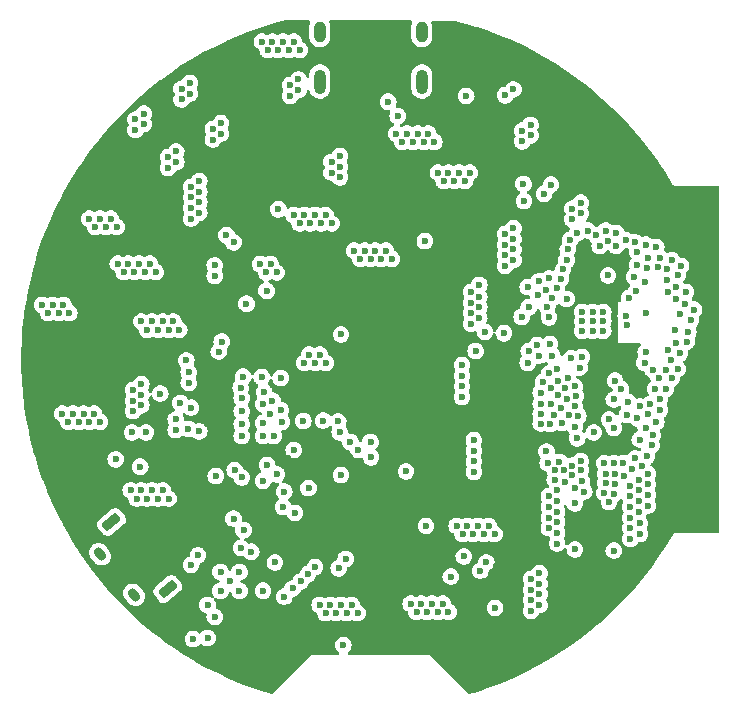
<source format=gbr>
%TF.GenerationSoftware,KiCad,Pcbnew,8.0.1*%
%TF.CreationDate,2024-07-20T14:05:52-04:00*%
%TF.ProjectId,esp32s3,65737033-3273-4332-9e6b-696361645f70,rev?*%
%TF.SameCoordinates,Original*%
%TF.FileFunction,Copper,L3,Inr*%
%TF.FilePolarity,Positive*%
%FSLAX46Y46*%
G04 Gerber Fmt 4.6, Leading zero omitted, Abs format (unit mm)*
G04 Created by KiCad (PCBNEW 8.0.1) date 2024-07-20 14:05:52*
%MOMM*%
%LPD*%
G01*
G04 APERTURE LIST*
G04 Aperture macros list*
%AMRoundRect*
0 Rectangle with rounded corners*
0 $1 Rounding radius*
0 $2 $3 $4 $5 $6 $7 $8 $9 X,Y pos of 4 corners*
0 Add a 4 corners polygon primitive as box body*
4,1,4,$2,$3,$4,$5,$6,$7,$8,$9,$2,$3,0*
0 Add four circle primitives for the rounded corners*
1,1,$1+$1,$2,$3*
1,1,$1+$1,$4,$5*
1,1,$1+$1,$6,$7*
1,1,$1+$1,$8,$9*
0 Add four rect primitives between the rounded corners*
20,1,$1+$1,$2,$3,$4,$5,0*
20,1,$1+$1,$4,$5,$6,$7,0*
20,1,$1+$1,$6,$7,$8,$9,0*
20,1,$1+$1,$8,$9,$2,$3,0*%
%AMHorizOval*
0 Thick line with rounded ends*
0 $1 width*
0 $2 $3 position (X,Y) of the first rounded end (center of the circle)*
0 $4 $5 position (X,Y) of the second rounded end (center of the circle)*
0 Add line between two ends*
20,1,$1,$2,$3,$4,$5,0*
0 Add two circle primitives to create the rounded ends*
1,1,$1,$2,$3*
1,1,$1,$4,$5*%
G04 Aperture macros list end*
%TA.AperFunction,ComponentPad*%
%ADD10HorizOval,0.800000X0.128558X-0.153209X-0.128558X0.153209X0*%
%TD*%
%TA.AperFunction,ComponentPad*%
%ADD11RoundRect,0.131234X-0.685064X-0.223988X-0.339545X-0.635761X0.685064X0.223988X0.339545X0.635761X0*%
%TD*%
%TA.AperFunction,ComponentPad*%
%ADD12O,1.000000X2.100000*%
%TD*%
%TA.AperFunction,ComponentPad*%
%ADD13O,1.000000X1.800000*%
%TD*%
%TA.AperFunction,ViaPad*%
%ADD14C,0.600000*%
%TD*%
G04 APERTURE END LIST*
D10*
%TO.N,GND*%
%TO.C,SW1*%
X107100000Y-88500000D03*
%TO.N,GP0*%
X109986117Y-91939540D03*
D11*
%TO.N,N/C*%
X112832038Y-91457424D03*
X108068981Y-85781036D03*
%TD*%
D12*
%TO.N,unconnected-(J1-SHIELD-PadS1)_1*%
%TO.C,J1*%
X134345000Y-48490000D03*
D13*
%TO.N,unconnected-(J1-SHIELD-PadS1)_2*%
X134345000Y-44290000D03*
D12*
%TO.N,unconnected-(J1-SHIELD-PadS1)_0*%
X125705000Y-48490000D03*
D13*
%TO.N,unconnected-(J1-SHIELD-PadS1)*%
X125705000Y-44290000D03*
%TD*%
D14*
%TO.N,GPS_ON*%
X120900000Y-91600000D03*
X122200000Y-59300000D03*
%TO.N,+3V3*%
X134100000Y-90000000D03*
X151500000Y-70900000D03*
X123026085Y-80373915D03*
X148000000Y-63100000D03*
X139800000Y-49700000D03*
X140600000Y-89600000D03*
X137300000Y-81900000D03*
X144600000Y-78700000D03*
X122300000Y-86500000D03*
X132300000Y-84500000D03*
X128300971Y-80252441D03*
X148000000Y-62300000D03*
X115720000Y-69760000D03*
X122300000Y-54100000D03*
X137300000Y-79700000D03*
X118100000Y-88000000D03*
X121000000Y-70600000D03*
X136800000Y-53600000D03*
X114200000Y-52300000D03*
X148000000Y-64000000D03*
X107800000Y-68400000D03*
X115600000Y-86500000D03*
X119000000Y-83400000D03*
X145000000Y-64100000D03*
X116800000Y-66100000D03*
%TO.N,GPS_TXD*%
X118400000Y-62100000D03*
X119100000Y-82000000D03*
%TO.N,GPS_RXD*%
X118500000Y-81400000D03*
X117800000Y-61500000D03*
%TO.N,XTAL_N*%
X124750000Y-82909998D03*
X123600000Y-85000000D03*
%TO.N,VCC*%
X138100000Y-49700000D03*
X145281149Y-57210103D03*
%TO.N,Net-(J1-CC1)*%
X131500000Y-50200000D03*
X132300000Y-51400000D03*
%TO.N,Net-(U6-XTB)*%
X151600000Y-68300000D03*
X153300000Y-68100000D03*
%TO.N,Net-(U6-XTA)*%
X155800000Y-69500000D03*
X151700000Y-69141158D03*
%TO.N,ANT_SW_CTRL*%
X146600000Y-66900000D03*
X152800000Y-78800000D03*
%TO.N,LCD_RST*%
X116800000Y-93800000D03*
X130050000Y-80300000D03*
%TO.N,LoRa_BUSY*%
X115400000Y-88600000D03*
X144974265Y-67574265D03*
%TO.N,LoRa_NSS*%
X145400000Y-71700000D03*
X114968081Y-95700000D03*
%TO.N,INT_MAG*%
X122701302Y-92101302D03*
X140550000Y-93050000D03*
%TO.N,SCK*%
X138900000Y-71300000D03*
X117400000Y-70500000D03*
X121200000Y-66200000D03*
X116900000Y-81900000D03*
%TO.N,XL_INT1*%
X124100000Y-90800000D03*
X139800000Y-89200000D03*
%TO.N,LCD_CS*%
X134700000Y-86100000D03*
X130000000Y-79000000D03*
X116200000Y-92800000D03*
%TO.N,LCD_HSYNC*%
X127262500Y-77262500D03*
X121250000Y-80950000D03*
%TO.N,Net-(J5-Pin_12)*%
X122700000Y-83200000D03*
X128976515Y-79676429D03*
%TO.N,LoRa_RST*%
X116200000Y-95600000D03*
X145103260Y-68452940D03*
%TO.N,GP0*%
X123500000Y-79700000D03*
X122500000Y-77300000D03*
%TO.N,LCD_VSYNC*%
X122074925Y-81753431D03*
X127400000Y-78200000D03*
%TO.N,LoRa_DIO1*%
X114800000Y-89400000D03*
X145400000Y-66800000D03*
%TO.N,CHIP_PU*%
X124312500Y-77212500D03*
X119500000Y-67300000D03*
%TO.N,XL_INT0*%
X123401302Y-91401302D03*
X139300000Y-89900000D03*
%TO.N,Net-(J5-Pin_2)*%
X133000000Y-81500000D03*
X127300000Y-89700000D03*
%TO.N,LCD_DE*%
X128300000Y-79000000D03*
X120900000Y-82300000D03*
%TO.N,BAT_V*%
X127500000Y-69900000D03*
X134600000Y-62000000D03*
%TO.N,SDA*%
X114575000Y-77900000D03*
X137900000Y-88700000D03*
X125300000Y-89600000D03*
X119025735Y-87974265D03*
%TO.N,SCL*%
X124700000Y-90200000D03*
X136800000Y-90400000D03*
X119900000Y-88300000D03*
X115500000Y-78100000D03*
%TO.N,MISO*%
X143400000Y-67600000D03*
X108424265Y-80475735D03*
%TO.N,GPIO_INT*%
X119218611Y-73481389D03*
X119250000Y-86450000D03*
%TO.N,MOSI*%
X142792433Y-68407567D03*
X110500000Y-81100000D03*
X141300000Y-69800000D03*
%TO.N,SPI_IO1*%
X111000000Y-78200000D03*
X113900000Y-75700000D03*
%TO.N,SPI_IO2*%
X112200000Y-74900000D03*
X114600000Y-73100000D03*
%TO.N,SPI_IO0*%
X114800000Y-76100000D03*
X114400000Y-72100000D03*
%TO.N,SPI_CS0*%
X114600000Y-74000000D03*
X109800000Y-78200000D03*
%TO.N,GPIO_RST*%
X117150000Y-71350000D03*
X118400000Y-85500000D03*
%TO.N,CHG_STAT*%
X143000000Y-58600000D03*
X127900000Y-88900000D03*
X139675735Y-69675735D03*
X143300000Y-65900000D03*
%TO.N,GND*%
X120650000Y-63950000D03*
X152600000Y-77000000D03*
X111500000Y-83100000D03*
X122400000Y-76300000D03*
X118100000Y-90800000D03*
X145900000Y-75000000D03*
X146500000Y-82400000D03*
X144400000Y-76650000D03*
X121700000Y-45100000D03*
X143600000Y-91500000D03*
X109500000Y-63900000D03*
X124000000Y-60500000D03*
X103100000Y-67400000D03*
X142100000Y-63600000D03*
X112850000Y-55800000D03*
X152400000Y-62100000D03*
X122050000Y-64650000D03*
X126000000Y-77200000D03*
X151800000Y-75600000D03*
X110100000Y-51700000D03*
X126700000Y-60500000D03*
X142100000Y-62700000D03*
X152800000Y-86800000D03*
X138000000Y-56900000D03*
X155000000Y-72900000D03*
X117300000Y-91600000D03*
X120800000Y-45100000D03*
X152800000Y-76000000D03*
X141400000Y-61400000D03*
X144300000Y-91000000D03*
X144900000Y-66100000D03*
X141400000Y-63200000D03*
X137100000Y-56900000D03*
X149900000Y-61100000D03*
X104500000Y-68100000D03*
X122600000Y-84500000D03*
X110600000Y-74100000D03*
X147100000Y-81000000D03*
X123900000Y-48300000D03*
X147900000Y-71800000D03*
X152800000Y-85900000D03*
X110600000Y-75900000D03*
X147600000Y-76800000D03*
X149900000Y-82500000D03*
X149700000Y-68800000D03*
X124900000Y-60500000D03*
X132700000Y-53600000D03*
X110600000Y-75000000D03*
X145800000Y-84000000D03*
X104000000Y-67400000D03*
X138750000Y-80650000D03*
X152000000Y-87200000D03*
X133100000Y-52900000D03*
X145100000Y-83600000D03*
X138200000Y-86100000D03*
X143600000Y-90600000D03*
X116800000Y-64050000D03*
X128900000Y-93500000D03*
X138750000Y-78850000D03*
X134800000Y-93400000D03*
X117350000Y-52900000D03*
X149400000Y-62400000D03*
X136100000Y-92700000D03*
X117300000Y-90000000D03*
X109900000Y-75500000D03*
X155200000Y-71200000D03*
X115500000Y-58700000D03*
X147800000Y-58750000D03*
X124800000Y-71600000D03*
X128400000Y-92800000D03*
X138700000Y-86800000D03*
X145500000Y-76700000D03*
X148100000Y-83200000D03*
X116650000Y-53400000D03*
X123900000Y-49200000D03*
X151400000Y-80800000D03*
X120900000Y-77400000D03*
X153300000Y-62300000D03*
X146700000Y-73600000D03*
X121700000Y-75500000D03*
X148800000Y-68000000D03*
X131800000Y-63500000D03*
X127500000Y-92800000D03*
X103900000Y-76600000D03*
X121800000Y-78500000D03*
X108600000Y-63900000D03*
X147274997Y-82900000D03*
X125300000Y-59800000D03*
X153200000Y-72300000D03*
X123100000Y-45800000D03*
X140500000Y-86800000D03*
X127400000Y-56600000D03*
X147300000Y-88100000D03*
X120900000Y-75800000D03*
X114800000Y-58300000D03*
X147800000Y-80600000D03*
X135700000Y-93400000D03*
X137750000Y-72500000D03*
X146800000Y-76700000D03*
X144400000Y-75750000D03*
X114800000Y-60100000D03*
X113800000Y-69500000D03*
X139200000Y-66700000D03*
X104800000Y-76600000D03*
X153000000Y-81000000D03*
X152400000Y-80400000D03*
X151500000Y-81900000D03*
X156600000Y-67300000D03*
X141400000Y-62300000D03*
X144400000Y-74850000D03*
X152000000Y-86300000D03*
X125700000Y-92800000D03*
X135400000Y-53600000D03*
X142850000Y-53550000D03*
X148900000Y-78200000D03*
X150700000Y-81700000D03*
X154300000Y-64200000D03*
X145100000Y-84500000D03*
X113550000Y-55300000D03*
X112400000Y-83100000D03*
X149700000Y-68000000D03*
X143600000Y-93300000D03*
X113500000Y-77100000D03*
X114700000Y-48600000D03*
X142100000Y-61800000D03*
X146100000Y-65200000D03*
X138750000Y-81550000D03*
X132200000Y-52900000D03*
X152700000Y-83100000D03*
X145600000Y-81400000D03*
X109900000Y-74600000D03*
X153700000Y-75800000D03*
X147000000Y-71900000D03*
X113500000Y-78000000D03*
X110600000Y-68800000D03*
X121000000Y-74800000D03*
X142950000Y-57150000D03*
X153500000Y-82600000D03*
X153400000Y-64300000D03*
X110000000Y-64600000D03*
X151600000Y-61900000D03*
X108500000Y-60800000D03*
X150200000Y-84100000D03*
X112850000Y-54900000D03*
X147900000Y-69600000D03*
X114800000Y-59200000D03*
X115500000Y-56900000D03*
X112900000Y-69500000D03*
X133600000Y-53600000D03*
X137750000Y-75200000D03*
X136600000Y-56200000D03*
X146400000Y-81400000D03*
X145150000Y-65150000D03*
X148800000Y-68800000D03*
X137800000Y-86800000D03*
X150800000Y-61300000D03*
X156200000Y-68200000D03*
X151900000Y-66800000D03*
X150600000Y-80800000D03*
X110800000Y-51200000D03*
X119100000Y-75300000D03*
X138500000Y-66300000D03*
X154200000Y-62500000D03*
X137750000Y-73400000D03*
X147900000Y-82300000D03*
X145800000Y-85800000D03*
X123200000Y-48800000D03*
X145100000Y-85400000D03*
X145100000Y-73200000D03*
X145800000Y-84900000D03*
X147300000Y-84200000D03*
X123200000Y-49700000D03*
X119100000Y-76400000D03*
X153500000Y-63400000D03*
X152000000Y-84500000D03*
X126600000Y-92800000D03*
X137500000Y-56200000D03*
X106200000Y-77300000D03*
X128600000Y-62800000D03*
X117350000Y-52000000D03*
X128000000Y-93500000D03*
X114800000Y-57400000D03*
X134000000Y-52900000D03*
X147300000Y-77700000D03*
X115500000Y-57800000D03*
X153500000Y-84400000D03*
X127700000Y-96200000D03*
X134500000Y-53600000D03*
X138750000Y-79750000D03*
X149700000Y-69600000D03*
X106200000Y-60100000D03*
X143550000Y-53050000D03*
X121150000Y-64650000D03*
X147500000Y-61300000D03*
X146600000Y-63600000D03*
X146200000Y-77400000D03*
X150200000Y-77100000D03*
X116800000Y-64950000D03*
X155900000Y-70600000D03*
X149100000Y-61500000D03*
X119100000Y-78500000D03*
X153900000Y-72900000D03*
X152300000Y-65000000D03*
X134900000Y-52900000D03*
X129100000Y-63500000D03*
X146000000Y-80700000D03*
X150700000Y-82600000D03*
X110400000Y-63900000D03*
X145300000Y-75800000D03*
X147300000Y-76000000D03*
X153300000Y-77800000D03*
X130000000Y-63500000D03*
X126200000Y-93500000D03*
X152000000Y-82700000D03*
X111500000Y-68800000D03*
X152700000Y-82200000D03*
X136200000Y-56900000D03*
X105300000Y-77300000D03*
X133400000Y-92700000D03*
X154400000Y-73600000D03*
X111800000Y-64600000D03*
X145100000Y-86300000D03*
X152000000Y-83600000D03*
X153200000Y-65500000D03*
X122400000Y-73600000D03*
X144600000Y-73900000D03*
X143550000Y-52150000D03*
X145000000Y-80800000D03*
X147100000Y-59250000D03*
X153800000Y-79300000D03*
X148800000Y-69600000D03*
X155900000Y-65900000D03*
X147500000Y-78700000D03*
X145800000Y-66000000D03*
X155500000Y-63600000D03*
X156000000Y-64900000D03*
X141400000Y-64100000D03*
X144250000Y-65400000D03*
X114000000Y-50000000D03*
X129500000Y-62800000D03*
X104400000Y-77300000D03*
X145200000Y-77500000D03*
X113550000Y-54400000D03*
X147100000Y-81800000D03*
X145800000Y-86700000D03*
X145600000Y-82200000D03*
X157100000Y-68700000D03*
X155500000Y-73600000D03*
X149800000Y-80800000D03*
X156000000Y-72800000D03*
X111300000Y-63900000D03*
X155100000Y-65300000D03*
X144300000Y-92800000D03*
X152600000Y-64000000D03*
X153400000Y-80200000D03*
X126200000Y-72300000D03*
X126200000Y-59800000D03*
X122200000Y-45800000D03*
X118900000Y-91600000D03*
X145200000Y-70700000D03*
X120900000Y-78500000D03*
X105700000Y-76600000D03*
X144200000Y-66600000D03*
X140000000Y-86100000D03*
X153300000Y-71400000D03*
X142100000Y-60900000D03*
X112400000Y-68800000D03*
X146300000Y-64400000D03*
X153500000Y-81700000D03*
X153900000Y-78400000D03*
X145800000Y-83100000D03*
X142100000Y-49150000D03*
X154500000Y-76300000D03*
X152100000Y-81300000D03*
X147300000Y-74300000D03*
X156700000Y-66300000D03*
X155100000Y-64400000D03*
X107600000Y-60800000D03*
X146100000Y-76100000D03*
X126700000Y-55300000D03*
X110600000Y-83100000D03*
X145800000Y-87600000D03*
X120800000Y-73500000D03*
X119100000Y-77500000D03*
X155400000Y-72100000D03*
X150100000Y-64900000D03*
X112000000Y-83800000D03*
X149900000Y-81700000D03*
X156900000Y-69700000D03*
X153500000Y-76600000D03*
X147700000Y-72700000D03*
X121300000Y-45800000D03*
X153500000Y-83500000D03*
X150600000Y-83400000D03*
X154500000Y-75400000D03*
X125800000Y-60500000D03*
X111100000Y-83800000D03*
X145800000Y-72800000D03*
X150800000Y-62400000D03*
X127500000Y-81800000D03*
X144300000Y-91900000D03*
X139200000Y-68500000D03*
X152700000Y-84900000D03*
X136600000Y-93400000D03*
X157400000Y-67800000D03*
X143400000Y-71300000D03*
X138500000Y-68100000D03*
X109700000Y-83100000D03*
X151200000Y-74500000D03*
X125700000Y-71600000D03*
X144300000Y-90100000D03*
X106600000Y-76600000D03*
X122600000Y-45100000D03*
X112000000Y-69500000D03*
X139200000Y-67600000D03*
X102200000Y-67400000D03*
X137750000Y-74300000D03*
X123500000Y-45100000D03*
X152500000Y-66200000D03*
X110800000Y-52100000D03*
X124000000Y-45800000D03*
X130400000Y-62800000D03*
X146600000Y-75400000D03*
X118900000Y-90000000D03*
X144700000Y-58000000D03*
X152600000Y-62900000D03*
X124400000Y-72300000D03*
X141400000Y-49650000D03*
X151700000Y-76700000D03*
X148400000Y-61100000D03*
X149800000Y-83300000D03*
X108000000Y-60100000D03*
X127100000Y-93500000D03*
X152700000Y-84000000D03*
X155000000Y-74500000D03*
X146700000Y-62700000D03*
X150600000Y-77800000D03*
X147800000Y-81400000D03*
X121500000Y-76600000D03*
X156300000Y-64100000D03*
X110900000Y-64600000D03*
X154500000Y-63400000D03*
X138500000Y-69000000D03*
X137300000Y-86100000D03*
X127400000Y-55700000D03*
X156200000Y-71500000D03*
X121900000Y-89200000D03*
X110100000Y-52600000D03*
X155900000Y-66900000D03*
X144900000Y-79800000D03*
X124400000Y-59800000D03*
X139200000Y-65700000D03*
X146500000Y-74400000D03*
X110200000Y-83800000D03*
X150600000Y-75400000D03*
X147400000Y-75100000D03*
X109100000Y-64600000D03*
X138400000Y-56200000D03*
X150700000Y-73800000D03*
X139100000Y-86100000D03*
X144400000Y-77450000D03*
X114700000Y-49500000D03*
X146900000Y-61900000D03*
X147100000Y-60150000D03*
X145300000Y-74400000D03*
X111100000Y-69500000D03*
X114000000Y-49100000D03*
X147800000Y-59650000D03*
X135200000Y-92700000D03*
X142850000Y-52650000D03*
X106700000Y-60800000D03*
X127400000Y-54800000D03*
X155200000Y-66300000D03*
X115500000Y-59600000D03*
X125300000Y-72300000D03*
X103600000Y-68100000D03*
X150100000Y-62000000D03*
X107100000Y-77300000D03*
X143300000Y-72300000D03*
X147900000Y-68000000D03*
X130900000Y-63500000D03*
X156800000Y-70500000D03*
X116650000Y-52500000D03*
X147900000Y-68800000D03*
X138500000Y-67200000D03*
X123500000Y-59800000D03*
X144300000Y-71700000D03*
X145900000Y-73800000D03*
X135700000Y-56200000D03*
X131300000Y-62800000D03*
X144100000Y-70800000D03*
X134300000Y-92700000D03*
X154100000Y-74500000D03*
X133900000Y-93400000D03*
X139600000Y-86800000D03*
X154200000Y-77300000D03*
X126700000Y-56200000D03*
X113300000Y-68800000D03*
X109900000Y-76400000D03*
X107100000Y-60100000D03*
X119000000Y-74400000D03*
X102700000Y-68100000D03*
X143600000Y-92400000D03*
X121550000Y-63950000D03*
X150600000Y-88200000D03*
X112900000Y-83800000D03*
X152000000Y-85400000D03*
%TD*%
%TA.AperFunction,Conductor*%
%TO.N,+3V3*%
G36*
X124855944Y-43320185D02*
G01*
X124901699Y-43372989D01*
X124911643Y-43442147D01*
X124903466Y-43471952D01*
X124839106Y-43627332D01*
X124839103Y-43627341D01*
X124804500Y-43801304D01*
X124804500Y-44778695D01*
X124839103Y-44952658D01*
X124839106Y-44952667D01*
X124906983Y-45116540D01*
X124906990Y-45116553D01*
X125005535Y-45264034D01*
X125005538Y-45264038D01*
X125130961Y-45389461D01*
X125130965Y-45389464D01*
X125278446Y-45488009D01*
X125278459Y-45488016D01*
X125372970Y-45527163D01*
X125442334Y-45555894D01*
X125442336Y-45555894D01*
X125442341Y-45555896D01*
X125616304Y-45590499D01*
X125616307Y-45590500D01*
X125616309Y-45590500D01*
X125793693Y-45590500D01*
X125793694Y-45590499D01*
X125851682Y-45578964D01*
X125967658Y-45555896D01*
X125967661Y-45555894D01*
X125967666Y-45555894D01*
X126131547Y-45488013D01*
X126279035Y-45389464D01*
X126404464Y-45264035D01*
X126503013Y-45116547D01*
X126570894Y-44952666D01*
X126575179Y-44931128D01*
X126605499Y-44778695D01*
X126605500Y-44778693D01*
X126605500Y-43801306D01*
X126605499Y-43801304D01*
X126570896Y-43627341D01*
X126570893Y-43627332D01*
X126506534Y-43471952D01*
X126499065Y-43402482D01*
X126530341Y-43340003D01*
X126590430Y-43304352D01*
X126621095Y-43300500D01*
X129998961Y-43300500D01*
X129999577Y-43300502D01*
X133422476Y-43317517D01*
X133489414Y-43337534D01*
X133534906Y-43390565D01*
X133544506Y-43459772D01*
X133536419Y-43488966D01*
X133479106Y-43627334D01*
X133479105Y-43627338D01*
X133479104Y-43627341D01*
X133479103Y-43627341D01*
X133444500Y-43801304D01*
X133444500Y-44778695D01*
X133479103Y-44952658D01*
X133479106Y-44952667D01*
X133546983Y-45116540D01*
X133546990Y-45116553D01*
X133645535Y-45264034D01*
X133645538Y-45264038D01*
X133770961Y-45389461D01*
X133770965Y-45389464D01*
X133918446Y-45488009D01*
X133918459Y-45488016D01*
X134012970Y-45527163D01*
X134082334Y-45555894D01*
X134082336Y-45555894D01*
X134082341Y-45555896D01*
X134256304Y-45590499D01*
X134256307Y-45590500D01*
X134256309Y-45590500D01*
X134433693Y-45590500D01*
X134433694Y-45590499D01*
X134491682Y-45578964D01*
X134607658Y-45555896D01*
X134607661Y-45555894D01*
X134607666Y-45555894D01*
X134771547Y-45488013D01*
X134919035Y-45389464D01*
X135044464Y-45264035D01*
X135143013Y-45116547D01*
X135210894Y-44952666D01*
X135215179Y-44931128D01*
X135245499Y-44778695D01*
X135245500Y-44778693D01*
X135245500Y-43801306D01*
X135245499Y-43801304D01*
X135210896Y-43627341D01*
X135210893Y-43627332D01*
X135157391Y-43498165D01*
X135149922Y-43428696D01*
X135181197Y-43366217D01*
X135241287Y-43330565D01*
X135272560Y-43326715D01*
X137135218Y-43335975D01*
X137166560Y-43340164D01*
X138110466Y-43592035D01*
X138114578Y-43593210D01*
X138924212Y-43839746D01*
X139094421Y-43891575D01*
X139098528Y-43892904D01*
X140067379Y-44225192D01*
X140071431Y-44226660D01*
X140612288Y-44433469D01*
X141028163Y-44592488D01*
X141032168Y-44594100D01*
X141975556Y-44992998D01*
X141979496Y-44994745D01*
X142908464Y-45426259D01*
X142912297Y-45428122D01*
X143825682Y-45891714D01*
X143829498Y-45893735D01*
X144726168Y-46388829D01*
X144729873Y-46390960D01*
X145608785Y-46916979D01*
X145612400Y-46919228D01*
X146472497Y-47475544D01*
X146476069Y-47477945D01*
X146761994Y-47677334D01*
X147316195Y-48063805D01*
X147319693Y-48066335D01*
X147673817Y-48332072D01*
X148073599Y-48632072D01*
X148138967Y-48681124D01*
X148142364Y-48683767D01*
X148933990Y-49322068D01*
X148939721Y-49326689D01*
X148943028Y-49329452D01*
X149630962Y-49924827D01*
X149717523Y-49999741D01*
X149720728Y-50002614D01*
X150051639Y-50309789D01*
X150471415Y-50699455D01*
X150474528Y-50702447D01*
X150746352Y-50972989D01*
X151159943Y-51384629D01*
X151200507Y-51425001D01*
X151203507Y-51428093D01*
X151903902Y-52175490D01*
X151906768Y-52178657D01*
X152381574Y-52722065D01*
X152580719Y-52949983D01*
X152583503Y-52953283D01*
X153230190Y-53747594D01*
X153232857Y-53750989D01*
X153851500Y-54567329D01*
X153854047Y-54570815D01*
X154316919Y-55227930D01*
X154413003Y-55364337D01*
X154443888Y-55408182D01*
X154446312Y-55411754D01*
X155006637Y-56269135D01*
X155008936Y-56272789D01*
X155539558Y-57149954D01*
X155540845Y-57152132D01*
X155562886Y-57190306D01*
X155564090Y-57192102D01*
X155564136Y-57192182D01*
X155564137Y-57192183D01*
X155590855Y-57216094D01*
X155595843Y-57220814D01*
X155615489Y-57240460D01*
X155615492Y-57240462D01*
X155621938Y-57245408D01*
X155621798Y-57245590D01*
X155632360Y-57253239D01*
X155635067Y-57255662D01*
X155635068Y-57255662D01*
X155635069Y-57255663D01*
X155649658Y-57262105D01*
X155657668Y-57265643D01*
X155669577Y-57271688D01*
X155684009Y-57280020D01*
X155684011Y-57280021D01*
X155690569Y-57281778D01*
X155708573Y-57288122D01*
X155722146Y-57294116D01*
X155735615Y-57295490D01*
X155755111Y-57299072D01*
X155760438Y-57300500D01*
X155778402Y-57300500D01*
X155790991Y-57301141D01*
X155816842Y-57303779D01*
X155816842Y-57303778D01*
X155816843Y-57303779D01*
X155818369Y-57303449D01*
X155819121Y-57303288D01*
X155845267Y-57300500D01*
X159375500Y-57300500D01*
X159442539Y-57320185D01*
X159488294Y-57372989D01*
X159499500Y-57424500D01*
X159499500Y-86577509D01*
X159479815Y-86644548D01*
X159427011Y-86690303D01*
X159376088Y-86701508D01*
X155877243Y-86718112D01*
X155850521Y-86715328D01*
X155849232Y-86715050D01*
X155849225Y-86715049D01*
X155822371Y-86717790D01*
X155810379Y-86718430D01*
X155791553Y-86718520D01*
X155791402Y-86718521D01*
X155791400Y-86718521D01*
X155791396Y-86718522D01*
X155787055Y-86719707D01*
X155767005Y-86723440D01*
X155754536Y-86724713D01*
X155754528Y-86724715D01*
X155740026Y-86731119D01*
X155722617Y-86737302D01*
X155715077Y-86739361D01*
X155715069Y-86739364D01*
X155701544Y-86747258D01*
X155689147Y-86753588D01*
X155667460Y-86763166D01*
X155667453Y-86763171D01*
X155663984Y-86766276D01*
X155653100Y-86774198D01*
X155653159Y-86774274D01*
X155646735Y-86779251D01*
X155627880Y-86798285D01*
X155622486Y-86803414D01*
X155596524Y-86826650D01*
X155596518Y-86826657D01*
X155596345Y-86826956D01*
X155593338Y-86831466D01*
X155573247Y-86866649D01*
X155571612Y-86869428D01*
X155014142Y-87789247D01*
X155011726Y-87793074D01*
X154421258Y-88691628D01*
X154418704Y-88695365D01*
X153795822Y-89571792D01*
X153793133Y-89575433D01*
X153138684Y-90428539D01*
X153135864Y-90432079D01*
X152450714Y-91260733D01*
X152447766Y-91264168D01*
X151732853Y-92067239D01*
X151729783Y-92070564D01*
X150986001Y-92847048D01*
X150982811Y-92850259D01*
X150211229Y-93599039D01*
X150207923Y-93602132D01*
X149409479Y-94322298D01*
X149406064Y-94325267D01*
X149196916Y-94500500D01*
X148581895Y-95015789D01*
X148578397Y-95018614D01*
X147729562Y-95678610D01*
X147725938Y-95681323D01*
X146853604Y-96309884D01*
X146849884Y-96312463D01*
X145955180Y-96908777D01*
X145951369Y-96911218D01*
X145035488Y-97474487D01*
X145031590Y-97476787D01*
X144095763Y-98006254D01*
X144091783Y-98008410D01*
X143137295Y-98503353D01*
X143133240Y-98505363D01*
X142161300Y-98965150D01*
X142157174Y-98967011D01*
X141169086Y-99391028D01*
X141164894Y-99392737D01*
X140161987Y-99780412D01*
X140157736Y-99781966D01*
X139141399Y-100132762D01*
X139137095Y-100134161D01*
X138341042Y-100376794D01*
X138271176Y-100377510D01*
X138215506Y-100344126D01*
X135000001Y-97000000D01*
X135000000Y-97000000D01*
X128180313Y-97000000D01*
X128113274Y-96980315D01*
X128067519Y-96927511D01*
X128057575Y-96858353D01*
X128086600Y-96794797D01*
X128098086Y-96783185D01*
X128152044Y-96735381D01*
X128228183Y-96667929D01*
X128324818Y-96527930D01*
X128385140Y-96368872D01*
X128405645Y-96200000D01*
X128385140Y-96031128D01*
X128324818Y-95872070D01*
X128322608Y-95868869D01*
X128253583Y-95768869D01*
X128228183Y-95732071D01*
X128100852Y-95619266D01*
X128100849Y-95619263D01*
X127950226Y-95540210D01*
X127785056Y-95499500D01*
X127614944Y-95499500D01*
X127449773Y-95540210D01*
X127299150Y-95619263D01*
X127171816Y-95732072D01*
X127075182Y-95872068D01*
X127014860Y-96031125D01*
X127014859Y-96031130D01*
X126994355Y-96200000D01*
X127014859Y-96368869D01*
X127014860Y-96368874D01*
X127075182Y-96527931D01*
X127171818Y-96667930D01*
X127301914Y-96783185D01*
X127339041Y-96842374D01*
X127338273Y-96912239D01*
X127299856Y-96970599D01*
X127235985Y-96998924D01*
X127219687Y-97000000D01*
X125000000Y-97000000D01*
X121785576Y-100342998D01*
X121724921Y-100377678D01*
X121660948Y-100375937D01*
X121078121Y-100203149D01*
X121073805Y-100201784D01*
X120054762Y-99858742D01*
X120050500Y-99857220D01*
X119044677Y-99477225D01*
X119040472Y-99475548D01*
X118049185Y-99059096D01*
X118045045Y-99057267D01*
X117069621Y-98604917D01*
X117065550Y-98602938D01*
X116107286Y-98115290D01*
X116103290Y-98113164D01*
X115163458Y-97590867D01*
X115159543Y-97588597D01*
X114239391Y-97032344D01*
X114235561Y-97029932D01*
X113336341Y-96440479D01*
X113332601Y-96437929D01*
X112455472Y-95816036D01*
X112451828Y-95813351D01*
X112303724Y-95700000D01*
X114262436Y-95700000D01*
X114282940Y-95868869D01*
X114282941Y-95868874D01*
X114343263Y-96027931D01*
X114374308Y-96072906D01*
X114439898Y-96167929D01*
X114537593Y-96254479D01*
X114567231Y-96280736D01*
X114717854Y-96359789D01*
X114717856Y-96359790D01*
X114883025Y-96400500D01*
X115053137Y-96400500D01*
X115218306Y-96359790D01*
X115313393Y-96309884D01*
X115368930Y-96280736D01*
X115368931Y-96280734D01*
X115368933Y-96280734D01*
X115496264Y-96167929D01*
X115526202Y-96124555D01*
X115580485Y-96080566D01*
X115649933Y-96072906D01*
X115710479Y-96102180D01*
X115799150Y-96180736D01*
X115939656Y-96254479D01*
X115949775Y-96259790D01*
X116114944Y-96300500D01*
X116285056Y-96300500D01*
X116450225Y-96259790D01*
X116564144Y-96200000D01*
X116600849Y-96180736D01*
X116600850Y-96180734D01*
X116600852Y-96180734D01*
X116728183Y-96067929D01*
X116824818Y-95927930D01*
X116885140Y-95768872D01*
X116905645Y-95600000D01*
X116885140Y-95431128D01*
X116824818Y-95272070D01*
X116797208Y-95232071D01*
X116758122Y-95175445D01*
X116728183Y-95132071D01*
X116600852Y-95019266D01*
X116600849Y-95019263D01*
X116450226Y-94940210D01*
X116285056Y-94899500D01*
X116114944Y-94899500D01*
X115949773Y-94940210D01*
X115799150Y-95019263D01*
X115671816Y-95132071D01*
X115641877Y-95175445D01*
X115587593Y-95219434D01*
X115518144Y-95227092D01*
X115457601Y-95197819D01*
X115368930Y-95119263D01*
X115218307Y-95040210D01*
X115053137Y-94999500D01*
X114883025Y-94999500D01*
X114717854Y-95040210D01*
X114567231Y-95119263D01*
X114439897Y-95232072D01*
X114343263Y-95372068D01*
X114282941Y-95531125D01*
X114282940Y-95531130D01*
X114262436Y-95700000D01*
X112303724Y-95700000D01*
X111597985Y-95159866D01*
X111594442Y-95157050D01*
X110765027Y-94472846D01*
X110761588Y-94469902D01*
X109957683Y-93755871D01*
X109954355Y-93752804D01*
X109177073Y-93009939D01*
X109173858Y-93006753D01*
X109137010Y-92968869D01*
X109017420Y-92845915D01*
X108424167Y-92235974D01*
X108421071Y-92232672D01*
X108025510Y-91795110D01*
X109053234Y-91795110D01*
X109070399Y-91951850D01*
X109070399Y-91951852D01*
X109070400Y-91951854D01*
X109116954Y-92099500D01*
X109117819Y-92102243D01*
X109191186Y-92235974D01*
X109193662Y-92240487D01*
X109352039Y-92429233D01*
X109552134Y-92667696D01*
X109552136Y-92667698D01*
X109675110Y-92766395D01*
X109675112Y-92766396D01*
X109814980Y-92839207D01*
X109966366Y-92883332D01*
X110123451Y-92897075D01*
X110280198Y-92879908D01*
X110430585Y-92832490D01*
X110489807Y-92800000D01*
X115494355Y-92800000D01*
X115514859Y-92968869D01*
X115514860Y-92968874D01*
X115575182Y-93127931D01*
X115637475Y-93218177D01*
X115671817Y-93267929D01*
X115744219Y-93332071D01*
X115799150Y-93380736D01*
X115949774Y-93459790D01*
X115976082Y-93466274D01*
X116024820Y-93478286D01*
X116085200Y-93513441D01*
X116116989Y-93575660D01*
X116115672Y-93623671D01*
X116115764Y-93623683D01*
X116115645Y-93624662D01*
X116115544Y-93628349D01*
X116114860Y-93631122D01*
X116094355Y-93800000D01*
X116114859Y-93968869D01*
X116114860Y-93968874D01*
X116175182Y-94127931D01*
X116201253Y-94165700D01*
X116271817Y-94267929D01*
X116373676Y-94358168D01*
X116399150Y-94380736D01*
X116549773Y-94459789D01*
X116549775Y-94459790D01*
X116714944Y-94500500D01*
X116885056Y-94500500D01*
X117050225Y-94459790D01*
X117129692Y-94418081D01*
X117200849Y-94380736D01*
X117200850Y-94380734D01*
X117200852Y-94380734D01*
X117328183Y-94267929D01*
X117424818Y-94127930D01*
X117485140Y-93968872D01*
X117505645Y-93800000D01*
X117485140Y-93631128D01*
X117483926Y-93627928D01*
X117424817Y-93472068D01*
X117347316Y-93359790D01*
X117328183Y-93332071D01*
X117214244Y-93231130D01*
X117200849Y-93219263D01*
X117050226Y-93140210D01*
X116975179Y-93121713D01*
X116914799Y-93086557D01*
X116883010Y-93024338D01*
X116884329Y-92976328D01*
X116884236Y-92976317D01*
X116884356Y-92975322D01*
X116884458Y-92971636D01*
X116885136Y-92968881D01*
X116885140Y-92968872D01*
X116905645Y-92800000D01*
X116885140Y-92631128D01*
X116881173Y-92620669D01*
X116824817Y-92472068D01*
X116753050Y-92368096D01*
X116731167Y-92301742D01*
X116748632Y-92234090D01*
X116799900Y-92186620D01*
X116868694Y-92174403D01*
X116912722Y-92187858D01*
X117049775Y-92259790D01*
X117214944Y-92300500D01*
X117385056Y-92300500D01*
X117550225Y-92259790D01*
X117638653Y-92213379D01*
X117700849Y-92180736D01*
X117700850Y-92180734D01*
X117700852Y-92180734D01*
X117828183Y-92067929D01*
X117924818Y-91927930D01*
X117984058Y-91771722D01*
X118026235Y-91716022D01*
X118091833Y-91691964D01*
X118160023Y-91707191D01*
X118209157Y-91756866D01*
X118215939Y-91771718D01*
X118237258Y-91827931D01*
X118275182Y-91927931D01*
X118334293Y-92013567D01*
X118371817Y-92067929D01*
X118453405Y-92140209D01*
X118499150Y-92180736D01*
X118614086Y-92241059D01*
X118649775Y-92259790D01*
X118814944Y-92300500D01*
X118985056Y-92300500D01*
X119150225Y-92259790D01*
X119238653Y-92213379D01*
X119300849Y-92180736D01*
X119300850Y-92180734D01*
X119300852Y-92180734D01*
X119428183Y-92067929D01*
X119524818Y-91927930D01*
X119585140Y-91768872D01*
X119605645Y-91600000D01*
X120194355Y-91600000D01*
X120214859Y-91768869D01*
X120214860Y-91768874D01*
X120275182Y-91927931D01*
X120334293Y-92013567D01*
X120371817Y-92067929D01*
X120453405Y-92140209D01*
X120499150Y-92180736D01*
X120614086Y-92241059D01*
X120649775Y-92259790D01*
X120814944Y-92300500D01*
X120985056Y-92300500D01*
X121150225Y-92259790D01*
X121238653Y-92213379D01*
X121300849Y-92180736D01*
X121300850Y-92180734D01*
X121300852Y-92180734D01*
X121390513Y-92101302D01*
X121995657Y-92101302D01*
X122016161Y-92270171D01*
X122016162Y-92270176D01*
X122076484Y-92429233D01*
X122106053Y-92472070D01*
X122173119Y-92569231D01*
X122242987Y-92631128D01*
X122300452Y-92682038D01*
X122411290Y-92740210D01*
X122451077Y-92761092D01*
X122616246Y-92801802D01*
X122786358Y-92801802D01*
X122793669Y-92800000D01*
X124994355Y-92800000D01*
X125014859Y-92968869D01*
X125014860Y-92968874D01*
X125075182Y-93127931D01*
X125137475Y-93218177D01*
X125171817Y-93267929D01*
X125299148Y-93380734D01*
X125434550Y-93451799D01*
X125484761Y-93500382D01*
X125500019Y-93546647D01*
X125514859Y-93668869D01*
X125514860Y-93668874D01*
X125575182Y-93827931D01*
X125637475Y-93918177D01*
X125671817Y-93967929D01*
X125749999Y-94037192D01*
X125799150Y-94080736D01*
X125889071Y-94127930D01*
X125949775Y-94159790D01*
X126114944Y-94200500D01*
X126285056Y-94200500D01*
X126450225Y-94159790D01*
X126531646Y-94117056D01*
X126592374Y-94085184D01*
X126660882Y-94071458D01*
X126707626Y-94085184D01*
X126789071Y-94127930D01*
X126849775Y-94159790D01*
X127014944Y-94200500D01*
X127185056Y-94200500D01*
X127350225Y-94159790D01*
X127431646Y-94117056D01*
X127492374Y-94085184D01*
X127560882Y-94071458D01*
X127607626Y-94085184D01*
X127689071Y-94127930D01*
X127749775Y-94159790D01*
X127914944Y-94200500D01*
X128085056Y-94200500D01*
X128250225Y-94159790D01*
X128331646Y-94117056D01*
X128392374Y-94085184D01*
X128460882Y-94071458D01*
X128507626Y-94085184D01*
X128589071Y-94127930D01*
X128649775Y-94159790D01*
X128814944Y-94200500D01*
X128985056Y-94200500D01*
X129150225Y-94159790D01*
X129229692Y-94118081D01*
X129300849Y-94080736D01*
X129300850Y-94080734D01*
X129300852Y-94080734D01*
X129428183Y-93967929D01*
X129524818Y-93827930D01*
X129585140Y-93668872D01*
X129605645Y-93500000D01*
X129585140Y-93331128D01*
X129524818Y-93172070D01*
X129521958Y-93167927D01*
X129465792Y-93086557D01*
X129428183Y-93032071D01*
X129300852Y-92919266D01*
X129165447Y-92848199D01*
X129115238Y-92799617D01*
X129099981Y-92753354D01*
X129093503Y-92700000D01*
X132694355Y-92700000D01*
X132714859Y-92868869D01*
X132714860Y-92868874D01*
X132775182Y-93027931D01*
X132837475Y-93118177D01*
X132871817Y-93167929D01*
X132999148Y-93280734D01*
X133134550Y-93351799D01*
X133184761Y-93400382D01*
X133200019Y-93446647D01*
X133214859Y-93568869D01*
X133214860Y-93568874D01*
X133275182Y-93727931D01*
X133324929Y-93800000D01*
X133371817Y-93867929D01*
X133449999Y-93937192D01*
X133499150Y-93980736D01*
X133649773Y-94059789D01*
X133649775Y-94059790D01*
X133814944Y-94100500D01*
X133985056Y-94100500D01*
X134150225Y-94059790D01*
X134231646Y-94017056D01*
X134292374Y-93985184D01*
X134360882Y-93971458D01*
X134407626Y-93985184D01*
X134549773Y-94059789D01*
X134549775Y-94059790D01*
X134714944Y-94100500D01*
X134885056Y-94100500D01*
X135050225Y-94059790D01*
X135131646Y-94017056D01*
X135192374Y-93985184D01*
X135260882Y-93971458D01*
X135307626Y-93985184D01*
X135449773Y-94059789D01*
X135449775Y-94059790D01*
X135614944Y-94100500D01*
X135785056Y-94100500D01*
X135950225Y-94059790D01*
X136031646Y-94017056D01*
X136092374Y-93985184D01*
X136160882Y-93971458D01*
X136207626Y-93985184D01*
X136349773Y-94059789D01*
X136349775Y-94059790D01*
X136514944Y-94100500D01*
X136685056Y-94100500D01*
X136850225Y-94059790D01*
X136929692Y-94018081D01*
X137000849Y-93980736D01*
X137000850Y-93980734D01*
X137000852Y-93980734D01*
X137128183Y-93867929D01*
X137224818Y-93727930D01*
X137285140Y-93568872D01*
X137305645Y-93400000D01*
X137285140Y-93231128D01*
X137280641Y-93219266D01*
X137224817Y-93072068D01*
X137209584Y-93050000D01*
X139844355Y-93050000D01*
X139864859Y-93218869D01*
X139864860Y-93218874D01*
X139925182Y-93377931D01*
X139972614Y-93446647D01*
X140021817Y-93517929D01*
X140113372Y-93599039D01*
X140149150Y-93630736D01*
X140299773Y-93709789D01*
X140299775Y-93709790D01*
X140464944Y-93750500D01*
X140635056Y-93750500D01*
X140800225Y-93709790D01*
X140879692Y-93668081D01*
X140950849Y-93630736D01*
X140950850Y-93630734D01*
X140950852Y-93630734D01*
X141078183Y-93517929D01*
X141174818Y-93377930D01*
X141204373Y-93300000D01*
X142894355Y-93300000D01*
X142914859Y-93468869D01*
X142914860Y-93468874D01*
X142975182Y-93627931D01*
X143031686Y-93709789D01*
X143071817Y-93767929D01*
X143139546Y-93827931D01*
X143199150Y-93880736D01*
X143349773Y-93959789D01*
X143349775Y-93959790D01*
X143514944Y-94000500D01*
X143685056Y-94000500D01*
X143850225Y-93959790D01*
X143929692Y-93918081D01*
X144000849Y-93880736D01*
X144000850Y-93880734D01*
X144000852Y-93880734D01*
X144128183Y-93767929D01*
X144224818Y-93627930D01*
X144242794Y-93580529D01*
X144284971Y-93524827D01*
X144350568Y-93500769D01*
X144358736Y-93500500D01*
X144385056Y-93500500D01*
X144550225Y-93459790D01*
X144644710Y-93410200D01*
X144700849Y-93380736D01*
X144700850Y-93380734D01*
X144700852Y-93380734D01*
X144828183Y-93267929D01*
X144924818Y-93127930D01*
X144985140Y-92968872D01*
X145005645Y-92800000D01*
X144985140Y-92631128D01*
X144981173Y-92620669D01*
X144961530Y-92568872D01*
X144924818Y-92472070D01*
X144924816Y-92472068D01*
X144924816Y-92472066D01*
X144924815Y-92472065D01*
X144889181Y-92420441D01*
X144867297Y-92354087D01*
X144884762Y-92286435D01*
X144889181Y-92279559D01*
X144916154Y-92240482D01*
X144924818Y-92227930D01*
X144985140Y-92068872D01*
X145005645Y-91900000D01*
X144985140Y-91731128D01*
X144924818Y-91572070D01*
X144924816Y-91572068D01*
X144924816Y-91572066D01*
X144924815Y-91572065D01*
X144889181Y-91520441D01*
X144867297Y-91454087D01*
X144884762Y-91386435D01*
X144889181Y-91379559D01*
X144922609Y-91331130D01*
X144924818Y-91327930D01*
X144985140Y-91168872D01*
X145005645Y-91000000D01*
X144985140Y-90831128D01*
X144924818Y-90672070D01*
X144924816Y-90672068D01*
X144924816Y-90672066D01*
X144924815Y-90672065D01*
X144889181Y-90620441D01*
X144867297Y-90554087D01*
X144884762Y-90486435D01*
X144889181Y-90479559D01*
X144922609Y-90431130D01*
X144924818Y-90427930D01*
X144985140Y-90268872D01*
X145005645Y-90100000D01*
X144985140Y-89931128D01*
X144973524Y-89900500D01*
X144942716Y-89819263D01*
X144924818Y-89772070D01*
X144922608Y-89768869D01*
X144875071Y-89700000D01*
X144828183Y-89632071D01*
X144714244Y-89531130D01*
X144700849Y-89519263D01*
X144550226Y-89440210D01*
X144385056Y-89399500D01*
X144214944Y-89399500D01*
X144049773Y-89440210D01*
X143899150Y-89519263D01*
X143771816Y-89632072D01*
X143675182Y-89772068D01*
X143675181Y-89772071D01*
X143671896Y-89780734D01*
X143657285Y-89819263D01*
X143657206Y-89819470D01*
X143615029Y-89875173D01*
X143549432Y-89899231D01*
X143541264Y-89899500D01*
X143514944Y-89899500D01*
X143349773Y-89940210D01*
X143199150Y-90019263D01*
X143071816Y-90132072D01*
X142975182Y-90272068D01*
X142914860Y-90431125D01*
X142914859Y-90431130D01*
X142894355Y-90600000D01*
X142914859Y-90768869D01*
X142914860Y-90768874D01*
X142975182Y-90927931D01*
X142975185Y-90927936D01*
X143010819Y-90979561D01*
X143032702Y-91045915D01*
X143015236Y-91113567D01*
X143010819Y-91120439D01*
X142975185Y-91172063D01*
X142975182Y-91172068D01*
X142914860Y-91331125D01*
X142914859Y-91331130D01*
X142894355Y-91500000D01*
X142914859Y-91668869D01*
X142914860Y-91668874D01*
X142975182Y-91827931D01*
X142975185Y-91827936D01*
X143010819Y-91879561D01*
X143032702Y-91945915D01*
X143015236Y-92013567D01*
X143010819Y-92020439D01*
X142975185Y-92072063D01*
X142975182Y-92072068D01*
X142914860Y-92231125D01*
X142914859Y-92231130D01*
X142894355Y-92400000D01*
X142914859Y-92568869D01*
X142914860Y-92568874D01*
X142975182Y-92727931D01*
X142975185Y-92727936D01*
X143010819Y-92779561D01*
X143032702Y-92845915D01*
X143015236Y-92913567D01*
X143010819Y-92920439D01*
X142975185Y-92972063D01*
X142975182Y-92972068D01*
X142914860Y-93131125D01*
X142914859Y-93131130D01*
X142894355Y-93300000D01*
X141204373Y-93300000D01*
X141235140Y-93218872D01*
X141255645Y-93050000D01*
X141235140Y-92881128D01*
X141174818Y-92722070D01*
X141078183Y-92582071D01*
X140954013Y-92472066D01*
X140950849Y-92469263D01*
X140800226Y-92390210D01*
X140635056Y-92349500D01*
X140464944Y-92349500D01*
X140299773Y-92390210D01*
X140149150Y-92469263D01*
X140021816Y-92582072D01*
X139925182Y-92722068D01*
X139864860Y-92881125D01*
X139864859Y-92881130D01*
X139844355Y-93050000D01*
X137209584Y-93050000D01*
X137180844Y-93008363D01*
X137128183Y-92932071D01*
X137000852Y-92819266D01*
X136865447Y-92748199D01*
X136815238Y-92699617D01*
X136799981Y-92653354D01*
X136785140Y-92531128D01*
X136783678Y-92527274D01*
X136735410Y-92400000D01*
X136724818Y-92372070D01*
X136697208Y-92332071D01*
X136665708Y-92286435D01*
X136628183Y-92232071D01*
X136524492Y-92140209D01*
X136500849Y-92119263D01*
X136350226Y-92040210D01*
X136185056Y-91999500D01*
X136014944Y-91999500D01*
X135849776Y-92040209D01*
X135707626Y-92114816D01*
X135639117Y-92128541D01*
X135592374Y-92114816D01*
X135450223Y-92040209D01*
X135285056Y-91999500D01*
X135114944Y-91999500D01*
X134949776Y-92040209D01*
X134807626Y-92114816D01*
X134739117Y-92128541D01*
X134692374Y-92114816D01*
X134550223Y-92040209D01*
X134385056Y-91999500D01*
X134214944Y-91999500D01*
X134049776Y-92040209D01*
X133907626Y-92114816D01*
X133839117Y-92128541D01*
X133792374Y-92114816D01*
X133650223Y-92040209D01*
X133485056Y-91999500D01*
X133314944Y-91999500D01*
X133149773Y-92040210D01*
X132999150Y-92119263D01*
X132921721Y-92187860D01*
X132872882Y-92231128D01*
X132871816Y-92232072D01*
X132775182Y-92372068D01*
X132714860Y-92531125D01*
X132714859Y-92531130D01*
X132694355Y-92700000D01*
X129093503Y-92700000D01*
X129085140Y-92631128D01*
X129081173Y-92620669D01*
X129024817Y-92472068D01*
X128969856Y-92392444D01*
X128928183Y-92332071D01*
X128819712Y-92235974D01*
X128800849Y-92219263D01*
X128650226Y-92140210D01*
X128485056Y-92099500D01*
X128314944Y-92099500D01*
X128149776Y-92140209D01*
X128007626Y-92214816D01*
X127939117Y-92228541D01*
X127892374Y-92214816D01*
X127750223Y-92140209D01*
X127585056Y-92099500D01*
X127414944Y-92099500D01*
X127249776Y-92140209D01*
X127107626Y-92214816D01*
X127039117Y-92228541D01*
X126992374Y-92214816D01*
X126850223Y-92140209D01*
X126685056Y-92099500D01*
X126514944Y-92099500D01*
X126349776Y-92140209D01*
X126207626Y-92214816D01*
X126139117Y-92228541D01*
X126092374Y-92214816D01*
X125950223Y-92140209D01*
X125785056Y-92099500D01*
X125614944Y-92099500D01*
X125449773Y-92140210D01*
X125299150Y-92219263D01*
X125171816Y-92332072D01*
X125075182Y-92472068D01*
X125014860Y-92631125D01*
X125014859Y-92631130D01*
X124994355Y-92800000D01*
X122793669Y-92800000D01*
X122951527Y-92761092D01*
X123068657Y-92699617D01*
X123102151Y-92682038D01*
X123102152Y-92682036D01*
X123102154Y-92682036D01*
X123229485Y-92569231D01*
X123326120Y-92429232D01*
X123386442Y-92270174D01*
X123394117Y-92206959D01*
X123421738Y-92142783D01*
X123479672Y-92103726D01*
X123487513Y-92101517D01*
X123651527Y-92061092D01*
X123691316Y-92040209D01*
X123802151Y-91982038D01*
X123802152Y-91982036D01*
X123802154Y-91982036D01*
X123929485Y-91869231D01*
X124026120Y-91729232D01*
X124082799Y-91579778D01*
X124124976Y-91524076D01*
X124177942Y-91502984D01*
X124177773Y-91502295D01*
X124182763Y-91501065D01*
X124183798Y-91500653D01*
X124185053Y-91500500D01*
X124185056Y-91500500D01*
X124350225Y-91459790D01*
X124489990Y-91386435D01*
X124500849Y-91380736D01*
X124500850Y-91380734D01*
X124500852Y-91380734D01*
X124628183Y-91267929D01*
X124724818Y-91127930D01*
X124785140Y-90968872D01*
X124785140Y-90968864D01*
X124785147Y-90968841D01*
X124785160Y-90968817D01*
X124787800Y-90961858D01*
X124788957Y-90962296D01*
X124820302Y-90908460D01*
X124875870Y-90878116D01*
X124950225Y-90859790D01*
X125100852Y-90780734D01*
X125228183Y-90667929D01*
X125324818Y-90527930D01*
X125385140Y-90368872D01*
X125385140Y-90368864D01*
X125385147Y-90368841D01*
X125385160Y-90368817D01*
X125387800Y-90361858D01*
X125388957Y-90362296D01*
X125420302Y-90308460D01*
X125475870Y-90278116D01*
X125550225Y-90259790D01*
X125700852Y-90180734D01*
X125828183Y-90067929D01*
X125924818Y-89927930D01*
X125985140Y-89768872D01*
X125993503Y-89700000D01*
X126594355Y-89700000D01*
X126614859Y-89868869D01*
X126614860Y-89868874D01*
X126675182Y-90027931D01*
X126724929Y-90100000D01*
X126771817Y-90167929D01*
X126875507Y-90259790D01*
X126899150Y-90280736D01*
X127022931Y-90345701D01*
X127049775Y-90359790D01*
X127214944Y-90400500D01*
X127385056Y-90400500D01*
X127387085Y-90400000D01*
X136094355Y-90400000D01*
X136114859Y-90568869D01*
X136114860Y-90568874D01*
X136175182Y-90727931D01*
X136209038Y-90776979D01*
X136271817Y-90867929D01*
X136353406Y-90940210D01*
X136399150Y-90980736D01*
X136531122Y-91050000D01*
X136549775Y-91059790D01*
X136714944Y-91100500D01*
X136885056Y-91100500D01*
X137050225Y-91059790D01*
X137172246Y-90995748D01*
X137200849Y-90980736D01*
X137200850Y-90980734D01*
X137200852Y-90980734D01*
X137328183Y-90867929D01*
X137424818Y-90727930D01*
X137485140Y-90568872D01*
X137505645Y-90400000D01*
X137485140Y-90231128D01*
X137480641Y-90219266D01*
X137424817Y-90072068D01*
X137361773Y-89980734D01*
X137328183Y-89932071D01*
X137291982Y-89900000D01*
X138594355Y-89900000D01*
X138614859Y-90068869D01*
X138614860Y-90068874D01*
X138675182Y-90227931D01*
X138715936Y-90286972D01*
X138771817Y-90367929D01*
X138844228Y-90432079D01*
X138899150Y-90480736D01*
X138989071Y-90527930D01*
X139049775Y-90559790D01*
X139214944Y-90600500D01*
X139385056Y-90600500D01*
X139550225Y-90559790D01*
X139689990Y-90486435D01*
X139700849Y-90480736D01*
X139700850Y-90480734D01*
X139700852Y-90480734D01*
X139828183Y-90367929D01*
X139924818Y-90227930D01*
X139985140Y-90068872D01*
X139999981Y-89946645D01*
X140027601Y-89882470D01*
X140065445Y-89851801D01*
X140200852Y-89780734D01*
X140328183Y-89667929D01*
X140424818Y-89527930D01*
X140485140Y-89368872D01*
X140505645Y-89200000D01*
X140485140Y-89031128D01*
X140480641Y-89019266D01*
X140428366Y-88881426D01*
X140424818Y-88872070D01*
X140422608Y-88868869D01*
X140375725Y-88800947D01*
X140328183Y-88732071D01*
X140229256Y-88644430D01*
X140200849Y-88619263D01*
X140050226Y-88540210D01*
X139885056Y-88499500D01*
X139714944Y-88499500D01*
X139549773Y-88540210D01*
X139399150Y-88619263D01*
X139285195Y-88720219D01*
X139272882Y-88731128D01*
X139271816Y-88732072D01*
X139175182Y-88872068D01*
X139114860Y-89031125D01*
X139114859Y-89031131D01*
X139100019Y-89153351D01*
X139072397Y-89217529D01*
X139034550Y-89248200D01*
X138899149Y-89319265D01*
X138899148Y-89319266D01*
X138772882Y-89431128D01*
X138771816Y-89432072D01*
X138675182Y-89572068D01*
X138614860Y-89731125D01*
X138614859Y-89731130D01*
X138594355Y-89900000D01*
X137291982Y-89900000D01*
X137214244Y-89831130D01*
X137200849Y-89819263D01*
X137050226Y-89740210D01*
X136885056Y-89699500D01*
X136714944Y-89699500D01*
X136549773Y-89740210D01*
X136399150Y-89819263D01*
X136316136Y-89892808D01*
X136272882Y-89931128D01*
X136271816Y-89932072D01*
X136175182Y-90072068D01*
X136114860Y-90231125D01*
X136114859Y-90231130D01*
X136094355Y-90400000D01*
X127387085Y-90400000D01*
X127550225Y-90359790D01*
X127688967Y-90286972D01*
X127700849Y-90280736D01*
X127700850Y-90280734D01*
X127700852Y-90280734D01*
X127828183Y-90167929D01*
X127924818Y-90027930D01*
X127985140Y-89868872D01*
X128005645Y-89700000D01*
X128005645Y-89699999D01*
X128005645Y-89692573D01*
X128025330Y-89625534D01*
X128078134Y-89579779D01*
X128099972Y-89572176D01*
X128150222Y-89559791D01*
X128150223Y-89559790D01*
X128150225Y-89559790D01*
X128300852Y-89480734D01*
X128428183Y-89367929D01*
X128524818Y-89227930D01*
X128585140Y-89068872D01*
X128605645Y-88900000D01*
X128585140Y-88731128D01*
X128574763Y-88703767D01*
X128573334Y-88700000D01*
X137194355Y-88700000D01*
X137214859Y-88868869D01*
X137214860Y-88868874D01*
X137275182Y-89027931D01*
X137319940Y-89092773D01*
X137371817Y-89167929D01*
X137444219Y-89232071D01*
X137499150Y-89280736D01*
X137649773Y-89359789D01*
X137649775Y-89359790D01*
X137814944Y-89400500D01*
X137985056Y-89400500D01*
X138150225Y-89359790D01*
X138267071Y-89298464D01*
X138300849Y-89280736D01*
X138300850Y-89280734D01*
X138300852Y-89280734D01*
X138428183Y-89167929D01*
X138524818Y-89027930D01*
X138585140Y-88868872D01*
X138605645Y-88700000D01*
X138585140Y-88531128D01*
X138578004Y-88512313D01*
X138524817Y-88372068D01*
X138475071Y-88300000D01*
X138428183Y-88232071D01*
X138314244Y-88131130D01*
X138300849Y-88119263D01*
X138150226Y-88040210D01*
X137985056Y-87999500D01*
X137814944Y-87999500D01*
X137649773Y-88040210D01*
X137499150Y-88119263D01*
X137371816Y-88232072D01*
X137275182Y-88372068D01*
X137214860Y-88531125D01*
X137214859Y-88531130D01*
X137194355Y-88700000D01*
X128573334Y-88700000D01*
X128552260Y-88644430D01*
X128524818Y-88572070D01*
X128521958Y-88567927D01*
X128474726Y-88499500D01*
X128428183Y-88432071D01*
X128333316Y-88348026D01*
X128300849Y-88319263D01*
X128150226Y-88240210D01*
X127985056Y-88199500D01*
X127814944Y-88199500D01*
X127649773Y-88240210D01*
X127499150Y-88319263D01*
X127439544Y-88372070D01*
X127372882Y-88431128D01*
X127371816Y-88432072D01*
X127275182Y-88572068D01*
X127214860Y-88731125D01*
X127214859Y-88731130D01*
X127194355Y-88900000D01*
X127194355Y-88907425D01*
X127174670Y-88974464D01*
X127121866Y-89020219D01*
X127100032Y-89027821D01*
X127049777Y-89040208D01*
X127049774Y-89040209D01*
X126899150Y-89119263D01*
X126808018Y-89200000D01*
X126772882Y-89231128D01*
X126771816Y-89232072D01*
X126675182Y-89372068D01*
X126614860Y-89531125D01*
X126614859Y-89531130D01*
X126594355Y-89700000D01*
X125993503Y-89700000D01*
X126005645Y-89600000D01*
X125985140Y-89431128D01*
X125980641Y-89419266D01*
X125941898Y-89317106D01*
X125924818Y-89272070D01*
X125916342Y-89259791D01*
X125875071Y-89200000D01*
X125828183Y-89132071D01*
X125714244Y-89031130D01*
X125700849Y-89019263D01*
X125550226Y-88940210D01*
X125385056Y-88899500D01*
X125214944Y-88899500D01*
X125049773Y-88940210D01*
X124899150Y-89019263D01*
X124771816Y-89132072D01*
X124675182Y-89272068D01*
X124675182Y-89272069D01*
X124614858Y-89431132D01*
X124614848Y-89431173D01*
X124614832Y-89431199D01*
X124612200Y-89438141D01*
X124611045Y-89437703D01*
X124579686Y-89491550D01*
X124524130Y-89521883D01*
X124449772Y-89540210D01*
X124299150Y-89619263D01*
X124239544Y-89672070D01*
X124172882Y-89731128D01*
X124171816Y-89732072D01*
X124075182Y-89872068D01*
X124075182Y-89872069D01*
X124014858Y-90031132D01*
X124014848Y-90031173D01*
X124014832Y-90031199D01*
X124012200Y-90038141D01*
X124011045Y-90037703D01*
X123979686Y-90091550D01*
X123924130Y-90121883D01*
X123849772Y-90140210D01*
X123699150Y-90219263D01*
X123571816Y-90332072D01*
X123475182Y-90472068D01*
X123475182Y-90472069D01*
X123418502Y-90621523D01*
X123376324Y-90677226D01*
X123323359Y-90698319D01*
X123323529Y-90699007D01*
X123318557Y-90700232D01*
X123317519Y-90700646D01*
X123316256Y-90700799D01*
X123151075Y-90741512D01*
X123000452Y-90820565D01*
X122873118Y-90933374D01*
X122776484Y-91073370D01*
X122716162Y-91232427D01*
X122716161Y-91232432D01*
X122708486Y-91295644D01*
X122680864Y-91359821D01*
X122622929Y-91398877D01*
X122615065Y-91401093D01*
X122451075Y-91441512D01*
X122300452Y-91520565D01*
X122173118Y-91633374D01*
X122076484Y-91773370D01*
X122016162Y-91932427D01*
X122016161Y-91932432D01*
X121995657Y-92101302D01*
X121390513Y-92101302D01*
X121428183Y-92067929D01*
X121524818Y-91927930D01*
X121585140Y-91768872D01*
X121605645Y-91600000D01*
X121585140Y-91431128D01*
X121524818Y-91272070D01*
X121521958Y-91267927D01*
X121475458Y-91200560D01*
X121428183Y-91132071D01*
X121300852Y-91019266D01*
X121300849Y-91019263D01*
X121150226Y-90940210D01*
X120985056Y-90899500D01*
X120814944Y-90899500D01*
X120649773Y-90940210D01*
X120499150Y-91019263D01*
X120371816Y-91132072D01*
X120275182Y-91272068D01*
X120214860Y-91431125D01*
X120214859Y-91431130D01*
X120194355Y-91600000D01*
X119605645Y-91600000D01*
X119585140Y-91431128D01*
X119524818Y-91272070D01*
X119521958Y-91267927D01*
X119475458Y-91200560D01*
X119428183Y-91132071D01*
X119300852Y-91019266D01*
X119300849Y-91019263D01*
X119150226Y-90940210D01*
X119082559Y-90923532D01*
X119069838Y-90920396D01*
X119009459Y-90885241D01*
X118977670Y-90823022D01*
X118984566Y-90753493D01*
X119027957Y-90698730D01*
X119069838Y-90679603D01*
X119150225Y-90659790D01*
X119255100Y-90604747D01*
X119300849Y-90580736D01*
X119300850Y-90580734D01*
X119300852Y-90580734D01*
X119428183Y-90467929D01*
X119524818Y-90327930D01*
X119585140Y-90168872D01*
X119605645Y-90000000D01*
X119585140Y-89831128D01*
X119580641Y-89819266D01*
X119535221Y-89699500D01*
X119524818Y-89672070D01*
X119521958Y-89667927D01*
X119474011Y-89598464D01*
X119428183Y-89532071D01*
X119314322Y-89431199D01*
X119300849Y-89419263D01*
X119150226Y-89340210D01*
X118985056Y-89299500D01*
X118814944Y-89299500D01*
X118649773Y-89340210D01*
X118499150Y-89419263D01*
X118417556Y-89491550D01*
X118372882Y-89531128D01*
X118371816Y-89532072D01*
X118275182Y-89672068D01*
X118215942Y-89828275D01*
X118173764Y-89883978D01*
X118108167Y-89908035D01*
X118039977Y-89892808D01*
X117990843Y-89843132D01*
X117984058Y-89828275D01*
X117962743Y-89772071D01*
X117924818Y-89672070D01*
X117921958Y-89667927D01*
X117874011Y-89598464D01*
X117828183Y-89532071D01*
X117714322Y-89431199D01*
X117700849Y-89419263D01*
X117550226Y-89340210D01*
X117385056Y-89299500D01*
X117214944Y-89299500D01*
X117049773Y-89340210D01*
X116899150Y-89419263D01*
X116817556Y-89491550D01*
X116772882Y-89531128D01*
X116771816Y-89532072D01*
X116675182Y-89672068D01*
X116614860Y-89831125D01*
X116614859Y-89831130D01*
X116594355Y-90000000D01*
X116614859Y-90168869D01*
X116614860Y-90168874D01*
X116675182Y-90327931D01*
X116717416Y-90389116D01*
X116771817Y-90467929D01*
X116869070Y-90554087D01*
X116899150Y-90580736D01*
X117049773Y-90659789D01*
X117049775Y-90659790D01*
X117099598Y-90672070D01*
X117130160Y-90679603D01*
X117190541Y-90714759D01*
X117222329Y-90776979D01*
X117215433Y-90846507D01*
X117172042Y-90901270D01*
X117130160Y-90920397D01*
X117049773Y-90940210D01*
X116899150Y-91019263D01*
X116771816Y-91132072D01*
X116675182Y-91272068D01*
X116614860Y-91431125D01*
X116614859Y-91431130D01*
X116594355Y-91600000D01*
X116614859Y-91768869D01*
X116614860Y-91768874D01*
X116675182Y-91927931D01*
X116746949Y-92031903D01*
X116768832Y-92098258D01*
X116751366Y-92165909D01*
X116700099Y-92213379D01*
X116631305Y-92225596D01*
X116587273Y-92212139D01*
X116450226Y-92140210D01*
X116285056Y-92099500D01*
X116114944Y-92099500D01*
X115949773Y-92140210D01*
X115799150Y-92219263D01*
X115671816Y-92332072D01*
X115575182Y-92472068D01*
X115514860Y-92631125D01*
X115514859Y-92631130D01*
X115494355Y-92800000D01*
X110489807Y-92800000D01*
X110568831Y-92756646D01*
X110689624Y-92655288D01*
X110788322Y-92532312D01*
X110861133Y-92392444D01*
X110905258Y-92241059D01*
X110919001Y-92083974D01*
X110901834Y-91927226D01*
X110901834Y-91927224D01*
X110901832Y-91927219D01*
X110866829Y-91816209D01*
X110854416Y-91776840D01*
X110778572Y-91638593D01*
X110775248Y-91634632D01*
X111612283Y-91634632D01*
X111612478Y-91638590D01*
X111619490Y-91780619D01*
X111619491Y-91780627D01*
X111631382Y-91816209D01*
X111665819Y-91919259D01*
X111687110Y-91951854D01*
X111712886Y-91991317D01*
X111712891Y-91991324D01*
X112111910Y-92466854D01*
X112111926Y-92466871D01*
X112117472Y-92472070D01*
X112174707Y-92525729D01*
X112174709Y-92525730D01*
X112174710Y-92525731D01*
X112184663Y-92531130D01*
X112303190Y-92595427D01*
X112445714Y-92627876D01*
X112591706Y-92620669D01*
X112730341Y-92574341D01*
X112802397Y-92527274D01*
X113890781Y-91614011D01*
X113949646Y-91551222D01*
X114019344Y-91422739D01*
X114051793Y-91280216D01*
X114044585Y-91134223D01*
X113998257Y-90995589D01*
X113951191Y-90923532D01*
X113951187Y-90923527D01*
X113951184Y-90923523D01*
X113552165Y-90447993D01*
X113552149Y-90447976D01*
X113501508Y-90400500D01*
X113489369Y-90389119D01*
X113489366Y-90389117D01*
X113489365Y-90389116D01*
X113360886Y-90319421D01*
X113218363Y-90286972D01*
X113218362Y-90286972D01*
X113210781Y-90287346D01*
X113072372Y-90294178D01*
X113072369Y-90294179D01*
X112933734Y-90340507D01*
X112861674Y-90387577D01*
X111773295Y-91300836D01*
X111714428Y-91363627D01*
X111644732Y-91492109D01*
X111644731Y-91492110D01*
X111612569Y-91633374D01*
X111612283Y-91634632D01*
X110775248Y-91634632D01*
X110495159Y-91300836D01*
X110420099Y-91211383D01*
X110420097Y-91211381D01*
X110297123Y-91112684D01*
X110157256Y-91039874D01*
X110157249Y-91039871D01*
X110005873Y-90995749D01*
X110005866Y-90995747D01*
X109848789Y-90982006D01*
X109848779Y-90982006D01*
X109692039Y-90999171D01*
X109692036Y-90999172D01*
X109541646Y-91046591D01*
X109403407Y-91122431D01*
X109403400Y-91122436D01*
X109282611Y-91223790D01*
X109282609Y-91223792D01*
X109183912Y-91346766D01*
X109183912Y-91346767D01*
X109111102Y-91486633D01*
X109111099Y-91486640D01*
X109066977Y-91638016D01*
X109066975Y-91638023D01*
X109053234Y-91795100D01*
X109053234Y-91795110D01*
X108025510Y-91795110D01*
X107777321Y-91520568D01*
X107700026Y-91435066D01*
X107697057Y-91431658D01*
X107696609Y-91431125D01*
X107005602Y-90608266D01*
X107002755Y-90604747D01*
X106341822Y-89756683D01*
X106339105Y-89753063D01*
X105761180Y-88952909D01*
X105709543Y-88881416D01*
X105706967Y-88877709D01*
X105703199Y-88872070D01*
X105358113Y-88355570D01*
X106167117Y-88355570D01*
X106184282Y-88512310D01*
X106184282Y-88512312D01*
X106184283Y-88512314D01*
X106228898Y-88653811D01*
X106231702Y-88662703D01*
X106289948Y-88768872D01*
X106307545Y-88800947D01*
X106364539Y-88868869D01*
X106666017Y-89228156D01*
X106666019Y-89228158D01*
X106788993Y-89326855D01*
X106788995Y-89326856D01*
X106928863Y-89399667D01*
X107080249Y-89443792D01*
X107237334Y-89457535D01*
X107394081Y-89440368D01*
X107522109Y-89400000D01*
X114094355Y-89400000D01*
X114114859Y-89568869D01*
X114114860Y-89568874D01*
X114175182Y-89727931D01*
X114237475Y-89818177D01*
X114271817Y-89867929D01*
X114344219Y-89932071D01*
X114399150Y-89980736D01*
X114549773Y-90059789D01*
X114549775Y-90059790D01*
X114714944Y-90100500D01*
X114885056Y-90100500D01*
X115050225Y-90059790D01*
X115164144Y-90000000D01*
X115200849Y-89980736D01*
X115200850Y-89980734D01*
X115200852Y-89980734D01*
X115328183Y-89867929D01*
X115424818Y-89727930D01*
X115485140Y-89568872D01*
X115505645Y-89400000D01*
X115505645Y-89399999D01*
X115505645Y-89392573D01*
X115525330Y-89325534D01*
X115578134Y-89279779D01*
X115599972Y-89272176D01*
X115650222Y-89259791D01*
X115650223Y-89259790D01*
X115650225Y-89259790D01*
X115764144Y-89200000D01*
X121194355Y-89200000D01*
X121214859Y-89368869D01*
X121214860Y-89368874D01*
X121275182Y-89527931D01*
X121305723Y-89572176D01*
X121371817Y-89667929D01*
X121444219Y-89732071D01*
X121499150Y-89780736D01*
X121618036Y-89843132D01*
X121649775Y-89859790D01*
X121814944Y-89900500D01*
X121985056Y-89900500D01*
X122150225Y-89859790D01*
X122229692Y-89818081D01*
X122300849Y-89780736D01*
X122300850Y-89780734D01*
X122300852Y-89780734D01*
X122428183Y-89667929D01*
X122524818Y-89527930D01*
X122585140Y-89368872D01*
X122605645Y-89200000D01*
X122585140Y-89031128D01*
X122580641Y-89019266D01*
X122528366Y-88881426D01*
X122524818Y-88872070D01*
X122522608Y-88868869D01*
X122475725Y-88800947D01*
X122428183Y-88732071D01*
X122329256Y-88644430D01*
X122300849Y-88619263D01*
X122150226Y-88540210D01*
X121985056Y-88499500D01*
X121814944Y-88499500D01*
X121649773Y-88540210D01*
X121499150Y-88619263D01*
X121385195Y-88720219D01*
X121372882Y-88731128D01*
X121371816Y-88732072D01*
X121275182Y-88872068D01*
X121214860Y-89031125D01*
X121214859Y-89031130D01*
X121194355Y-89200000D01*
X115764144Y-89200000D01*
X115800852Y-89180734D01*
X115928183Y-89067929D01*
X116024818Y-88927930D01*
X116085140Y-88768872D01*
X116105645Y-88600000D01*
X116085140Y-88431128D01*
X116024818Y-88272070D01*
X116022608Y-88268869D01*
X115974420Y-88199057D01*
X115928183Y-88132071D01*
X115814244Y-88031130D01*
X115800849Y-88019263D01*
X115650226Y-87940210D01*
X115485056Y-87899500D01*
X115314944Y-87899500D01*
X115149773Y-87940210D01*
X114999150Y-88019263D01*
X114916410Y-88092565D01*
X114872882Y-88131128D01*
X114871816Y-88132072D01*
X114775182Y-88272068D01*
X114714860Y-88431125D01*
X114714859Y-88431130D01*
X114694355Y-88600000D01*
X114694355Y-88607425D01*
X114674670Y-88674464D01*
X114621866Y-88720219D01*
X114600032Y-88727821D01*
X114549777Y-88740208D01*
X114549774Y-88740209D01*
X114399150Y-88819263D01*
X114271816Y-88932072D01*
X114175182Y-89072068D01*
X114114860Y-89231125D01*
X114114859Y-89231130D01*
X114094355Y-89400000D01*
X107522109Y-89400000D01*
X107544468Y-89392950D01*
X107682714Y-89317106D01*
X107803507Y-89215748D01*
X107902205Y-89092772D01*
X107975016Y-88952904D01*
X108019141Y-88801519D01*
X108032884Y-88644434D01*
X108015717Y-88487686D01*
X108015717Y-88487684D01*
X108015715Y-88487679D01*
X107979262Y-88372070D01*
X107968299Y-88337300D01*
X107892455Y-88199053D01*
X107584519Y-87832071D01*
X107533982Y-87771843D01*
X107533980Y-87771841D01*
X107411006Y-87673144D01*
X107271139Y-87600334D01*
X107271132Y-87600331D01*
X107119756Y-87556209D01*
X107119749Y-87556207D01*
X106962672Y-87542466D01*
X106962662Y-87542466D01*
X106805922Y-87559631D01*
X106805919Y-87559632D01*
X106655529Y-87607051D01*
X106517290Y-87682891D01*
X106517283Y-87682896D01*
X106396494Y-87784250D01*
X106396492Y-87784252D01*
X106297795Y-87907226D01*
X106297795Y-87907227D01*
X106224985Y-88047093D01*
X106224982Y-88047100D01*
X106180860Y-88198476D01*
X106180858Y-88198483D01*
X106167117Y-88355560D01*
X106167117Y-88355570D01*
X105358113Y-88355570D01*
X105109633Y-87983663D01*
X105107190Y-87979857D01*
X104978937Y-87771843D01*
X104542901Y-87064634D01*
X104540603Y-87060750D01*
X104010073Y-86125509D01*
X104007912Y-86121533D01*
X103998919Y-86104237D01*
X103923005Y-85958242D01*
X106849226Y-85958242D01*
X106856433Y-86104231D01*
X106856434Y-86104239D01*
X106894874Y-86219266D01*
X106902762Y-86242871D01*
X106940078Y-86300000D01*
X106949829Y-86314929D01*
X106949834Y-86314936D01*
X107348853Y-86790466D01*
X107348869Y-86790483D01*
X107362662Y-86803414D01*
X107411650Y-86849341D01*
X107411652Y-86849342D01*
X107411653Y-86849343D01*
X107453549Y-86872070D01*
X107540133Y-86919039D01*
X107682657Y-86951488D01*
X107828649Y-86944281D01*
X107967284Y-86897953D01*
X108039340Y-86850886D01*
X109127724Y-85937623D01*
X109186589Y-85874834D01*
X109256287Y-85746351D01*
X109288736Y-85603828D01*
X109283610Y-85500000D01*
X117694355Y-85500000D01*
X117714859Y-85668869D01*
X117714860Y-85668874D01*
X117775182Y-85827931D01*
X117824929Y-85900000D01*
X117871817Y-85967929D01*
X117968239Y-86053351D01*
X117999150Y-86080736D01*
X118127696Y-86148202D01*
X118149775Y-86159790D01*
X118314944Y-86200500D01*
X118434683Y-86200500D01*
X118501722Y-86220185D01*
X118547477Y-86272989D01*
X118557778Y-86339445D01*
X118556001Y-86354087D01*
X118544355Y-86450000D01*
X118564859Y-86618869D01*
X118564860Y-86618874D01*
X118625182Y-86777931D01*
X118672614Y-86846647D01*
X118721817Y-86917929D01*
X118849148Y-87030734D01*
X118849150Y-87030735D01*
X118903971Y-87059508D01*
X118954183Y-87108092D01*
X118970158Y-87176111D01*
X118946823Y-87241969D01*
X118891587Y-87284756D01*
X118876021Y-87289701D01*
X118775507Y-87314475D01*
X118624885Y-87393528D01*
X118497551Y-87506337D01*
X118400917Y-87646333D01*
X118340595Y-87805390D01*
X118340594Y-87805395D01*
X118320090Y-87974265D01*
X118340594Y-88143134D01*
X118340595Y-88143139D01*
X118400917Y-88302196D01*
X118463210Y-88392442D01*
X118497552Y-88442194D01*
X118597935Y-88531125D01*
X118624885Y-88555001D01*
X118747332Y-88619266D01*
X118775510Y-88634055D01*
X118940679Y-88674765D01*
X119110792Y-88674765D01*
X119110795Y-88674764D01*
X119112012Y-88674464D01*
X119195805Y-88653811D01*
X119265605Y-88656879D01*
X119322667Y-88697198D01*
X119327528Y-88703766D01*
X119371817Y-88767929D01*
X119429765Y-88819266D01*
X119499150Y-88880736D01*
X119636664Y-88952909D01*
X119649775Y-88959790D01*
X119814944Y-89000500D01*
X119985056Y-89000500D01*
X120150225Y-88959790D01*
X120249997Y-88907425D01*
X120300849Y-88880736D01*
X120300850Y-88880734D01*
X120300852Y-88880734D01*
X120428183Y-88767929D01*
X120524818Y-88627930D01*
X120585140Y-88468872D01*
X120605645Y-88300000D01*
X120585140Y-88131128D01*
X120580641Y-88119266D01*
X120524817Y-87972068D01*
X120474726Y-87899500D01*
X120428183Y-87832071D01*
X120329294Y-87744463D01*
X120300849Y-87719263D01*
X120150226Y-87640210D01*
X119985056Y-87599500D01*
X119814944Y-87599500D01*
X119814942Y-87599500D01*
X119729929Y-87620453D01*
X119660127Y-87617383D01*
X119603065Y-87577063D01*
X119598205Y-87570497D01*
X119553918Y-87506336D01*
X119426587Y-87393531D01*
X119410683Y-87385184D01*
X119371762Y-87364756D01*
X119321550Y-87316171D01*
X119305576Y-87248152D01*
X119328912Y-87182294D01*
X119384148Y-87139508D01*
X119399712Y-87134563D01*
X119500225Y-87109790D01*
X119586239Y-87064646D01*
X119650849Y-87030736D01*
X119650850Y-87030734D01*
X119650852Y-87030734D01*
X119778183Y-86917929D01*
X119874818Y-86777930D01*
X119935140Y-86618872D01*
X119955645Y-86450000D01*
X119935140Y-86281128D01*
X119874818Y-86122070D01*
X119874447Y-86121533D01*
X119859584Y-86100000D01*
X133994355Y-86100000D01*
X134014859Y-86268869D01*
X134014860Y-86268874D01*
X134075182Y-86427931D01*
X134137475Y-86518177D01*
X134171817Y-86567929D01*
X134277505Y-86661560D01*
X134299150Y-86680736D01*
X134434546Y-86751797D01*
X134449775Y-86759790D01*
X134614944Y-86800500D01*
X134785056Y-86800500D01*
X134950225Y-86759790D01*
X135061271Y-86701508D01*
X135100849Y-86680736D01*
X135100850Y-86680734D01*
X135100852Y-86680734D01*
X135228183Y-86567929D01*
X135324818Y-86427930D01*
X135385140Y-86268872D01*
X135405645Y-86100000D01*
X136594355Y-86100000D01*
X136614859Y-86268869D01*
X136614860Y-86268874D01*
X136675182Y-86427931D01*
X136737475Y-86518177D01*
X136771817Y-86567929D01*
X136899148Y-86680734D01*
X137034550Y-86751799D01*
X137084761Y-86800382D01*
X137100019Y-86846647D01*
X137114859Y-86968869D01*
X137114860Y-86968874D01*
X137175182Y-87127931D01*
X137190761Y-87150500D01*
X137271817Y-87267929D01*
X137349999Y-87337192D01*
X137399150Y-87380736D01*
X137549773Y-87459789D01*
X137549775Y-87459790D01*
X137714944Y-87500500D01*
X137885056Y-87500500D01*
X138050225Y-87459790D01*
X138176472Y-87393530D01*
X138192374Y-87385184D01*
X138260882Y-87371458D01*
X138307626Y-87385184D01*
X138412469Y-87440210D01*
X138449775Y-87459790D01*
X138614944Y-87500500D01*
X138785056Y-87500500D01*
X138950225Y-87459790D01*
X139076472Y-87393530D01*
X139092374Y-87385184D01*
X139160882Y-87371458D01*
X139207626Y-87385184D01*
X139312469Y-87440210D01*
X139349775Y-87459790D01*
X139514944Y-87500500D01*
X139685056Y-87500500D01*
X139850225Y-87459790D01*
X139976472Y-87393530D01*
X139992374Y-87385184D01*
X140060882Y-87371458D01*
X140107626Y-87385184D01*
X140212469Y-87440210D01*
X140249775Y-87459790D01*
X140414944Y-87500500D01*
X140585056Y-87500500D01*
X140750225Y-87459790D01*
X140876472Y-87393530D01*
X140900849Y-87380736D01*
X140900850Y-87380734D01*
X140900852Y-87380734D01*
X141028183Y-87267929D01*
X141124818Y-87127930D01*
X141185140Y-86968872D01*
X141205645Y-86800000D01*
X141185140Y-86631128D01*
X141183929Y-86627936D01*
X141124817Y-86472068D01*
X141089181Y-86420441D01*
X141028183Y-86332071D01*
X140900852Y-86219266D01*
X140765447Y-86148199D01*
X140715238Y-86099617D01*
X140699981Y-86053354D01*
X140685140Y-85931128D01*
X140624818Y-85772070D01*
X140607065Y-85746351D01*
X140547315Y-85659789D01*
X140528183Y-85632071D01*
X140433316Y-85548026D01*
X140400849Y-85519263D01*
X140250226Y-85440210D01*
X140085056Y-85399500D01*
X139914944Y-85399500D01*
X139749776Y-85440209D01*
X139607626Y-85514816D01*
X139539117Y-85528541D01*
X139492374Y-85514816D01*
X139350223Y-85440209D01*
X139185056Y-85399500D01*
X139014944Y-85399500D01*
X138849776Y-85440209D01*
X138707626Y-85514816D01*
X138639117Y-85528541D01*
X138592374Y-85514816D01*
X138450223Y-85440209D01*
X138285056Y-85399500D01*
X138114944Y-85399500D01*
X137949776Y-85440209D01*
X137807626Y-85514816D01*
X137739117Y-85528541D01*
X137692374Y-85514816D01*
X137550223Y-85440209D01*
X137385056Y-85399500D01*
X137214944Y-85399500D01*
X137049773Y-85440210D01*
X136899150Y-85519263D01*
X136796106Y-85610553D01*
X136772882Y-85631128D01*
X136771816Y-85632072D01*
X136675182Y-85772068D01*
X136614860Y-85931125D01*
X136614859Y-85931130D01*
X136594355Y-86100000D01*
X135405645Y-86100000D01*
X135385140Y-85931128D01*
X135324818Y-85772070D01*
X135307065Y-85746351D01*
X135247315Y-85659789D01*
X135228183Y-85632071D01*
X135133316Y-85548026D01*
X135100849Y-85519263D01*
X134950226Y-85440210D01*
X134785056Y-85399500D01*
X134614944Y-85399500D01*
X134449773Y-85440210D01*
X134299150Y-85519263D01*
X134196106Y-85610553D01*
X134172882Y-85631128D01*
X134171816Y-85632072D01*
X134075182Y-85772068D01*
X134014860Y-85931125D01*
X134014859Y-85931130D01*
X133994355Y-86100000D01*
X119859584Y-86100000D01*
X119827384Y-86053351D01*
X119778183Y-85982071D01*
X119650852Y-85869266D01*
X119650849Y-85869263D01*
X119500226Y-85790210D01*
X119335056Y-85749500D01*
X119215317Y-85749500D01*
X119148278Y-85729815D01*
X119102523Y-85677011D01*
X119092221Y-85610553D01*
X119105645Y-85500000D01*
X119085140Y-85331128D01*
X119080617Y-85319203D01*
X119046002Y-85227928D01*
X119024818Y-85172070D01*
X119022608Y-85168869D01*
X118961773Y-85080734D01*
X118928183Y-85032071D01*
X118800852Y-84919266D01*
X118800849Y-84919263D01*
X118650226Y-84840210D01*
X118485056Y-84799500D01*
X118314944Y-84799500D01*
X118149773Y-84840210D01*
X117999150Y-84919263D01*
X117871816Y-85032072D01*
X117775182Y-85172068D01*
X117714860Y-85331125D01*
X117714859Y-85331130D01*
X117694355Y-85500000D01*
X109283610Y-85500000D01*
X109281528Y-85457835D01*
X109235200Y-85319201D01*
X109188134Y-85247144D01*
X109188130Y-85247139D01*
X109188127Y-85247135D01*
X108789108Y-84771605D01*
X108789092Y-84771588D01*
X108745935Y-84731128D01*
X108726312Y-84712731D01*
X108726309Y-84712729D01*
X108726308Y-84712728D01*
X108597829Y-84643033D01*
X108455306Y-84610584D01*
X108455305Y-84610584D01*
X108447724Y-84610958D01*
X108309315Y-84617790D01*
X108309312Y-84617791D01*
X108170677Y-84664119D01*
X108098617Y-84711189D01*
X107010238Y-85624448D01*
X106951371Y-85687239D01*
X106881675Y-85815721D01*
X106881674Y-85815722D01*
X106849226Y-85958242D01*
X103923005Y-85958242D01*
X103511874Y-85167565D01*
X103509879Y-85163551D01*
X103508094Y-85159789D01*
X103134075Y-84371458D01*
X103048984Y-84192108D01*
X103047119Y-84187984D01*
X102914858Y-83880734D01*
X102621981Y-83200362D01*
X102620288Y-83196221D01*
X102582969Y-83100000D01*
X108994355Y-83100000D01*
X109014859Y-83268869D01*
X109014860Y-83268874D01*
X109075182Y-83427931D01*
X109110819Y-83479559D01*
X109171817Y-83567929D01*
X109299148Y-83680734D01*
X109434550Y-83751799D01*
X109484761Y-83800382D01*
X109500019Y-83846647D01*
X109514859Y-83968869D01*
X109514860Y-83968874D01*
X109575182Y-84127931D01*
X109618073Y-84190068D01*
X109671817Y-84267929D01*
X109749999Y-84337192D01*
X109799150Y-84380736D01*
X109889071Y-84427930D01*
X109949775Y-84459790D01*
X110114944Y-84500500D01*
X110285056Y-84500500D01*
X110450225Y-84459790D01*
X110589990Y-84386435D01*
X110592374Y-84385184D01*
X110660882Y-84371458D01*
X110707626Y-84385184D01*
X110789071Y-84427930D01*
X110849775Y-84459790D01*
X111014944Y-84500500D01*
X111185056Y-84500500D01*
X111350225Y-84459790D01*
X111489990Y-84386435D01*
X111492374Y-84385184D01*
X111560882Y-84371458D01*
X111607626Y-84385184D01*
X111689071Y-84427930D01*
X111749775Y-84459790D01*
X111914944Y-84500500D01*
X112085056Y-84500500D01*
X112250225Y-84459790D01*
X112389990Y-84386435D01*
X112392374Y-84385184D01*
X112460882Y-84371458D01*
X112507626Y-84385184D01*
X112589071Y-84427930D01*
X112649775Y-84459790D01*
X112814944Y-84500500D01*
X112985056Y-84500500D01*
X113150225Y-84459790D01*
X113289990Y-84386435D01*
X113300849Y-84380736D01*
X113300850Y-84380734D01*
X113300852Y-84380734D01*
X113428183Y-84267929D01*
X113524818Y-84127930D01*
X113585140Y-83968872D01*
X113605645Y-83800000D01*
X113585140Y-83631128D01*
X113580641Y-83619266D01*
X113524817Y-83472068D01*
X113453583Y-83368869D01*
X113428183Y-83332071D01*
X113300852Y-83219266D01*
X113165447Y-83148199D01*
X113115238Y-83099617D01*
X113099981Y-83053354D01*
X113085140Y-82931128D01*
X113073144Y-82899498D01*
X113024817Y-82772068D01*
X112975416Y-82700500D01*
X112928183Y-82632071D01*
X112824493Y-82540210D01*
X112800849Y-82519263D01*
X112650226Y-82440210D01*
X112485056Y-82399500D01*
X112314944Y-82399500D01*
X112149776Y-82440209D01*
X112007626Y-82514816D01*
X111939117Y-82528541D01*
X111892374Y-82514816D01*
X111750223Y-82440209D01*
X111585056Y-82399500D01*
X111414944Y-82399500D01*
X111249776Y-82440209D01*
X111107626Y-82514816D01*
X111039117Y-82528541D01*
X110992374Y-82514816D01*
X110850223Y-82440209D01*
X110685056Y-82399500D01*
X110514944Y-82399500D01*
X110349776Y-82440209D01*
X110207626Y-82514816D01*
X110139117Y-82528541D01*
X110092374Y-82514816D01*
X109950223Y-82440209D01*
X109785056Y-82399500D01*
X109614944Y-82399500D01*
X109449773Y-82440210D01*
X109299150Y-82519263D01*
X109171816Y-82632072D01*
X109075182Y-82772068D01*
X109014860Y-82931125D01*
X109014859Y-82931130D01*
X108994355Y-83100000D01*
X102582969Y-83100000D01*
X102231482Y-82193755D01*
X102229926Y-82189515D01*
X102220345Y-82161859D01*
X102129632Y-81900000D01*
X116194355Y-81900000D01*
X116214859Y-82068869D01*
X116214860Y-82068874D01*
X116275182Y-82227931D01*
X116312977Y-82282685D01*
X116371817Y-82367929D01*
X116453405Y-82440209D01*
X116499150Y-82480736D01*
X116645042Y-82557306D01*
X116649775Y-82559790D01*
X116814944Y-82600500D01*
X116985056Y-82600500D01*
X117150225Y-82559790D01*
X117235915Y-82514816D01*
X117300849Y-82480736D01*
X117300850Y-82480734D01*
X117300852Y-82480734D01*
X117428183Y-82367929D01*
X117524818Y-82227930D01*
X117585140Y-82068872D01*
X117605645Y-81900000D01*
X117585140Y-81731128D01*
X117580641Y-81719266D01*
X117524817Y-81572068D01*
X117475071Y-81500000D01*
X117428183Y-81432071D01*
X117391982Y-81400000D01*
X117794355Y-81400000D01*
X117814859Y-81568869D01*
X117814860Y-81568874D01*
X117875182Y-81727931D01*
X117910572Y-81779201D01*
X117971817Y-81867929D01*
X118099148Y-81980734D01*
X118249775Y-82059790D01*
X118286611Y-82068869D01*
X118324128Y-82078116D01*
X118384509Y-82113272D01*
X118411240Y-82162222D01*
X118412200Y-82161859D01*
X118414831Y-82168798D01*
X118414849Y-82168830D01*
X118414858Y-82168869D01*
X118475182Y-82327930D01*
X118475182Y-82327931D01*
X118537475Y-82418177D01*
X118571817Y-82467929D01*
X118653406Y-82540210D01*
X118699150Y-82580736D01*
X118789071Y-82627930D01*
X118849775Y-82659790D01*
X119014944Y-82700500D01*
X119185056Y-82700500D01*
X119350225Y-82659790D01*
X119429692Y-82618081D01*
X119500849Y-82580736D01*
X119500850Y-82580734D01*
X119500852Y-82580734D01*
X119628183Y-82467929D01*
X119724818Y-82327930D01*
X119735410Y-82300000D01*
X120194355Y-82300000D01*
X120214859Y-82468869D01*
X120214860Y-82468874D01*
X120275182Y-82627931D01*
X120304736Y-82670746D01*
X120371817Y-82767929D01*
X120440356Y-82828649D01*
X120499150Y-82880736D01*
X120649773Y-82959789D01*
X120649775Y-82959790D01*
X120814944Y-83000500D01*
X120985056Y-83000500D01*
X121150225Y-82959790D01*
X121265101Y-82899498D01*
X121300849Y-82880736D01*
X121300850Y-82880734D01*
X121300852Y-82880734D01*
X121428183Y-82767929D01*
X121524818Y-82627930D01*
X121585140Y-82468872D01*
X121585140Y-82468869D01*
X121586848Y-82461942D01*
X121622003Y-82401561D01*
X121684222Y-82369772D01*
X121753751Y-82376667D01*
X121764863Y-82381816D01*
X121802484Y-82401561D01*
X121824700Y-82413221D01*
X121989869Y-82453931D01*
X122158811Y-82453931D01*
X122225850Y-82473616D01*
X122271605Y-82526420D01*
X122281549Y-82595578D01*
X122252524Y-82659134D01*
X122241038Y-82670746D01*
X122171818Y-82732069D01*
X122075182Y-82872068D01*
X122014860Y-83031125D01*
X122014859Y-83031130D01*
X121994355Y-83200000D01*
X122014859Y-83368869D01*
X122014860Y-83368874D01*
X122075182Y-83527931D01*
X122124929Y-83600000D01*
X122171817Y-83667929D01*
X122225676Y-83715643D01*
X122262801Y-83774831D01*
X122262034Y-83844697D01*
X122223617Y-83903057D01*
X122201081Y-83918251D01*
X122199150Y-83919264D01*
X122143154Y-83968872D01*
X122072882Y-84031128D01*
X122071816Y-84032072D01*
X121975182Y-84172068D01*
X121914860Y-84331125D01*
X121914859Y-84331130D01*
X121894355Y-84500000D01*
X121914859Y-84668869D01*
X121914860Y-84668874D01*
X121975182Y-84827931D01*
X122024929Y-84900000D01*
X122071817Y-84967929D01*
X122123332Y-85013567D01*
X122199150Y-85080736D01*
X122349773Y-85159789D01*
X122349775Y-85159790D01*
X122514944Y-85200500D01*
X122685054Y-85200500D01*
X122685056Y-85200500D01*
X122799525Y-85172286D01*
X122869324Y-85175355D01*
X122926386Y-85215674D01*
X122945139Y-85248712D01*
X122975182Y-85327930D01*
X122975182Y-85327931D01*
X123024929Y-85400000D01*
X123071817Y-85467929D01*
X123177505Y-85561560D01*
X123199150Y-85580736D01*
X123296961Y-85632071D01*
X123349775Y-85659790D01*
X123514944Y-85700500D01*
X123685056Y-85700500D01*
X123850225Y-85659790D01*
X123956851Y-85603828D01*
X124000849Y-85580736D01*
X124000850Y-85580734D01*
X124000852Y-85580734D01*
X124128183Y-85467929D01*
X124224818Y-85327930D01*
X124285140Y-85168872D01*
X124305645Y-85000000D01*
X124285140Y-84831128D01*
X124283929Y-84827936D01*
X124239654Y-84711189D01*
X124224818Y-84672070D01*
X124222608Y-84668869D01*
X124182377Y-84610584D01*
X124128183Y-84532071D01*
X124000852Y-84419266D01*
X124000849Y-84419263D01*
X123850226Y-84340210D01*
X123685056Y-84299500D01*
X123514944Y-84299500D01*
X123400477Y-84327713D01*
X123330674Y-84324644D01*
X123273612Y-84284324D01*
X123254860Y-84251286D01*
X123232417Y-84192108D01*
X123224818Y-84172070D01*
X123224813Y-84172063D01*
X123175071Y-84100000D01*
X123128183Y-84032071D01*
X123074322Y-83984355D01*
X123037197Y-83925167D01*
X123037965Y-83855302D01*
X123076382Y-83796942D01*
X123098929Y-83781742D01*
X123100852Y-83780734D01*
X123228183Y-83667929D01*
X123324818Y-83527930D01*
X123385140Y-83368872D01*
X123405645Y-83200000D01*
X123385140Y-83031128D01*
X123380641Y-83019266D01*
X123346003Y-82927930D01*
X123339202Y-82909998D01*
X124044355Y-82909998D01*
X124064859Y-83078867D01*
X124064860Y-83078872D01*
X124125182Y-83237929D01*
X124174269Y-83309043D01*
X124221817Y-83377927D01*
X124323782Y-83468260D01*
X124349150Y-83490734D01*
X124474573Y-83556561D01*
X124499775Y-83569788D01*
X124664944Y-83610498D01*
X124835056Y-83610498D01*
X125000225Y-83569788D01*
X125080894Y-83527449D01*
X125150849Y-83490734D01*
X125150850Y-83490732D01*
X125150852Y-83490732D01*
X125278183Y-83377927D01*
X125374818Y-83237928D01*
X125435140Y-83078870D01*
X125455645Y-82909998D01*
X125435140Y-82741126D01*
X125374818Y-82582068D01*
X125373897Y-82580734D01*
X125331469Y-82519266D01*
X125278183Y-82442069D01*
X125156384Y-82334165D01*
X125150849Y-82329261D01*
X125000226Y-82250208D01*
X124835056Y-82209498D01*
X124664944Y-82209498D01*
X124499773Y-82250208D01*
X124349150Y-82329261D01*
X124221816Y-82442070D01*
X124125182Y-82582066D01*
X124064860Y-82741123D01*
X124064859Y-82741128D01*
X124044355Y-82909998D01*
X123339202Y-82909998D01*
X123324818Y-82872070D01*
X123323545Y-82870226D01*
X123283262Y-82811866D01*
X123228183Y-82732071D01*
X123100852Y-82619266D01*
X123100849Y-82619263D01*
X122950226Y-82540210D01*
X122785056Y-82499500D01*
X122616114Y-82499500D01*
X122549075Y-82479815D01*
X122503320Y-82427011D01*
X122493376Y-82357853D01*
X122522401Y-82294297D01*
X122533887Y-82282685D01*
X122570545Y-82250208D01*
X122603108Y-82221360D01*
X122699743Y-82081361D01*
X122760065Y-81922303D01*
X122774915Y-81800000D01*
X126794355Y-81800000D01*
X126814859Y-81968869D01*
X126814860Y-81968874D01*
X126875182Y-82127931D01*
X126917691Y-82189515D01*
X126971817Y-82267929D01*
X127073321Y-82357853D01*
X127099150Y-82380736D01*
X127238612Y-82453931D01*
X127249775Y-82459790D01*
X127414944Y-82500500D01*
X127585056Y-82500500D01*
X127750225Y-82459790D01*
X127865097Y-82399500D01*
X127900849Y-82380736D01*
X127900850Y-82380734D01*
X127900852Y-82380734D01*
X128028183Y-82267929D01*
X128124818Y-82127930D01*
X128185140Y-81968872D01*
X128205645Y-81800000D01*
X128185140Y-81631128D01*
X128135410Y-81500000D01*
X132294355Y-81500000D01*
X132314859Y-81668869D01*
X132314860Y-81668874D01*
X132375182Y-81827931D01*
X132409695Y-81877931D01*
X132471817Y-81967929D01*
X132547044Y-82034574D01*
X132599150Y-82080736D01*
X132731122Y-82150000D01*
X132749775Y-82159790D01*
X132914944Y-82200500D01*
X133085056Y-82200500D01*
X133250225Y-82159790D01*
X133367252Y-82098369D01*
X133400849Y-82080736D01*
X133400850Y-82080734D01*
X133400852Y-82080734D01*
X133528183Y-81967929D01*
X133624818Y-81827930D01*
X133685140Y-81668872D01*
X133699574Y-81550000D01*
X138044355Y-81550000D01*
X138064859Y-81718869D01*
X138064860Y-81718874D01*
X138125182Y-81877931D01*
X138155812Y-81922305D01*
X138221817Y-82017929D01*
X138327505Y-82111560D01*
X138349150Y-82130736D01*
X138499219Y-82209498D01*
X138499775Y-82209790D01*
X138664944Y-82250500D01*
X138835056Y-82250500D01*
X139000225Y-82209790D01*
X139079692Y-82168081D01*
X139150849Y-82130736D01*
X139150850Y-82130734D01*
X139150852Y-82130734D01*
X139278183Y-82017929D01*
X139374818Y-81877930D01*
X139435140Y-81718872D01*
X139455645Y-81550000D01*
X139435140Y-81381128D01*
X139374818Y-81222070D01*
X139374816Y-81222068D01*
X139374816Y-81222066D01*
X139374815Y-81222065D01*
X139339181Y-81170441D01*
X139317297Y-81104087D01*
X139334762Y-81036435D01*
X139339181Y-81029559D01*
X139374815Y-80977934D01*
X139374816Y-80977933D01*
X139374817Y-80977931D01*
X139374818Y-80977930D01*
X139435140Y-80818872D01*
X139455645Y-80650000D01*
X139435140Y-80481128D01*
X139431704Y-80472069D01*
X139405681Y-80403451D01*
X139374818Y-80322070D01*
X139374816Y-80322068D01*
X139374816Y-80322066D01*
X139374815Y-80322065D01*
X139339181Y-80270441D01*
X139317297Y-80204087D01*
X139334762Y-80136435D01*
X139339181Y-80129559D01*
X139374815Y-80077934D01*
X139374816Y-80077933D01*
X139374817Y-80077931D01*
X139374818Y-80077930D01*
X139435140Y-79918872D01*
X139449574Y-79800000D01*
X144194355Y-79800000D01*
X144214859Y-79968869D01*
X144214860Y-79968874D01*
X144275182Y-80127931D01*
X144364387Y-80257165D01*
X144371817Y-80267929D01*
X144374652Y-80270441D01*
X144379117Y-80274396D01*
X144416243Y-80333586D01*
X144415475Y-80403451D01*
X144398940Y-80437650D01*
X144375182Y-80472069D01*
X144314860Y-80631125D01*
X144314859Y-80631130D01*
X144294355Y-80800000D01*
X144314859Y-80968869D01*
X144314860Y-80968874D01*
X144375182Y-81127931D01*
X144437475Y-81218177D01*
X144471817Y-81267929D01*
X144599148Y-81380734D01*
X144749775Y-81459790D01*
X144799590Y-81472068D01*
X144824128Y-81478116D01*
X144884509Y-81513272D01*
X144911240Y-81562222D01*
X144912200Y-81561859D01*
X144914831Y-81568798D01*
X144914849Y-81568830D01*
X144914858Y-81568869D01*
X144975182Y-81727930D01*
X144975186Y-81727937D01*
X144976312Y-81729569D01*
X144976767Y-81730951D01*
X144978669Y-81734574D01*
X144978066Y-81734890D01*
X144998189Y-81795925D01*
X144980718Y-81863576D01*
X144976312Y-81870431D01*
X144975186Y-81872062D01*
X144975182Y-81872068D01*
X144914860Y-82031125D01*
X144914859Y-82031130D01*
X144894355Y-82200000D01*
X144914859Y-82368869D01*
X144914860Y-82368874D01*
X144975182Y-82527931D01*
X145012551Y-82582068D01*
X145071817Y-82667929D01*
X145088616Y-82682812D01*
X145125743Y-82742001D01*
X145124975Y-82811866D01*
X145086558Y-82870226D01*
X145022687Y-82898551D01*
X145021343Y-82898722D01*
X145014949Y-82899498D01*
X144849773Y-82940210D01*
X144699150Y-83019263D01*
X144631866Y-83078872D01*
X144572882Y-83131128D01*
X144571816Y-83132072D01*
X144475182Y-83272068D01*
X144414860Y-83431125D01*
X144414859Y-83431130D01*
X144394355Y-83600000D01*
X144414859Y-83768869D01*
X144414860Y-83768874D01*
X144475182Y-83927931D01*
X144475185Y-83927936D01*
X144510819Y-83979561D01*
X144532702Y-84045915D01*
X144515236Y-84113567D01*
X144510819Y-84120439D01*
X144475185Y-84172063D01*
X144475182Y-84172068D01*
X144414860Y-84331125D01*
X144414859Y-84331130D01*
X144394355Y-84500000D01*
X144414859Y-84668869D01*
X144414860Y-84668874D01*
X144475182Y-84827931D01*
X144475185Y-84827936D01*
X144510819Y-84879561D01*
X144532702Y-84945915D01*
X144515236Y-85013567D01*
X144510819Y-85020439D01*
X144475185Y-85072063D01*
X144475182Y-85072068D01*
X144414860Y-85231125D01*
X144414859Y-85231130D01*
X144394355Y-85400000D01*
X144414859Y-85568869D01*
X144414860Y-85568874D01*
X144475182Y-85727931D01*
X144475185Y-85727936D01*
X144510819Y-85779561D01*
X144532702Y-85845915D01*
X144515236Y-85913567D01*
X144510819Y-85920439D01*
X144475185Y-85972063D01*
X144475182Y-85972068D01*
X144414860Y-86131125D01*
X144414859Y-86131130D01*
X144394355Y-86300000D01*
X144414859Y-86468869D01*
X144414860Y-86468874D01*
X144475182Y-86627931D01*
X144535316Y-86715049D01*
X144571817Y-86767929D01*
X144677505Y-86861560D01*
X144699150Y-86880736D01*
X144820223Y-86944280D01*
X144849775Y-86959790D01*
X145014944Y-87000500D01*
X145091168Y-87000500D01*
X145158207Y-87020185D01*
X145193219Y-87054061D01*
X145210820Y-87079561D01*
X145232702Y-87145916D01*
X145215236Y-87213567D01*
X145210819Y-87220439D01*
X145175185Y-87272063D01*
X145175182Y-87272068D01*
X145114860Y-87431125D01*
X145114859Y-87431130D01*
X145094355Y-87600000D01*
X145114859Y-87768869D01*
X145114860Y-87768874D01*
X145175182Y-87927931D01*
X145237475Y-88018177D01*
X145271817Y-88067929D01*
X145344219Y-88132071D01*
X145399150Y-88180736D01*
X145549773Y-88259789D01*
X145549775Y-88259790D01*
X145714944Y-88300500D01*
X145885056Y-88300500D01*
X146050225Y-88259790D01*
X146165941Y-88199057D01*
X146200849Y-88180736D01*
X146200850Y-88180734D01*
X146200852Y-88180734D01*
X146328183Y-88067929D01*
X146370112Y-88007184D01*
X146424392Y-87963196D01*
X146493840Y-87955536D01*
X146556406Y-87986639D01*
X146592223Y-88046629D01*
X146595257Y-88092565D01*
X146594355Y-88099997D01*
X146594355Y-88099999D01*
X146614859Y-88268869D01*
X146614860Y-88268874D01*
X146675182Y-88427931D01*
X146733426Y-88512310D01*
X146771817Y-88567929D01*
X146868758Y-88653811D01*
X146899150Y-88680736D01*
X147049773Y-88759789D01*
X147049775Y-88759790D01*
X147214944Y-88800500D01*
X147385056Y-88800500D01*
X147550225Y-88759790D01*
X147656967Y-88703767D01*
X147700849Y-88680736D01*
X147700850Y-88680734D01*
X147700852Y-88680734D01*
X147828183Y-88567929D01*
X147924818Y-88427930D01*
X147985140Y-88268872D01*
X147993503Y-88200000D01*
X149894355Y-88200000D01*
X149914859Y-88368869D01*
X149914860Y-88368874D01*
X149975182Y-88527931D01*
X150024929Y-88600000D01*
X150071817Y-88667929D01*
X150153405Y-88740209D01*
X150199150Y-88780736D01*
X150349773Y-88859789D01*
X150349775Y-88859790D01*
X150514944Y-88900500D01*
X150685056Y-88900500D01*
X150850225Y-88859790D01*
X150962340Y-88800947D01*
X151000849Y-88780736D01*
X151000850Y-88780734D01*
X151000852Y-88780734D01*
X151128183Y-88667929D01*
X151224818Y-88527930D01*
X151285140Y-88368872D01*
X151305645Y-88200000D01*
X151285140Y-88031128D01*
X151280641Y-88019266D01*
X151246003Y-87927930D01*
X151224818Y-87872070D01*
X151197208Y-87832071D01*
X151178792Y-87805390D01*
X151128183Y-87732071D01*
X151000852Y-87619266D01*
X151000849Y-87619263D01*
X150850226Y-87540210D01*
X150685056Y-87499500D01*
X150514944Y-87499500D01*
X150349773Y-87540210D01*
X150199150Y-87619263D01*
X150071816Y-87732072D01*
X149975182Y-87872068D01*
X149914860Y-88031125D01*
X149914859Y-88031130D01*
X149894355Y-88200000D01*
X147993503Y-88200000D01*
X148005645Y-88100000D01*
X147985140Y-87931128D01*
X147973524Y-87900500D01*
X147937456Y-87805395D01*
X147924818Y-87772070D01*
X147924661Y-87771843D01*
X147863264Y-87682894D01*
X147828183Y-87632071D01*
X147733316Y-87548026D01*
X147700849Y-87519263D01*
X147550226Y-87440210D01*
X147385056Y-87399500D01*
X147214944Y-87399500D01*
X147049773Y-87440210D01*
X146899150Y-87519263D01*
X146771815Y-87632072D01*
X146729888Y-87692814D01*
X146675605Y-87736804D01*
X146606156Y-87744463D01*
X146543592Y-87713359D01*
X146507775Y-87653368D01*
X146504743Y-87607425D01*
X146505645Y-87600000D01*
X146485140Y-87431128D01*
X146424818Y-87272070D01*
X146424816Y-87272068D01*
X146424816Y-87272066D01*
X146424815Y-87272065D01*
X146389181Y-87220441D01*
X146367297Y-87154087D01*
X146384762Y-87086435D01*
X146389181Y-87079559D01*
X146422609Y-87031130D01*
X146424818Y-87027930D01*
X146485140Y-86868872D01*
X146505645Y-86700000D01*
X146485140Y-86531128D01*
X146424818Y-86372070D01*
X146424816Y-86372068D01*
X146424816Y-86372066D01*
X146424815Y-86372065D01*
X146389181Y-86320441D01*
X146367297Y-86254087D01*
X146384762Y-86186435D01*
X146389181Y-86179559D01*
X146422609Y-86131130D01*
X146424818Y-86127930D01*
X146485140Y-85968872D01*
X146505645Y-85800000D01*
X146485140Y-85631128D01*
X146424818Y-85472070D01*
X146424816Y-85472068D01*
X146424816Y-85472066D01*
X146424815Y-85472065D01*
X146389181Y-85420441D01*
X146367297Y-85354087D01*
X146384762Y-85286435D01*
X146389181Y-85279559D01*
X146422609Y-85231130D01*
X146424818Y-85227930D01*
X146485140Y-85068872D01*
X146505645Y-84900000D01*
X146485140Y-84731128D01*
X146424818Y-84572070D01*
X146424816Y-84572068D01*
X146424816Y-84572066D01*
X146424815Y-84572065D01*
X146389181Y-84520441D01*
X146367297Y-84454087D01*
X146384762Y-84386435D01*
X146389179Y-84379561D01*
X146403236Y-84359195D01*
X146457518Y-84315206D01*
X146526966Y-84307546D01*
X146589532Y-84338649D01*
X146621228Y-84385665D01*
X146675182Y-84527930D01*
X146675182Y-84527931D01*
X146732234Y-84610584D01*
X146771817Y-84667929D01*
X146875506Y-84759789D01*
X146899150Y-84780736D01*
X147049773Y-84859789D01*
X147049775Y-84859790D01*
X147214944Y-84900500D01*
X147385056Y-84900500D01*
X147550225Y-84859790D01*
X147629692Y-84818081D01*
X147700849Y-84780736D01*
X147700850Y-84780734D01*
X147700852Y-84780734D01*
X147828183Y-84667929D01*
X147924818Y-84527930D01*
X147985140Y-84368872D01*
X148005645Y-84200000D01*
X147986150Y-84039446D01*
X147997610Y-83970523D01*
X148044514Y-83918737D01*
X148109246Y-83900500D01*
X148185056Y-83900500D01*
X148350225Y-83859790D01*
X148447553Y-83808708D01*
X148500849Y-83780736D01*
X148500850Y-83780734D01*
X148500852Y-83780734D01*
X148628183Y-83667929D01*
X148724818Y-83527930D01*
X148785140Y-83368872D01*
X148805645Y-83200000D01*
X148785140Y-83031128D01*
X148780641Y-83019266D01*
X148746003Y-82927930D01*
X148724818Y-82872070D01*
X148723545Y-82870226D01*
X148683262Y-82811866D01*
X148628183Y-82732071D01*
X148585314Y-82694092D01*
X148548188Y-82634904D01*
X148548956Y-82565039D01*
X148551583Y-82557354D01*
X148585140Y-82468872D01*
X148605645Y-82300000D01*
X148585140Y-82131128D01*
X148524818Y-81972070D01*
X148437489Y-81845552D01*
X148415607Y-81779201D01*
X148423598Y-81731144D01*
X148424817Y-81727931D01*
X148424818Y-81727930D01*
X148485140Y-81568872D01*
X148505645Y-81400000D01*
X148485140Y-81231128D01*
X148480641Y-81219266D01*
X148424817Y-81072068D01*
X148423697Y-81070446D01*
X148423241Y-81069066D01*
X148421329Y-81065421D01*
X148421934Y-81065103D01*
X148401811Y-81004093D01*
X148419272Y-80936440D01*
X148423697Y-80929554D01*
X148424817Y-80927931D01*
X148424816Y-80927931D01*
X148424818Y-80927930D01*
X148485140Y-80768872D01*
X148505645Y-80600000D01*
X148485140Y-80431128D01*
X148480641Y-80419266D01*
X148443780Y-80322070D01*
X148424818Y-80272070D01*
X148423692Y-80270439D01*
X148375071Y-80200000D01*
X148328183Y-80132071D01*
X148224493Y-80040210D01*
X148200849Y-80019263D01*
X148050226Y-79940210D01*
X147885056Y-79899500D01*
X147714944Y-79899500D01*
X147549773Y-79940210D01*
X147399150Y-80019263D01*
X147332576Y-80078243D01*
X147271817Y-80132071D01*
X147211631Y-80219266D01*
X147193218Y-80245941D01*
X147138935Y-80289931D01*
X147091168Y-80299500D01*
X147014944Y-80299500D01*
X146849774Y-80340209D01*
X146765768Y-80384300D01*
X146697260Y-80398025D01*
X146632207Y-80372532D01*
X146606093Y-80344943D01*
X146602825Y-80340209D01*
X146528183Y-80232071D01*
X146513223Y-80218818D01*
X146400849Y-80119263D01*
X146250226Y-80040210D01*
X146085056Y-79999500D01*
X145914944Y-79999500D01*
X145914942Y-79999500D01*
X145745555Y-80041249D01*
X145675753Y-80038179D01*
X145618691Y-79997859D01*
X145592486Y-79933090D01*
X145592784Y-79905911D01*
X145605645Y-79800000D01*
X145585140Y-79631128D01*
X145580641Y-79619266D01*
X145551964Y-79543650D01*
X145524818Y-79472070D01*
X145522608Y-79468869D01*
X145461773Y-79380734D01*
X145428183Y-79332071D01*
X145312473Y-79229561D01*
X145300849Y-79219263D01*
X145150226Y-79140210D01*
X144985056Y-79099500D01*
X144814944Y-79099500D01*
X144649773Y-79140210D01*
X144499150Y-79219263D01*
X144371816Y-79332072D01*
X144275182Y-79472068D01*
X144214860Y-79631125D01*
X144214859Y-79631130D01*
X144194355Y-79800000D01*
X139449574Y-79800000D01*
X139455645Y-79750000D01*
X139435140Y-79581128D01*
X139374818Y-79422070D01*
X139374816Y-79422068D01*
X139374816Y-79422066D01*
X139374815Y-79422065D01*
X139339181Y-79370441D01*
X139317297Y-79304087D01*
X139334762Y-79236435D01*
X139339181Y-79229559D01*
X139374815Y-79177934D01*
X139374816Y-79177933D01*
X139374817Y-79177931D01*
X139374818Y-79177930D01*
X139435140Y-79018872D01*
X139455645Y-78850000D01*
X139435140Y-78681128D01*
X139416178Y-78631130D01*
X139387034Y-78554282D01*
X139374818Y-78522070D01*
X139278183Y-78382071D01*
X139163797Y-78280734D01*
X139150849Y-78269263D01*
X139000226Y-78190210D01*
X138835056Y-78149500D01*
X138664944Y-78149500D01*
X138499773Y-78190210D01*
X138349150Y-78269263D01*
X138221816Y-78382072D01*
X138125182Y-78522068D01*
X138064860Y-78681125D01*
X138064859Y-78681130D01*
X138044355Y-78850000D01*
X138064859Y-79018869D01*
X138064860Y-79018874D01*
X138125182Y-79177931D01*
X138125185Y-79177936D01*
X138160819Y-79229561D01*
X138182702Y-79295915D01*
X138165236Y-79363567D01*
X138160819Y-79370439D01*
X138125185Y-79422063D01*
X138125182Y-79422068D01*
X138064860Y-79581125D01*
X138064859Y-79581130D01*
X138044355Y-79750000D01*
X138064859Y-79918869D01*
X138064860Y-79918874D01*
X138125182Y-80077931D01*
X138125185Y-80077936D01*
X138160819Y-80129561D01*
X138182702Y-80195915D01*
X138165236Y-80263567D01*
X138160819Y-80270439D01*
X138125185Y-80322063D01*
X138125182Y-80322068D01*
X138064860Y-80481125D01*
X138064859Y-80481130D01*
X138044355Y-80650000D01*
X138064859Y-80818869D01*
X138064860Y-80818874D01*
X138125182Y-80977931D01*
X138125185Y-80977936D01*
X138160819Y-81029561D01*
X138182702Y-81095915D01*
X138165236Y-81163567D01*
X138160819Y-81170439D01*
X138125185Y-81222063D01*
X138125182Y-81222068D01*
X138064860Y-81381125D01*
X138064859Y-81381130D01*
X138044355Y-81550000D01*
X133699574Y-81550000D01*
X133705645Y-81500000D01*
X133685140Y-81331128D01*
X133680641Y-81319266D01*
X133643780Y-81222070D01*
X133624818Y-81172070D01*
X133623692Y-81170439D01*
X133574726Y-81099500D01*
X133528183Y-81032071D01*
X133428392Y-80943664D01*
X133400849Y-80919263D01*
X133250226Y-80840210D01*
X133085056Y-80799500D01*
X132914944Y-80799500D01*
X132749773Y-80840210D01*
X132599150Y-80919263D01*
X132530094Y-80980442D01*
X132474653Y-81029559D01*
X132471816Y-81032072D01*
X132375182Y-81172068D01*
X132314860Y-81331125D01*
X132314859Y-81331130D01*
X132294355Y-81500000D01*
X128135410Y-81500000D01*
X128124818Y-81472070D01*
X128097208Y-81432071D01*
X128087447Y-81417929D01*
X128028183Y-81332071D01*
X127914244Y-81231130D01*
X127900849Y-81219263D01*
X127750226Y-81140210D01*
X127585056Y-81099500D01*
X127414944Y-81099500D01*
X127249773Y-81140210D01*
X127099150Y-81219263D01*
X127023000Y-81286727D01*
X126972882Y-81331128D01*
X126971816Y-81332072D01*
X126875182Y-81472068D01*
X126814860Y-81631125D01*
X126814859Y-81631130D01*
X126794355Y-81800000D01*
X122774915Y-81800000D01*
X122780570Y-81753431D01*
X122760065Y-81584559D01*
X122699743Y-81425501D01*
X122695439Y-81419266D01*
X122634603Y-81331130D01*
X122603108Y-81285502D01*
X122475777Y-81172697D01*
X122475774Y-81172694D01*
X122325151Y-81093641D01*
X122159981Y-81052931D01*
X122077998Y-81052931D01*
X122010959Y-81033246D01*
X121965204Y-80980442D01*
X121954902Y-80943878D01*
X121939723Y-80818872D01*
X121935140Y-80781128D01*
X121874818Y-80622070D01*
X121778183Y-80482071D01*
X121650852Y-80369266D01*
X121650849Y-80369263D01*
X121500226Y-80290210D01*
X121335056Y-80249500D01*
X121164944Y-80249500D01*
X120999773Y-80290210D01*
X120849150Y-80369263D01*
X120750471Y-80456686D01*
X120722882Y-80481128D01*
X120721816Y-80482072D01*
X120625182Y-80622068D01*
X120564860Y-80781125D01*
X120564859Y-80781130D01*
X120544355Y-80950000D01*
X120564859Y-81118869D01*
X120564860Y-81118874D01*
X120625182Y-81277931D01*
X120662553Y-81332071D01*
X120721817Y-81417929D01*
X120725579Y-81421262D01*
X120762708Y-81480447D01*
X120761944Y-81550313D01*
X120723530Y-81608675D01*
X120673034Y-81634476D01*
X120649775Y-81640209D01*
X120649774Y-81640209D01*
X120499150Y-81719263D01*
X120408018Y-81800000D01*
X120372882Y-81831128D01*
X120371816Y-81832072D01*
X120275182Y-81972068D01*
X120214860Y-82131125D01*
X120214859Y-82131130D01*
X120194355Y-82300000D01*
X119735410Y-82300000D01*
X119785140Y-82168872D01*
X119805645Y-82000000D01*
X119785140Y-81831128D01*
X119773524Y-81800500D01*
X119748522Y-81734574D01*
X119724818Y-81672070D01*
X119722608Y-81668869D01*
X119664411Y-81584556D01*
X119628183Y-81532071D01*
X119500852Y-81419266D01*
X119500849Y-81419263D01*
X119350226Y-81340210D01*
X119275870Y-81321883D01*
X119215489Y-81286727D01*
X119188760Y-81237777D01*
X119187800Y-81238142D01*
X119185162Y-81231187D01*
X119185148Y-81231161D01*
X119185140Y-81231130D01*
X119185140Y-81231128D01*
X119124818Y-81072070D01*
X119122744Y-81069066D01*
X119090476Y-81022318D01*
X119028183Y-80932071D01*
X118900852Y-80819266D01*
X118900849Y-80819263D01*
X118750226Y-80740210D01*
X118585056Y-80699500D01*
X118414944Y-80699500D01*
X118249773Y-80740210D01*
X118099150Y-80819263D01*
X118029762Y-80880736D01*
X117972882Y-80931128D01*
X117971816Y-80932072D01*
X117875182Y-81072068D01*
X117814860Y-81231125D01*
X117814859Y-81231130D01*
X117794355Y-81400000D01*
X117391982Y-81400000D01*
X117314244Y-81331130D01*
X117300849Y-81319263D01*
X117150226Y-81240210D01*
X116985056Y-81199500D01*
X116814944Y-81199500D01*
X116649773Y-81240210D01*
X116499150Y-81319263D01*
X116371816Y-81432072D01*
X116275182Y-81572068D01*
X116214860Y-81731125D01*
X116214859Y-81731130D01*
X116194355Y-81900000D01*
X102129632Y-81900000D01*
X101877958Y-81173503D01*
X101876558Y-81169207D01*
X101856629Y-81104087D01*
X101664335Y-80475735D01*
X107718620Y-80475735D01*
X107739124Y-80644604D01*
X107739125Y-80644609D01*
X107799447Y-80803666D01*
X107836185Y-80856889D01*
X107896082Y-80943664D01*
X107991699Y-81028373D01*
X108023415Y-81056471D01*
X108143061Y-81119266D01*
X108174040Y-81135525D01*
X108339209Y-81176235D01*
X108509321Y-81176235D01*
X108674490Y-81135525D01*
X108742176Y-81100000D01*
X109794355Y-81100000D01*
X109814859Y-81268869D01*
X109814860Y-81268874D01*
X109875182Y-81427931D01*
X109909823Y-81478116D01*
X109971817Y-81567929D01*
X110051620Y-81638628D01*
X110099150Y-81680736D01*
X110237659Y-81753431D01*
X110249775Y-81759790D01*
X110414944Y-81800500D01*
X110585056Y-81800500D01*
X110750225Y-81759790D01*
X110864144Y-81700000D01*
X110900849Y-81680736D01*
X110900850Y-81680734D01*
X110900852Y-81680734D01*
X111028183Y-81567929D01*
X111124818Y-81427930D01*
X111185140Y-81268872D01*
X111205645Y-81100000D01*
X111185140Y-80931128D01*
X111180641Y-80919266D01*
X111137345Y-80805102D01*
X111124818Y-80772070D01*
X111122608Y-80768869D01*
X111052934Y-80667929D01*
X111028183Y-80632071D01*
X110900852Y-80519266D01*
X110900849Y-80519263D01*
X110750226Y-80440210D01*
X110585056Y-80399500D01*
X110414944Y-80399500D01*
X110249773Y-80440210D01*
X110099150Y-80519263D01*
X110008018Y-80600000D01*
X109972882Y-80631128D01*
X109971816Y-80632072D01*
X109875182Y-80772068D01*
X109814860Y-80931125D01*
X109814859Y-80931130D01*
X109794355Y-81100000D01*
X108742176Y-81100000D01*
X108754292Y-81093641D01*
X108825114Y-81056471D01*
X108825115Y-81056469D01*
X108825117Y-81056469D01*
X108952448Y-80943664D01*
X109049083Y-80803665D01*
X109109405Y-80644607D01*
X109129910Y-80475735D01*
X109109405Y-80306863D01*
X109103089Y-80290210D01*
X109049082Y-80147803D01*
X109001067Y-80078243D01*
X108952448Y-80007806D01*
X108837425Y-79905905D01*
X108825114Y-79894998D01*
X108674491Y-79815945D01*
X108509321Y-79775235D01*
X108339209Y-79775235D01*
X108174038Y-79815945D01*
X108023415Y-79894998D01*
X107896081Y-80007807D01*
X107799447Y-80147803D01*
X107739125Y-80306860D01*
X107739124Y-80306865D01*
X107718620Y-80475735D01*
X101664335Y-80475735D01*
X101561918Y-80141071D01*
X101560674Y-80136722D01*
X101543442Y-80072070D01*
X101444274Y-79700000D01*
X122794355Y-79700000D01*
X122814859Y-79868869D01*
X122814860Y-79868874D01*
X122875182Y-80027931D01*
X122937475Y-80118177D01*
X122971817Y-80167929D01*
X123029765Y-80219266D01*
X123099150Y-80280736D01*
X123225869Y-80347243D01*
X123249775Y-80359790D01*
X123414944Y-80400500D01*
X123585056Y-80400500D01*
X123750225Y-80359790D01*
X123865097Y-80299500D01*
X123900849Y-80280736D01*
X123900850Y-80280734D01*
X123900852Y-80280734D01*
X124028183Y-80167929D01*
X124124818Y-80027930D01*
X124185140Y-79868872D01*
X124205645Y-79700000D01*
X124185140Y-79531128D01*
X124173524Y-79500500D01*
X124143780Y-79422070D01*
X124124818Y-79372070D01*
X124123692Y-79370439D01*
X124075071Y-79300000D01*
X124028183Y-79232071D01*
X123914244Y-79131130D01*
X123900849Y-79119263D01*
X123750226Y-79040210D01*
X123585056Y-78999500D01*
X123414944Y-78999500D01*
X123249773Y-79040210D01*
X123099150Y-79119263D01*
X123007453Y-79200500D01*
X122974653Y-79229559D01*
X122971816Y-79232072D01*
X122875182Y-79372068D01*
X122814860Y-79531125D01*
X122814859Y-79531130D01*
X122794355Y-79700000D01*
X101444274Y-79700000D01*
X101283763Y-79097777D01*
X101282681Y-79093399D01*
X101279796Y-79080736D01*
X101100991Y-78295790D01*
X101079171Y-78200000D01*
X109094355Y-78200000D01*
X109114859Y-78368869D01*
X109114860Y-78368874D01*
X109175182Y-78527931D01*
X109225274Y-78600500D01*
X109271817Y-78667929D01*
X109375506Y-78759789D01*
X109399150Y-78780736D01*
X109495172Y-78831132D01*
X109549775Y-78859790D01*
X109714944Y-78900500D01*
X109885056Y-78900500D01*
X110050225Y-78859790D01*
X110200852Y-78780734D01*
X110317774Y-78677150D01*
X110381006Y-78647429D01*
X110450269Y-78656613D01*
X110482225Y-78677149D01*
X110575506Y-78759789D01*
X110599147Y-78780733D01*
X110599149Y-78780735D01*
X110695172Y-78831132D01*
X110749775Y-78859790D01*
X110914944Y-78900500D01*
X111085056Y-78900500D01*
X111250225Y-78859790D01*
X111329692Y-78818081D01*
X111400849Y-78780736D01*
X111400850Y-78780734D01*
X111400852Y-78780734D01*
X111528183Y-78667929D01*
X111624818Y-78527930D01*
X111685140Y-78368872D01*
X111705645Y-78200000D01*
X111685140Y-78031128D01*
X111674884Y-78004086D01*
X111673334Y-78000000D01*
X112794355Y-78000000D01*
X112814859Y-78168869D01*
X112814860Y-78168874D01*
X112875182Y-78327931D01*
X112912553Y-78382071D01*
X112971817Y-78467929D01*
X113044219Y-78532071D01*
X113099150Y-78580736D01*
X113226223Y-78647429D01*
X113249775Y-78659790D01*
X113414944Y-78700500D01*
X113585056Y-78700500D01*
X113750225Y-78659790D01*
X113900852Y-78580734D01*
X114011714Y-78482519D01*
X114074943Y-78452799D01*
X114144207Y-78461982D01*
X114167600Y-78477017D01*
X114167976Y-78476474D01*
X114174149Y-78480735D01*
X114271961Y-78532071D01*
X114324775Y-78559790D01*
X114489944Y-78600500D01*
X114660056Y-78600500D01*
X114825225Y-78559790D01*
X114835720Y-78554281D01*
X114904226Y-78540553D01*
X114969280Y-78566041D01*
X114975576Y-78571259D01*
X115043156Y-78631130D01*
X115099147Y-78680733D01*
X115099149Y-78680735D01*
X115189071Y-78727930D01*
X115249775Y-78759790D01*
X115414944Y-78800500D01*
X115585056Y-78800500D01*
X115750225Y-78759790D01*
X115847972Y-78708488D01*
X115900849Y-78680736D01*
X115900850Y-78680734D01*
X115900852Y-78680734D01*
X116028183Y-78567929D01*
X116124818Y-78427930D01*
X116185140Y-78268872D01*
X116205645Y-78100000D01*
X116185140Y-77931128D01*
X116180641Y-77919266D01*
X116161172Y-77867929D01*
X116124818Y-77772070D01*
X116121958Y-77767927D01*
X116072218Y-77695866D01*
X116028183Y-77632071D01*
X115930933Y-77545915D01*
X115900849Y-77519263D01*
X115750226Y-77440210D01*
X115585056Y-77399500D01*
X115414944Y-77399500D01*
X115249774Y-77440209D01*
X115249774Y-77440210D01*
X115239269Y-77445723D01*
X115170760Y-77459444D01*
X115105708Y-77433948D01*
X115099424Y-77428739D01*
X114975852Y-77319266D01*
X114975850Y-77319264D01*
X114825226Y-77240210D01*
X114660056Y-77199500D01*
X114489944Y-77199500D01*
X114489942Y-77199500D01*
X114358843Y-77231812D01*
X114289041Y-77228742D01*
X114231979Y-77188422D01*
X114205774Y-77123653D01*
X114205953Y-77107501D01*
X114205645Y-77107501D01*
X114205645Y-77100000D01*
X114197375Y-77031893D01*
X114185140Y-76931128D01*
X114173235Y-76899738D01*
X114163513Y-76874102D01*
X114124818Y-76772070D01*
X114110851Y-76751835D01*
X114088969Y-76685483D01*
X114106434Y-76617832D01*
X114157701Y-76570361D01*
X114226495Y-76558144D01*
X114290972Y-76585059D01*
X114295129Y-76588582D01*
X114399147Y-76680733D01*
X114399149Y-76680735D01*
X114531798Y-76750355D01*
X114549775Y-76759790D01*
X114714944Y-76800500D01*
X114885056Y-76800500D01*
X115050225Y-76759790D01*
X115145541Y-76709764D01*
X115200849Y-76680736D01*
X115200850Y-76680734D01*
X115200852Y-76680734D01*
X115328183Y-76567929D01*
X115424818Y-76427930D01*
X115485140Y-76268872D01*
X115505645Y-76100000D01*
X115485140Y-75931128D01*
X115482874Y-75925154D01*
X115430266Y-75786435D01*
X115424818Y-75772070D01*
X115328183Y-75632071D01*
X115214244Y-75531130D01*
X115200849Y-75519263D01*
X115050226Y-75440210D01*
X114885056Y-75399500D01*
X114714944Y-75399500D01*
X114714940Y-75399500D01*
X114651743Y-75415076D01*
X114581941Y-75412006D01*
X114524879Y-75371685D01*
X114520020Y-75365119D01*
X114503397Y-75341037D01*
X114428183Y-75232071D01*
X114324493Y-75140210D01*
X114300849Y-75119263D01*
X114150226Y-75040210D01*
X113985056Y-74999500D01*
X113814944Y-74999500D01*
X113649773Y-75040210D01*
X113499150Y-75119263D01*
X113429963Y-75180558D01*
X113372882Y-75231128D01*
X113371816Y-75232072D01*
X113275182Y-75372068D01*
X113214860Y-75531125D01*
X113214859Y-75531130D01*
X113194355Y-75700000D01*
X113214859Y-75868869D01*
X113214860Y-75868874D01*
X113275182Y-76027931D01*
X113309695Y-76077931D01*
X113371817Y-76167929D01*
X113408855Y-76200741D01*
X113445980Y-76259929D01*
X113445213Y-76329795D01*
X113406796Y-76388155D01*
X113356302Y-76413953D01*
X113249773Y-76440210D01*
X113099150Y-76519263D01*
X112987890Y-76617832D01*
X112972882Y-76631128D01*
X112971816Y-76632072D01*
X112875182Y-76772068D01*
X112814860Y-76931125D01*
X112814859Y-76931130D01*
X112794355Y-77100000D01*
X112814859Y-77268869D01*
X112814860Y-77268874D01*
X112875182Y-77427931D01*
X112875185Y-77427936D01*
X112910819Y-77479561D01*
X112932702Y-77545915D01*
X112915236Y-77613567D01*
X112910819Y-77620439D01*
X112875185Y-77672063D01*
X112875182Y-77672068D01*
X112814860Y-77831125D01*
X112814859Y-77831130D01*
X112794355Y-78000000D01*
X111673334Y-78000000D01*
X111642209Y-77917927D01*
X111624818Y-77872070D01*
X111622608Y-77868869D01*
X111574726Y-77799500D01*
X111528183Y-77732071D01*
X111414244Y-77631130D01*
X111400849Y-77619263D01*
X111250226Y-77540210D01*
X111085056Y-77499500D01*
X110914944Y-77499500D01*
X110749773Y-77540210D01*
X110599150Y-77619263D01*
X110482227Y-77722849D01*
X110418994Y-77752570D01*
X110349730Y-77743386D01*
X110317773Y-77722849D01*
X110292546Y-77700500D01*
X110236221Y-77650600D01*
X110200849Y-77619263D01*
X110050226Y-77540210D01*
X109885056Y-77499500D01*
X109714944Y-77499500D01*
X109549773Y-77540210D01*
X109399150Y-77619263D01*
X109315340Y-77693513D01*
X109273671Y-77730429D01*
X109271816Y-77732072D01*
X109175182Y-77872068D01*
X109114860Y-78031125D01*
X109114859Y-78031130D01*
X109094355Y-78200000D01*
X101079171Y-78200000D01*
X101043867Y-78045017D01*
X101042943Y-78040586D01*
X100926879Y-77428739D01*
X100842560Y-76984241D01*
X100841798Y-76979786D01*
X100841516Y-76977930D01*
X100784025Y-76600000D01*
X103194355Y-76600000D01*
X103214859Y-76768869D01*
X103214860Y-76768874D01*
X103275182Y-76927931D01*
X103311780Y-76980951D01*
X103371817Y-77067929D01*
X103499148Y-77180734D01*
X103634550Y-77251799D01*
X103684761Y-77300382D01*
X103700019Y-77346647D01*
X103714859Y-77468869D01*
X103714860Y-77468874D01*
X103775182Y-77627931D01*
X103811630Y-77680734D01*
X103871817Y-77767929D01*
X103949999Y-77837192D01*
X103999150Y-77880736D01*
X104116045Y-77942087D01*
X104149775Y-77959790D01*
X104314944Y-78000500D01*
X104485056Y-78000500D01*
X104650225Y-77959790D01*
X104739375Y-77913000D01*
X104792374Y-77885184D01*
X104860882Y-77871458D01*
X104907626Y-77885184D01*
X105005276Y-77936435D01*
X105049775Y-77959790D01*
X105214944Y-78000500D01*
X105385056Y-78000500D01*
X105550225Y-77959790D01*
X105639375Y-77913000D01*
X105692374Y-77885184D01*
X105760882Y-77871458D01*
X105807626Y-77885184D01*
X105905276Y-77936435D01*
X105949775Y-77959790D01*
X106114944Y-78000500D01*
X106285056Y-78000500D01*
X106450225Y-77959790D01*
X106539375Y-77913000D01*
X106592374Y-77885184D01*
X106660882Y-77871458D01*
X106707626Y-77885184D01*
X106805276Y-77936435D01*
X106849775Y-77959790D01*
X107014944Y-78000500D01*
X107185056Y-78000500D01*
X107350225Y-77959790D01*
X107439375Y-77913000D01*
X107500849Y-77880736D01*
X107500850Y-77880734D01*
X107500852Y-77880734D01*
X107628183Y-77767929D01*
X107724818Y-77627930D01*
X107785140Y-77468872D01*
X107805645Y-77300000D01*
X107785140Y-77131128D01*
X107778483Y-77113576D01*
X107747573Y-77032071D01*
X107724818Y-76972070D01*
X107722700Y-76969002D01*
X107665345Y-76885909D01*
X107628183Y-76832071D01*
X107500852Y-76719266D01*
X107365447Y-76648199D01*
X107315238Y-76599617D01*
X107299981Y-76553354D01*
X107285140Y-76431128D01*
X107278626Y-76413953D01*
X107273334Y-76400000D01*
X109194355Y-76400000D01*
X109214859Y-76568869D01*
X109214860Y-76568874D01*
X109275182Y-76727931D01*
X109321181Y-76794571D01*
X109371817Y-76867929D01*
X109477505Y-76961560D01*
X109499150Y-76980736D01*
X109631122Y-77050000D01*
X109649775Y-77059790D01*
X109814944Y-77100500D01*
X109985056Y-77100500D01*
X110150225Y-77059790D01*
X110263622Y-77000274D01*
X110300849Y-76980736D01*
X110300850Y-76980734D01*
X110300852Y-76980734D01*
X110428183Y-76867929D01*
X110524818Y-76727930D01*
X110542794Y-76680529D01*
X110584971Y-76624827D01*
X110650568Y-76600769D01*
X110658736Y-76600500D01*
X110685056Y-76600500D01*
X110850225Y-76559790D01*
X110967071Y-76498464D01*
X111000849Y-76480736D01*
X111000850Y-76480734D01*
X111000852Y-76480734D01*
X111128183Y-76367929D01*
X111224818Y-76227930D01*
X111285140Y-76068872D01*
X111305645Y-75900000D01*
X111285140Y-75731128D01*
X111224818Y-75572070D01*
X111224816Y-75572068D01*
X111224816Y-75572066D01*
X111224815Y-75572065D01*
X111189181Y-75520441D01*
X111167297Y-75454087D01*
X111184762Y-75386435D01*
X111189181Y-75379559D01*
X111215771Y-75341037D01*
X111224818Y-75327930D01*
X111285140Y-75168872D01*
X111289408Y-75133720D01*
X111317029Y-75069543D01*
X111374963Y-75030486D01*
X111444816Y-75028951D01*
X111504410Y-75065425D01*
X111528446Y-75104696D01*
X111575182Y-75227930D01*
X111575182Y-75227931D01*
X111624929Y-75300000D01*
X111671817Y-75367929D01*
X111769070Y-75454087D01*
X111799150Y-75480736D01*
X111939589Y-75554444D01*
X111949775Y-75559790D01*
X112114944Y-75600500D01*
X112285056Y-75600500D01*
X112450225Y-75559790D01*
X112564144Y-75500000D01*
X112600849Y-75480736D01*
X112600850Y-75480734D01*
X112600852Y-75480734D01*
X112728183Y-75367929D01*
X112824818Y-75227930D01*
X112885140Y-75068872D01*
X112905645Y-74900000D01*
X112885140Y-74731128D01*
X112873524Y-74700500D01*
X112831457Y-74589577D01*
X112824818Y-74572070D01*
X112822608Y-74568869D01*
X112775071Y-74500000D01*
X112728183Y-74432071D01*
X112614244Y-74331130D01*
X112600849Y-74319263D01*
X112450226Y-74240210D01*
X112285056Y-74199500D01*
X112114944Y-74199500D01*
X111949773Y-74240210D01*
X111799150Y-74319263D01*
X111708018Y-74400000D01*
X111672882Y-74431128D01*
X111671816Y-74432072D01*
X111575182Y-74572068D01*
X111514860Y-74731125D01*
X111514859Y-74731130D01*
X111510591Y-74766281D01*
X111482967Y-74830459D01*
X111425033Y-74869514D01*
X111355180Y-74871047D01*
X111295587Y-74834572D01*
X111271553Y-74795302D01*
X111265447Y-74779201D01*
X111224818Y-74672070D01*
X111222608Y-74668869D01*
X111189181Y-74620441D01*
X111167297Y-74554087D01*
X111184762Y-74486435D01*
X111189181Y-74479559D01*
X111221959Y-74432072D01*
X111224818Y-74427930D01*
X111285140Y-74268872D01*
X111305645Y-74100000D01*
X111285140Y-73931128D01*
X111280641Y-73919266D01*
X111238945Y-73809320D01*
X111224818Y-73772070D01*
X111222608Y-73768869D01*
X111166068Y-73686957D01*
X111128183Y-73632071D01*
X111010509Y-73527821D01*
X111000849Y-73519263D01*
X110850226Y-73440210D01*
X110685056Y-73399500D01*
X110514944Y-73399500D01*
X110349773Y-73440210D01*
X110199150Y-73519263D01*
X110103005Y-73604441D01*
X110072882Y-73631128D01*
X110071816Y-73632072D01*
X109975182Y-73772068D01*
X109975181Y-73772071D01*
X109957206Y-73819470D01*
X109915029Y-73875173D01*
X109849432Y-73899231D01*
X109841264Y-73899500D01*
X109814944Y-73899500D01*
X109649773Y-73940210D01*
X109499150Y-74019263D01*
X109429762Y-74080736D01*
X109372882Y-74131128D01*
X109371816Y-74132072D01*
X109275182Y-74272068D01*
X109214860Y-74431125D01*
X109214859Y-74431130D01*
X109194355Y-74600000D01*
X109214859Y-74768869D01*
X109214860Y-74768874D01*
X109275182Y-74927931D01*
X109275185Y-74927936D01*
X109310819Y-74979561D01*
X109332702Y-75045915D01*
X109315236Y-75113567D01*
X109310819Y-75120439D01*
X109275185Y-75172063D01*
X109275182Y-75172068D01*
X109214860Y-75331125D01*
X109214859Y-75331130D01*
X109194355Y-75500000D01*
X109214859Y-75668869D01*
X109214860Y-75668874D01*
X109275182Y-75827931D01*
X109275185Y-75827936D01*
X109310819Y-75879561D01*
X109332702Y-75945915D01*
X109315236Y-76013567D01*
X109310819Y-76020439D01*
X109275185Y-76072063D01*
X109275182Y-76072068D01*
X109214860Y-76231125D01*
X109214859Y-76231130D01*
X109194355Y-76400000D01*
X107273334Y-76400000D01*
X107243780Y-76322070D01*
X107224818Y-76272070D01*
X107223692Y-76270439D01*
X107188370Y-76219266D01*
X107128183Y-76132071D01*
X107033316Y-76048026D01*
X107000849Y-76019263D01*
X106850226Y-75940210D01*
X106685056Y-75899500D01*
X106514944Y-75899500D01*
X106349776Y-75940209D01*
X106207626Y-76014816D01*
X106139117Y-76028541D01*
X106092374Y-76014816D01*
X105950223Y-75940209D01*
X105785056Y-75899500D01*
X105614944Y-75899500D01*
X105449776Y-75940209D01*
X105307626Y-76014816D01*
X105239117Y-76028541D01*
X105192374Y-76014816D01*
X105050223Y-75940209D01*
X104885056Y-75899500D01*
X104714944Y-75899500D01*
X104549776Y-75940209D01*
X104407626Y-76014816D01*
X104339117Y-76028541D01*
X104292374Y-76014816D01*
X104150223Y-75940209D01*
X103985056Y-75899500D01*
X103814944Y-75899500D01*
X103649773Y-75940210D01*
X103499150Y-76019263D01*
X103418452Y-76090756D01*
X103372882Y-76131128D01*
X103371816Y-76132072D01*
X103275182Y-76272068D01*
X103214860Y-76431125D01*
X103214859Y-76431130D01*
X103194355Y-76600000D01*
X100784025Y-76600000D01*
X100680085Y-75916733D01*
X100679500Y-75912352D01*
X100556691Y-74844100D01*
X100556258Y-74839597D01*
X100472524Y-73767665D01*
X100472255Y-73763151D01*
X100470927Y-73731125D01*
X100427696Y-72688823D01*
X100427593Y-72684383D01*
X100424702Y-72100000D01*
X113694355Y-72100000D01*
X113714859Y-72268869D01*
X113714860Y-72268874D01*
X113775182Y-72427931D01*
X113871817Y-72567930D01*
X113904770Y-72597123D01*
X113939544Y-72627930D01*
X113943070Y-72631053D01*
X113980197Y-72690242D01*
X113979431Y-72760108D01*
X113976786Y-72767839D01*
X113914861Y-72931122D01*
X113914859Y-72931130D01*
X113894355Y-73100000D01*
X113914859Y-73268869D01*
X113914860Y-73268874D01*
X113975182Y-73427931D01*
X113975185Y-73427936D01*
X114010819Y-73479561D01*
X114032702Y-73545915D01*
X114015236Y-73613567D01*
X114010819Y-73620439D01*
X113975185Y-73672063D01*
X113975182Y-73672068D01*
X113914860Y-73831125D01*
X113914859Y-73831130D01*
X113894355Y-74000000D01*
X113914859Y-74168869D01*
X113914860Y-74168874D01*
X113975182Y-74327931D01*
X114012553Y-74382071D01*
X114071817Y-74467929D01*
X114169070Y-74554087D01*
X114199150Y-74580736D01*
X114295170Y-74631131D01*
X114349775Y-74659790D01*
X114514944Y-74700500D01*
X114685056Y-74700500D01*
X114850225Y-74659790D01*
X114964144Y-74600000D01*
X115000849Y-74580736D01*
X115000850Y-74580734D01*
X115000852Y-74580734D01*
X115128183Y-74467929D01*
X115175071Y-74400000D01*
X118294355Y-74400000D01*
X118314859Y-74568869D01*
X118314860Y-74568874D01*
X118375182Y-74727931D01*
X118462508Y-74854443D01*
X118484391Y-74920797D01*
X118476401Y-74968853D01*
X118414859Y-75131129D01*
X118414859Y-75131130D01*
X118394355Y-75300000D01*
X118414859Y-75468869D01*
X118414860Y-75468874D01*
X118475182Y-75627931D01*
X118576078Y-75774102D01*
X118575002Y-75774844D01*
X118601400Y-75831010D01*
X118592214Y-75900274D01*
X118575848Y-75925739D01*
X118576078Y-75925898D01*
X118475182Y-76072068D01*
X118414860Y-76231125D01*
X118414859Y-76231130D01*
X118394355Y-76400000D01*
X118414859Y-76568869D01*
X118414860Y-76568874D01*
X118475182Y-76727931D01*
X118576078Y-76874102D01*
X118575002Y-76874844D01*
X118601400Y-76931010D01*
X118592214Y-77000274D01*
X118575848Y-77025739D01*
X118576078Y-77025898D01*
X118475182Y-77172068D01*
X118414860Y-77331125D01*
X118414859Y-77331130D01*
X118394355Y-77500000D01*
X118414859Y-77668869D01*
X118414860Y-77668874D01*
X118475182Y-77827931D01*
X118545332Y-77929560D01*
X118567215Y-77995915D01*
X118549750Y-78063566D01*
X118545332Y-78070440D01*
X118475183Y-78172068D01*
X118475182Y-78172068D01*
X118414860Y-78331125D01*
X118414859Y-78331130D01*
X118394355Y-78500000D01*
X118414859Y-78668869D01*
X118414860Y-78668874D01*
X118475182Y-78827931D01*
X118525274Y-78900500D01*
X118571817Y-78967929D01*
X118639546Y-79027931D01*
X118699150Y-79080736D01*
X118849773Y-79159789D01*
X118849775Y-79159790D01*
X119014944Y-79200500D01*
X119185056Y-79200500D01*
X119350225Y-79159790D01*
X119465097Y-79099500D01*
X119500849Y-79080736D01*
X119500850Y-79080734D01*
X119500852Y-79080734D01*
X119628183Y-78967929D01*
X119724818Y-78827930D01*
X119785140Y-78668872D01*
X119805645Y-78500000D01*
X119785140Y-78331128D01*
X119724818Y-78172070D01*
X119654666Y-78070437D01*
X119632784Y-78004086D01*
X119650249Y-77936435D01*
X119654652Y-77929581D01*
X119724818Y-77827930D01*
X119785140Y-77668872D01*
X119805645Y-77500000D01*
X119785140Y-77331128D01*
X119780641Y-77319266D01*
X119747214Y-77231125D01*
X119724818Y-77172070D01*
X119675416Y-77100500D01*
X119623922Y-77025898D01*
X119624998Y-77025154D01*
X119598601Y-76969002D01*
X119607779Y-76899738D01*
X119624152Y-76874261D01*
X119623922Y-76874102D01*
X119694350Y-76772070D01*
X119724818Y-76727930D01*
X119785140Y-76568872D01*
X119805645Y-76400000D01*
X119785140Y-76231128D01*
X119780641Y-76219266D01*
X119735410Y-76100000D01*
X119724818Y-76072070D01*
X119724813Y-76072063D01*
X119623922Y-75925898D01*
X119624998Y-75925154D01*
X119598601Y-75869002D01*
X119607779Y-75799738D01*
X119624152Y-75774261D01*
X119623922Y-75774102D01*
X119628183Y-75767929D01*
X119724818Y-75627930D01*
X119785140Y-75468872D01*
X119805645Y-75300000D01*
X119785140Y-75131128D01*
X119724818Y-74972070D01*
X119637489Y-74845552D01*
X119615607Y-74779201D01*
X119623598Y-74731144D01*
X119624817Y-74727931D01*
X119624818Y-74727930D01*
X119685140Y-74568872D01*
X119705645Y-74400000D01*
X119685140Y-74231128D01*
X119650997Y-74141101D01*
X119645631Y-74071438D01*
X119678779Y-74009932D01*
X119684699Y-74004328D01*
X119746794Y-73949318D01*
X119843429Y-73809319D01*
X119889834Y-73686956D01*
X119932011Y-73631254D01*
X119997609Y-73607196D01*
X120065799Y-73622422D01*
X120114933Y-73672098D01*
X120121718Y-73686956D01*
X120175182Y-73827930D01*
X120175182Y-73827931D01*
X120224929Y-73900000D01*
X120271817Y-73967929D01*
X120344219Y-74032071D01*
X120399150Y-74080736D01*
X120463871Y-74114704D01*
X120514083Y-74163288D01*
X120530058Y-74231307D01*
X120506723Y-74297165D01*
X120488473Y-74317315D01*
X120471816Y-74332071D01*
X120375182Y-74472068D01*
X120314860Y-74631125D01*
X120314859Y-74631130D01*
X120294355Y-74800000D01*
X120314859Y-74968869D01*
X120314860Y-74968874D01*
X120375182Y-75127931D01*
X120398939Y-75162348D01*
X120420822Y-75228702D01*
X120403357Y-75296354D01*
X120379121Y-75325599D01*
X120371821Y-75332066D01*
X120371815Y-75332073D01*
X120275182Y-75472068D01*
X120214860Y-75631125D01*
X120214859Y-75631130D01*
X120194355Y-75800000D01*
X120214859Y-75968869D01*
X120214860Y-75968874D01*
X120275182Y-76127931D01*
X120303442Y-76168872D01*
X120371817Y-76267929D01*
X120444219Y-76332071D01*
X120499150Y-76380736D01*
X120649774Y-76459790D01*
X120681788Y-76467680D01*
X120700028Y-76472176D01*
X120760410Y-76507331D01*
X120792199Y-76569550D01*
X120794355Y-76592573D01*
X120794355Y-76607425D01*
X120774670Y-76674464D01*
X120721866Y-76720219D01*
X120700032Y-76727821D01*
X120649777Y-76740208D01*
X120649774Y-76740209D01*
X120499150Y-76819263D01*
X120382638Y-76922484D01*
X120372882Y-76931128D01*
X120371816Y-76932072D01*
X120275182Y-77072068D01*
X120214860Y-77231125D01*
X120214859Y-77231130D01*
X120194355Y-77400000D01*
X120214859Y-77568869D01*
X120214860Y-77568874D01*
X120275182Y-77727931D01*
X120376078Y-77874102D01*
X120375002Y-77874844D01*
X120401400Y-77931010D01*
X120392214Y-78000274D01*
X120375848Y-78025739D01*
X120376078Y-78025898D01*
X120275182Y-78172068D01*
X120214860Y-78331125D01*
X120214859Y-78331130D01*
X120194355Y-78500000D01*
X120214859Y-78668869D01*
X120214860Y-78668874D01*
X120275182Y-78827931D01*
X120325274Y-78900500D01*
X120371817Y-78967929D01*
X120439546Y-79027931D01*
X120499150Y-79080736D01*
X120649773Y-79159789D01*
X120649775Y-79159790D01*
X120814944Y-79200500D01*
X120985056Y-79200500D01*
X121150225Y-79159790D01*
X121265097Y-79099500D01*
X121292374Y-79085184D01*
X121360882Y-79071458D01*
X121407626Y-79085184D01*
X121512469Y-79140210D01*
X121549775Y-79159790D01*
X121714944Y-79200500D01*
X121885056Y-79200500D01*
X122050225Y-79159790D01*
X122165097Y-79099500D01*
X122200849Y-79080736D01*
X122200850Y-79080734D01*
X122200852Y-79080734D01*
X122328183Y-78967929D01*
X122424818Y-78827930D01*
X122485140Y-78668872D01*
X122505645Y-78500000D01*
X122485140Y-78331128D01*
X122424818Y-78172070D01*
X122424817Y-78172068D01*
X122423453Y-78168471D01*
X122418086Y-78098807D01*
X122451234Y-78037301D01*
X122512372Y-78003480D01*
X122539395Y-78000500D01*
X122585056Y-78000500D01*
X122750225Y-77959790D01*
X122839375Y-77913000D01*
X122900849Y-77880736D01*
X122900850Y-77880734D01*
X122900852Y-77880734D01*
X123028183Y-77767929D01*
X123124818Y-77627930D01*
X123185140Y-77468872D01*
X123205645Y-77300000D01*
X123195020Y-77212500D01*
X123606855Y-77212500D01*
X123627359Y-77381369D01*
X123627360Y-77381374D01*
X123687682Y-77540431D01*
X123726769Y-77597057D01*
X123784317Y-77680429D01*
X123887756Y-77772068D01*
X123911650Y-77793236D01*
X124055766Y-77868874D01*
X124062275Y-77872290D01*
X124227444Y-77913000D01*
X124397556Y-77913000D01*
X124562725Y-77872290D01*
X124647249Y-77827928D01*
X124713349Y-77793236D01*
X124713350Y-77793234D01*
X124713352Y-77793234D01*
X124840683Y-77680429D01*
X124937318Y-77540430D01*
X124997640Y-77381372D01*
X125018145Y-77212500D01*
X125016627Y-77200000D01*
X125294355Y-77200000D01*
X125314859Y-77368869D01*
X125314860Y-77368874D01*
X125375182Y-77527931D01*
X125417558Y-77589322D01*
X125471817Y-77667929D01*
X125547360Y-77734854D01*
X125599150Y-77780736D01*
X125720271Y-77844305D01*
X125749775Y-77859790D01*
X125914944Y-77900500D01*
X126085056Y-77900500D01*
X126250225Y-77859790D01*
X126400852Y-77780734D01*
X126524560Y-77671138D01*
X126587792Y-77641417D01*
X126657055Y-77650600D01*
X126708835Y-77693513D01*
X126734315Y-77730427D01*
X126734316Y-77730428D01*
X126734317Y-77730429D01*
X126741044Y-77736389D01*
X126778172Y-77795576D01*
X126777408Y-77865441D01*
X126774762Y-77873176D01*
X126714861Y-78031122D01*
X126714859Y-78031130D01*
X126694355Y-78200000D01*
X126714859Y-78368869D01*
X126714860Y-78368874D01*
X126775182Y-78527931D01*
X126825274Y-78600500D01*
X126871817Y-78667929D01*
X126975506Y-78759789D01*
X126999150Y-78780736D01*
X127095172Y-78831132D01*
X127149775Y-78859790D01*
X127314944Y-78900500D01*
X127472419Y-78900500D01*
X127539458Y-78920185D01*
X127585213Y-78972989D01*
X127595515Y-79009553D01*
X127614859Y-79168869D01*
X127614860Y-79168874D01*
X127675182Y-79327931D01*
X127725274Y-79400500D01*
X127771817Y-79467929D01*
X127857289Y-79543650D01*
X127899150Y-79580736D01*
X128016159Y-79642147D01*
X128049775Y-79659790D01*
X128192504Y-79694969D01*
X128252884Y-79730125D01*
X128284673Y-79792344D01*
X128285925Y-79800419D01*
X128291374Y-79845297D01*
X128291375Y-79845303D01*
X128351697Y-80004360D01*
X128402484Y-80077936D01*
X128448332Y-80144358D01*
X128532883Y-80219263D01*
X128575665Y-80257165D01*
X128721273Y-80333586D01*
X128726290Y-80336219D01*
X128891459Y-80376929D01*
X129061571Y-80376929D01*
X129209309Y-80340515D01*
X129279109Y-80343584D01*
X129336171Y-80383904D01*
X129362078Y-80445963D01*
X129364859Y-80468869D01*
X129364860Y-80468874D01*
X129425182Y-80627931D01*
X129487475Y-80718177D01*
X129521817Y-80767929D01*
X129627505Y-80861560D01*
X129649150Y-80880736D01*
X129799773Y-80959789D01*
X129799775Y-80959790D01*
X129964944Y-81000500D01*
X130135056Y-81000500D01*
X130300225Y-80959790D01*
X130379692Y-80918081D01*
X130450849Y-80880736D01*
X130450850Y-80880734D01*
X130450852Y-80880734D01*
X130578183Y-80767929D01*
X130674818Y-80627930D01*
X130735140Y-80468872D01*
X130755645Y-80300000D01*
X130735140Y-80131128D01*
X130730641Y-80119266D01*
X130700660Y-80040210D01*
X130674818Y-79972070D01*
X130672608Y-79968869D01*
X130621621Y-79895001D01*
X130578183Y-79832071D01*
X130452431Y-79720664D01*
X130415307Y-79661479D01*
X130416074Y-79591613D01*
X130452433Y-79535037D01*
X130528183Y-79467929D01*
X130624818Y-79327930D01*
X130685140Y-79168872D01*
X130705645Y-79000000D01*
X130685140Y-78831128D01*
X130673524Y-78800500D01*
X130628252Y-78681125D01*
X130624818Y-78672070D01*
X130622996Y-78669431D01*
X130561774Y-78580736D01*
X130528183Y-78532071D01*
X130400852Y-78419266D01*
X130400849Y-78419263D01*
X130250226Y-78340210D01*
X130085056Y-78299500D01*
X129914944Y-78299500D01*
X129749773Y-78340210D01*
X129599150Y-78419263D01*
X129483108Y-78522068D01*
X129472882Y-78531128D01*
X129471816Y-78532072D01*
X129375182Y-78672068D01*
X129314860Y-78831125D01*
X129314859Y-78831130D01*
X129307299Y-78893391D01*
X129279676Y-78957569D01*
X129221741Y-78996625D01*
X129154528Y-78998840D01*
X129084010Y-78981459D01*
X129023629Y-78946303D01*
X128991841Y-78884083D01*
X128990589Y-78876007D01*
X128985140Y-78831128D01*
X128973524Y-78800500D01*
X128928252Y-78681125D01*
X128924818Y-78672070D01*
X128922996Y-78669431D01*
X128861774Y-78580736D01*
X128828183Y-78532071D01*
X128700852Y-78419266D01*
X128700849Y-78419263D01*
X128550226Y-78340210D01*
X128385056Y-78299500D01*
X128227581Y-78299500D01*
X128160542Y-78279815D01*
X128114787Y-78227011D01*
X128104485Y-78190447D01*
X128101751Y-78167929D01*
X128085140Y-78031128D01*
X128074884Y-78004086D01*
X128042209Y-77917927D01*
X128024818Y-77872070D01*
X128022608Y-77868869D01*
X127928183Y-77732071D01*
X127921454Y-77726110D01*
X127884326Y-77666923D01*
X127885092Y-77597057D01*
X127887725Y-77589354D01*
X127947640Y-77431372D01*
X127968145Y-77262500D01*
X127947640Y-77093628D01*
X127939463Y-77072068D01*
X127900376Y-76969002D01*
X127887318Y-76934570D01*
X127887143Y-76934317D01*
X127852804Y-76884568D01*
X127790683Y-76794571D01*
X127663352Y-76681766D01*
X127663349Y-76681763D01*
X127512726Y-76602710D01*
X127347556Y-76562000D01*
X127177444Y-76562000D01*
X127012273Y-76602710D01*
X126861650Y-76681764D01*
X126737940Y-76791361D01*
X126674706Y-76821082D01*
X126605443Y-76811898D01*
X126553663Y-76768985D01*
X126541827Y-76751838D01*
X126528183Y-76732071D01*
X126414244Y-76631130D01*
X126400849Y-76619263D01*
X126250226Y-76540210D01*
X126085056Y-76499500D01*
X125914944Y-76499500D01*
X125749773Y-76540210D01*
X125599150Y-76619263D01*
X125508018Y-76700000D01*
X125476494Y-76727928D01*
X125471816Y-76732072D01*
X125375182Y-76872068D01*
X125314860Y-77031125D01*
X125314859Y-77031130D01*
X125294355Y-77200000D01*
X125016627Y-77200000D01*
X124997640Y-77043628D01*
X124992899Y-77031128D01*
X124973870Y-76980951D01*
X124937318Y-76884570D01*
X124934672Y-76880737D01*
X124893495Y-76821082D01*
X124840683Y-76744571D01*
X124733934Y-76650000D01*
X124713349Y-76631763D01*
X124562726Y-76552710D01*
X124397556Y-76512000D01*
X124227444Y-76512000D01*
X124062273Y-76552710D01*
X123911650Y-76631763D01*
X123784316Y-76744572D01*
X123687682Y-76884568D01*
X123627360Y-77043625D01*
X123627359Y-77043630D01*
X123606855Y-77212500D01*
X123195020Y-77212500D01*
X123185140Y-77131128D01*
X123178483Y-77113576D01*
X123147573Y-77032071D01*
X123124818Y-76972070D01*
X123122700Y-76969002D01*
X123096558Y-76931128D01*
X123028183Y-76832071D01*
X123020884Y-76825604D01*
X122983756Y-76766417D01*
X122984522Y-76696552D01*
X123001057Y-76662352D01*
X123024818Y-76627930D01*
X123085140Y-76468872D01*
X123105645Y-76300000D01*
X123085140Y-76131128D01*
X123080641Y-76119266D01*
X123041029Y-76014816D01*
X123024818Y-75972070D01*
X123024815Y-75972066D01*
X122985113Y-75914548D01*
X122928183Y-75832071D01*
X122814244Y-75731130D01*
X122800849Y-75719263D01*
X122650226Y-75640210D01*
X122498753Y-75602876D01*
X122438373Y-75567720D01*
X122406584Y-75505501D01*
X122405332Y-75497425D01*
X122403306Y-75480736D01*
X122385140Y-75331128D01*
X122335410Y-75200000D01*
X137044355Y-75200000D01*
X137064859Y-75368869D01*
X137064860Y-75368874D01*
X137125182Y-75527931D01*
X137175274Y-75600500D01*
X137221817Y-75667929D01*
X137327505Y-75761560D01*
X137349150Y-75780736D01*
X137481122Y-75850000D01*
X137499775Y-75859790D01*
X137664944Y-75900500D01*
X137835056Y-75900500D01*
X138000225Y-75859790D01*
X138114144Y-75800000D01*
X138150849Y-75780736D01*
X138150850Y-75780734D01*
X138150852Y-75780734D01*
X138278183Y-75667929D01*
X138374818Y-75527930D01*
X138435140Y-75368872D01*
X138455645Y-75200000D01*
X138435140Y-75031128D01*
X138434314Y-75028951D01*
X138412743Y-74972071D01*
X138374818Y-74872070D01*
X138374816Y-74872068D01*
X138374816Y-74872066D01*
X138374815Y-74872065D01*
X138339181Y-74820441D01*
X138317297Y-74754087D01*
X138334762Y-74686435D01*
X138339181Y-74679559D01*
X138361841Y-74646729D01*
X138374818Y-74627930D01*
X138435140Y-74468872D01*
X138455645Y-74300000D01*
X138435140Y-74131128D01*
X138374818Y-73972070D01*
X138374816Y-73972068D01*
X138374816Y-73972066D01*
X138374815Y-73972065D01*
X138339181Y-73920441D01*
X138317297Y-73854087D01*
X138334762Y-73786435D01*
X138339181Y-73779559D01*
X138372609Y-73731130D01*
X138374818Y-73727930D01*
X138435140Y-73568872D01*
X138455645Y-73400000D01*
X138435140Y-73231128D01*
X138374818Y-73072070D01*
X138374816Y-73072068D01*
X138374816Y-73072066D01*
X138374815Y-73072065D01*
X138339181Y-73020441D01*
X138317297Y-72954087D01*
X138334762Y-72886435D01*
X138339181Y-72879559D01*
X138374815Y-72827934D01*
X138374816Y-72827933D01*
X138374817Y-72827931D01*
X138374818Y-72827930D01*
X138435140Y-72668872D01*
X138455645Y-72500000D01*
X138435140Y-72331128D01*
X138423335Y-72300000D01*
X142594355Y-72300000D01*
X142614859Y-72468869D01*
X142614860Y-72468874D01*
X142675182Y-72627931D01*
X142717243Y-72688866D01*
X142771817Y-72767929D01*
X142849999Y-72837192D01*
X142899150Y-72880736D01*
X143031122Y-72950000D01*
X143049775Y-72959790D01*
X143214944Y-73000500D01*
X143385056Y-73000500D01*
X143550225Y-72959790D01*
X143633962Y-72915841D01*
X143700849Y-72880736D01*
X143700850Y-72880734D01*
X143700852Y-72880734D01*
X143828183Y-72767929D01*
X143924818Y-72627930D01*
X143985140Y-72468872D01*
X143985140Y-72468871D01*
X143987800Y-72461858D01*
X143989669Y-72462567D01*
X144019649Y-72411052D01*
X144081862Y-72379251D01*
X144134582Y-72380692D01*
X144214944Y-72400500D01*
X144385056Y-72400500D01*
X144550225Y-72359790D01*
X144700852Y-72280734D01*
X144767775Y-72221445D01*
X144831005Y-72191725D01*
X144900269Y-72200908D01*
X144932222Y-72221443D01*
X144999148Y-72280734D01*
X144999149Y-72280734D01*
X144999152Y-72280737D01*
X145005322Y-72284996D01*
X145004459Y-72286245D01*
X145048522Y-72328877D01*
X145064498Y-72396895D01*
X145041165Y-72462753D01*
X144985930Y-72505542D01*
X144970360Y-72510488D01*
X144849773Y-72540210D01*
X144699150Y-72619263D01*
X144571816Y-72732072D01*
X144475182Y-72872068D01*
X144414860Y-73031125D01*
X144414859Y-73031131D01*
X144400019Y-73153351D01*
X144372397Y-73217529D01*
X144334550Y-73248200D01*
X144199149Y-73319265D01*
X144185755Y-73331131D01*
X144072882Y-73431128D01*
X144071816Y-73432072D01*
X143975182Y-73572068D01*
X143914860Y-73731125D01*
X143914859Y-73731130D01*
X143894355Y-73900000D01*
X143914859Y-74068869D01*
X143914861Y-74068877D01*
X143962592Y-74194734D01*
X143967959Y-74264397D01*
X143934811Y-74325903D01*
X143928878Y-74331519D01*
X143871816Y-74382071D01*
X143775182Y-74522068D01*
X143714860Y-74681125D01*
X143714859Y-74681130D01*
X143694355Y-74850000D01*
X143714859Y-75018869D01*
X143714860Y-75018874D01*
X143775182Y-75177931D01*
X143775185Y-75177936D01*
X143810819Y-75229561D01*
X143832702Y-75295915D01*
X143815236Y-75363567D01*
X143810819Y-75370439D01*
X143775185Y-75422063D01*
X143775182Y-75422068D01*
X143714860Y-75581125D01*
X143714859Y-75581130D01*
X143694355Y-75750000D01*
X143714859Y-75918869D01*
X143714860Y-75918874D01*
X143775182Y-76077931D01*
X143775185Y-76077936D01*
X143810819Y-76129561D01*
X143832702Y-76195915D01*
X143815236Y-76263567D01*
X143810819Y-76270439D01*
X143775185Y-76322063D01*
X143775182Y-76322068D01*
X143714860Y-76481125D01*
X143714859Y-76481130D01*
X143694355Y-76650000D01*
X143714859Y-76818869D01*
X143714860Y-76818874D01*
X143775182Y-76977931D01*
X143775186Y-76977937D01*
X143776312Y-76979569D01*
X143776767Y-76980951D01*
X143778669Y-76984574D01*
X143778066Y-76984890D01*
X143798189Y-77045925D01*
X143780718Y-77113576D01*
X143776312Y-77120431D01*
X143775186Y-77122062D01*
X143775182Y-77122068D01*
X143714860Y-77281125D01*
X143714859Y-77281130D01*
X143694355Y-77450000D01*
X143714859Y-77618869D01*
X143714860Y-77618874D01*
X143775182Y-77777931D01*
X143831686Y-77859789D01*
X143871817Y-77917929D01*
X143969069Y-78004086D01*
X143999150Y-78030736D01*
X144139141Y-78104209D01*
X144149775Y-78109790D01*
X144314944Y-78150500D01*
X144485056Y-78150500D01*
X144650225Y-78109790D01*
X144694739Y-78086426D01*
X144763246Y-78072700D01*
X144809992Y-78086426D01*
X144949773Y-78159789D01*
X144949775Y-78159790D01*
X145114944Y-78200500D01*
X145285056Y-78200500D01*
X145450225Y-78159790D01*
X145600852Y-78080734D01*
X145681443Y-78009336D01*
X145744673Y-77979616D01*
X145813937Y-77988799D01*
X145821276Y-77992348D01*
X145949775Y-78059790D01*
X146114944Y-78100500D01*
X146285056Y-78100500D01*
X146450225Y-78059790D01*
X146534231Y-78015699D01*
X146602737Y-78001974D01*
X146667791Y-78027466D01*
X146693906Y-78055056D01*
X146771817Y-78167930D01*
X146808582Y-78200500D01*
X146842522Y-78230568D01*
X146843070Y-78231053D01*
X146880197Y-78290242D01*
X146879431Y-78360108D01*
X146876786Y-78367839D01*
X146814861Y-78531122D01*
X146814859Y-78531130D01*
X146794355Y-78700000D01*
X146814859Y-78868869D01*
X146814860Y-78868874D01*
X146875182Y-79027931D01*
X146937475Y-79118177D01*
X146971817Y-79167929D01*
X147044219Y-79232071D01*
X147099150Y-79280736D01*
X147249773Y-79359789D01*
X147249775Y-79359790D01*
X147414944Y-79400500D01*
X147585056Y-79400500D01*
X147750225Y-79359790D01*
X147864144Y-79300000D01*
X147900849Y-79280736D01*
X147900850Y-79280734D01*
X147900852Y-79280734D01*
X148028183Y-79167929D01*
X148124818Y-79027930D01*
X148185140Y-78868872D01*
X148196821Y-78772663D01*
X148224442Y-78708488D01*
X148282376Y-78669431D01*
X148352229Y-78667896D01*
X148402144Y-78694796D01*
X148499150Y-78780736D01*
X148595172Y-78831132D01*
X148649775Y-78859790D01*
X148814944Y-78900500D01*
X148985056Y-78900500D01*
X149150225Y-78859790D01*
X149229692Y-78818081D01*
X149300849Y-78780736D01*
X149300850Y-78780734D01*
X149300852Y-78780734D01*
X149428183Y-78667929D01*
X149524818Y-78527930D01*
X149585140Y-78368872D01*
X149605645Y-78200000D01*
X149585140Y-78031128D01*
X149574884Y-78004086D01*
X149542209Y-77917927D01*
X149524818Y-77872070D01*
X149522608Y-77868869D01*
X149474726Y-77799500D01*
X149428183Y-77732071D01*
X149314244Y-77631130D01*
X149300849Y-77619263D01*
X149150226Y-77540210D01*
X148985056Y-77499500D01*
X148814944Y-77499500D01*
X148649773Y-77540210D01*
X148499150Y-77619263D01*
X148415340Y-77693513D01*
X148373671Y-77730429D01*
X148371816Y-77732072D01*
X148275182Y-77872068D01*
X148214860Y-78031125D01*
X148214859Y-78031131D01*
X148203178Y-78127334D01*
X148175556Y-78191512D01*
X148117621Y-78230568D01*
X148047769Y-78232103D01*
X147997856Y-78205204D01*
X147956927Y-78168944D01*
X147919802Y-78109758D01*
X147920568Y-78039892D01*
X147923213Y-78032159D01*
X147924815Y-78027933D01*
X147924818Y-78027930D01*
X147985140Y-77868872D01*
X148005645Y-77700000D01*
X147985140Y-77531128D01*
X147976749Y-77509004D01*
X147971381Y-77439344D01*
X148004527Y-77377837D01*
X148010438Y-77372241D01*
X148128183Y-77267929D01*
X148224818Y-77127930D01*
X148285140Y-76968872D01*
X148305645Y-76800000D01*
X148285140Y-76631128D01*
X148280641Y-76619266D01*
X148239961Y-76512000D01*
X148224818Y-76472070D01*
X148222608Y-76468869D01*
X148161773Y-76380734D01*
X148128183Y-76332071D01*
X148125614Y-76329795D01*
X148029855Y-76244959D01*
X147992728Y-76185770D01*
X147988986Y-76137197D01*
X147991163Y-76119266D01*
X148005645Y-76000000D01*
X147985140Y-75831128D01*
X147983929Y-75827936D01*
X147966028Y-75780734D01*
X147924818Y-75672070D01*
X147924815Y-75672066D01*
X147923598Y-75668856D01*
X147918231Y-75599193D01*
X147937488Y-75554448D01*
X148024818Y-75427930D01*
X148085140Y-75268872D01*
X148105645Y-75100000D01*
X148085140Y-74931128D01*
X148083929Y-74927936D01*
X148050427Y-74839597D01*
X148024818Y-74772070D01*
X148022608Y-74768869D01*
X147961967Y-74681015D01*
X147940084Y-74614661D01*
X147948074Y-74566606D01*
X147985140Y-74468872D01*
X148005645Y-74300000D01*
X147985140Y-74131128D01*
X147924818Y-73972070D01*
X147924815Y-73972066D01*
X147874726Y-73899500D01*
X147828183Y-73832071D01*
X147714244Y-73731130D01*
X147700849Y-73719263D01*
X147550227Y-73640210D01*
X147489320Y-73625198D01*
X147428940Y-73590041D01*
X147397152Y-73527821D01*
X147395908Y-73519812D01*
X147395878Y-73519566D01*
X147407302Y-73450636D01*
X147454179Y-73398826D01*
X147521625Y-73380584D01*
X147548641Y-73384158D01*
X147614944Y-73400500D01*
X147785056Y-73400500D01*
X147950225Y-73359790D01*
X148029692Y-73318081D01*
X148100849Y-73280736D01*
X148100850Y-73280734D01*
X148100852Y-73280734D01*
X148228183Y-73167929D01*
X148324818Y-73027930D01*
X148385140Y-72868872D01*
X148405645Y-72700000D01*
X148385140Y-72531128D01*
X148381079Y-72520419D01*
X148351601Y-72442690D01*
X148346234Y-72373027D01*
X148379382Y-72311521D01*
X148385292Y-72305926D01*
X148428183Y-72267929D01*
X148524818Y-72127930D01*
X148585140Y-71968872D01*
X148605645Y-71800000D01*
X148585140Y-71631128D01*
X148576027Y-71607100D01*
X148524817Y-71472068D01*
X148474726Y-71399500D01*
X148428183Y-71332071D01*
X148314244Y-71231130D01*
X148300849Y-71219263D01*
X148150226Y-71140210D01*
X147985056Y-71099500D01*
X147814944Y-71099500D01*
X147649773Y-71140210D01*
X147499149Y-71219264D01*
X147499147Y-71219266D01*
X147455760Y-71257703D01*
X147392527Y-71287424D01*
X147323263Y-71278240D01*
X147315908Y-71274683D01*
X147250226Y-71240210D01*
X147085056Y-71199500D01*
X146914944Y-71199500D01*
X146749773Y-71240210D01*
X146599150Y-71319263D01*
X146539544Y-71372070D01*
X146472882Y-71431128D01*
X146471816Y-71432072D01*
X146375183Y-71572067D01*
X146337643Y-71671052D01*
X146295464Y-71726754D01*
X146229867Y-71750811D01*
X146161677Y-71735584D01*
X146112544Y-71685908D01*
X146098605Y-71642029D01*
X146085140Y-71531128D01*
X146080641Y-71519266D01*
X146024817Y-71372068D01*
X145975071Y-71300000D01*
X145928183Y-71232071D01*
X145856926Y-71168943D01*
X145819802Y-71109757D01*
X145820569Y-71039891D01*
X145823213Y-71032159D01*
X145824815Y-71027933D01*
X145824818Y-71027930D01*
X145885140Y-70868872D01*
X145905645Y-70700000D01*
X145885140Y-70531128D01*
X145884251Y-70528785D01*
X145847215Y-70431128D01*
X145824818Y-70372070D01*
X145821958Y-70367927D01*
X145775416Y-70300500D01*
X145728183Y-70232071D01*
X145628392Y-70143664D01*
X145600849Y-70119263D01*
X145450226Y-70040210D01*
X145285056Y-69999500D01*
X145114944Y-69999500D01*
X144949773Y-70040210D01*
X144799150Y-70119264D01*
X144675788Y-70228553D01*
X144612555Y-70258274D01*
X144543291Y-70249090D01*
X144511335Y-70228553D01*
X144500852Y-70219266D01*
X144500850Y-70219265D01*
X144500849Y-70219264D01*
X144350226Y-70140210D01*
X144185056Y-70099500D01*
X144014944Y-70099500D01*
X143849773Y-70140210D01*
X143699150Y-70219263D01*
X143582638Y-70322484D01*
X143572882Y-70331128D01*
X143571816Y-70332072D01*
X143475182Y-70472068D01*
X143475181Y-70472071D01*
X143457206Y-70519470D01*
X143415029Y-70575173D01*
X143349432Y-70599231D01*
X143341264Y-70599500D01*
X143314944Y-70599500D01*
X143149773Y-70640210D01*
X142999150Y-70719263D01*
X142871816Y-70832072D01*
X142775182Y-70972068D01*
X142714860Y-71131125D01*
X142714859Y-71131130D01*
X142694355Y-71300000D01*
X142714859Y-71468869D01*
X142714860Y-71468874D01*
X142775182Y-71627931D01*
X142798939Y-71662348D01*
X142820822Y-71728702D01*
X142803357Y-71796354D01*
X142779121Y-71825599D01*
X142771821Y-71832066D01*
X142771815Y-71832073D01*
X142675182Y-71972068D01*
X142614860Y-72131125D01*
X142614859Y-72131130D01*
X142594355Y-72300000D01*
X138423335Y-72300000D01*
X138374818Y-72172070D01*
X138352826Y-72140210D01*
X138303585Y-72068872D01*
X138278183Y-72032071D01*
X138164244Y-71931130D01*
X138150849Y-71919263D01*
X138000226Y-71840210D01*
X137835056Y-71799500D01*
X137664944Y-71799500D01*
X137499773Y-71840210D01*
X137349150Y-71919263D01*
X137221816Y-72032072D01*
X137125182Y-72172068D01*
X137064860Y-72331125D01*
X137064859Y-72331130D01*
X137044355Y-72500000D01*
X137064859Y-72668869D01*
X137064860Y-72668874D01*
X137125182Y-72827931D01*
X137125185Y-72827936D01*
X137160819Y-72879561D01*
X137182702Y-72945915D01*
X137165236Y-73013567D01*
X137160819Y-73020439D01*
X137125185Y-73072063D01*
X137125182Y-73072068D01*
X137064860Y-73231125D01*
X137064859Y-73231130D01*
X137044355Y-73400000D01*
X137064859Y-73568869D01*
X137064860Y-73568874D01*
X137125182Y-73727931D01*
X137125185Y-73727936D01*
X137160819Y-73779561D01*
X137182702Y-73845915D01*
X137165236Y-73913567D01*
X137160819Y-73920439D01*
X137125185Y-73972063D01*
X137125182Y-73972068D01*
X137064860Y-74131125D01*
X137064859Y-74131130D01*
X137044355Y-74300000D01*
X137064859Y-74468869D01*
X137064860Y-74468874D01*
X137125182Y-74627931D01*
X137125185Y-74627936D01*
X137160819Y-74679561D01*
X137182702Y-74745915D01*
X137165236Y-74813567D01*
X137160819Y-74820439D01*
X137125185Y-74872063D01*
X137125182Y-74872068D01*
X137064860Y-75031125D01*
X137064859Y-75031130D01*
X137044355Y-75200000D01*
X122335410Y-75200000D01*
X122324818Y-75172070D01*
X122324813Y-75172063D01*
X122274726Y-75099500D01*
X122228183Y-75032071D01*
X122114244Y-74931130D01*
X122100849Y-74919263D01*
X121950226Y-74840210D01*
X121842129Y-74813567D01*
X121786235Y-74799790D01*
X121725856Y-74764635D01*
X121694067Y-74702416D01*
X121692815Y-74694340D01*
X121691211Y-74681128D01*
X121685140Y-74631128D01*
X121683929Y-74627936D01*
X121643780Y-74522070D01*
X121624818Y-74472070D01*
X121622608Y-74468869D01*
X121575071Y-74400000D01*
X121528183Y-74332071D01*
X121400852Y-74219266D01*
X121392454Y-74214858D01*
X121336127Y-74185295D01*
X121285915Y-74136710D01*
X121269941Y-74068691D01*
X121293277Y-74002833D01*
X121311524Y-73982687D01*
X121328183Y-73967929D01*
X121424818Y-73827930D01*
X121471554Y-73704695D01*
X121513730Y-73648994D01*
X121579327Y-73624936D01*
X121647518Y-73640162D01*
X121696651Y-73689838D01*
X121710591Y-73733718D01*
X121714859Y-73768869D01*
X121714860Y-73768874D01*
X121775182Y-73927931D01*
X121812974Y-73982681D01*
X121871817Y-74067929D01*
X121944219Y-74132071D01*
X121999150Y-74180736D01*
X122143314Y-74256399D01*
X122149775Y-74259790D01*
X122314944Y-74300500D01*
X122485056Y-74300500D01*
X122650225Y-74259790D01*
X122774178Y-74194734D01*
X122800849Y-74180736D01*
X122800850Y-74180734D01*
X122800852Y-74180734D01*
X122928183Y-74067929D01*
X123024818Y-73927930D01*
X123085140Y-73768872D01*
X123105645Y-73600000D01*
X123085140Y-73431128D01*
X123083929Y-73427936D01*
X123058085Y-73359789D01*
X123024818Y-73272070D01*
X123022608Y-73268869D01*
X122975071Y-73200000D01*
X122928183Y-73132071D01*
X122814245Y-73031131D01*
X122800849Y-73019263D01*
X122650226Y-72940210D01*
X122485056Y-72899500D01*
X122314944Y-72899500D01*
X122149773Y-72940210D01*
X121999150Y-73019263D01*
X121871816Y-73132072D01*
X121775182Y-73272068D01*
X121775182Y-73272069D01*
X121728446Y-73395303D01*
X121686268Y-73451006D01*
X121620670Y-73475063D01*
X121552480Y-73459836D01*
X121503347Y-73410160D01*
X121489408Y-73366278D01*
X121487448Y-73350135D01*
X121485140Y-73331128D01*
X121480641Y-73319266D01*
X121424817Y-73172068D01*
X121361270Y-73080006D01*
X121328183Y-73032071D01*
X121214244Y-72931130D01*
X121200849Y-72919263D01*
X121050226Y-72840210D01*
X120885056Y-72799500D01*
X120714944Y-72799500D01*
X120549773Y-72840210D01*
X120399150Y-72919263D01*
X120292823Y-73013461D01*
X120272882Y-73031128D01*
X120271816Y-73032072D01*
X120175182Y-73172068D01*
X120175182Y-73172069D01*
X120128776Y-73294432D01*
X120086598Y-73350135D01*
X120021000Y-73374192D01*
X119952810Y-73358965D01*
X119903677Y-73309289D01*
X119896892Y-73294432D01*
X119888411Y-73272070D01*
X119843429Y-73153459D01*
X119843354Y-73153351D01*
X119785042Y-73068872D01*
X119746794Y-73013460D01*
X119619463Y-72900655D01*
X119619460Y-72900652D01*
X119468837Y-72821599D01*
X119303667Y-72780889D01*
X119133555Y-72780889D01*
X118968384Y-72821599D01*
X118817761Y-72900652D01*
X118690427Y-73013461D01*
X118593793Y-73153457D01*
X118533471Y-73312514D01*
X118533470Y-73312519D01*
X118512966Y-73481389D01*
X118533470Y-73650258D01*
X118533472Y-73650266D01*
X118567612Y-73740287D01*
X118572979Y-73809950D01*
X118539831Y-73871456D01*
X118533897Y-73877072D01*
X118471818Y-73932069D01*
X118375182Y-74072068D01*
X118314860Y-74231125D01*
X118314859Y-74231130D01*
X118294355Y-74400000D01*
X115175071Y-74400000D01*
X115224818Y-74327930D01*
X115285140Y-74168872D01*
X115305645Y-74000000D01*
X115285140Y-73831128D01*
X115283926Y-73827928D01*
X115262743Y-73772071D01*
X115224818Y-73672070D01*
X115224816Y-73672068D01*
X115224816Y-73672066D01*
X115224815Y-73672065D01*
X115189181Y-73620441D01*
X115167297Y-73554087D01*
X115184762Y-73486435D01*
X115189181Y-73479559D01*
X115221959Y-73432072D01*
X115224818Y-73427930D01*
X115285140Y-73268872D01*
X115305645Y-73100000D01*
X115285140Y-72931128D01*
X115280641Y-72919266D01*
X115231787Y-72790447D01*
X115224818Y-72772070D01*
X115221958Y-72767927D01*
X115172165Y-72695790D01*
X115128183Y-72632071D01*
X115056926Y-72568943D01*
X115019802Y-72509757D01*
X115020569Y-72439891D01*
X115023213Y-72432159D01*
X115024815Y-72427933D01*
X115024818Y-72427930D01*
X115073335Y-72300000D01*
X123694355Y-72300000D01*
X123714859Y-72468869D01*
X123714860Y-72468874D01*
X123775182Y-72627931D01*
X123817243Y-72688866D01*
X123871817Y-72767929D01*
X123949999Y-72837192D01*
X123999150Y-72880736D01*
X124131122Y-72950000D01*
X124149775Y-72959790D01*
X124314944Y-73000500D01*
X124485056Y-73000500D01*
X124650225Y-72959790D01*
X124733962Y-72915841D01*
X124792374Y-72885184D01*
X124860882Y-72871458D01*
X124907626Y-72885184D01*
X125031122Y-72950000D01*
X125049775Y-72959790D01*
X125214944Y-73000500D01*
X125385056Y-73000500D01*
X125550225Y-72959790D01*
X125633962Y-72915841D01*
X125692374Y-72885184D01*
X125760882Y-72871458D01*
X125807626Y-72885184D01*
X125931122Y-72950000D01*
X125949775Y-72959790D01*
X126114944Y-73000500D01*
X126285056Y-73000500D01*
X126450225Y-72959790D01*
X126533962Y-72915841D01*
X126600849Y-72880736D01*
X126600850Y-72880734D01*
X126600852Y-72880734D01*
X126728183Y-72767929D01*
X126824818Y-72627930D01*
X126885140Y-72468872D01*
X126905645Y-72300000D01*
X126885140Y-72131128D01*
X126880363Y-72118533D01*
X126824817Y-71972068D01*
X126737490Y-71845555D01*
X126728183Y-71832071D01*
X126600852Y-71719266D01*
X126465447Y-71648199D01*
X126415238Y-71599617D01*
X126399981Y-71553354D01*
X126385140Y-71431128D01*
X126335410Y-71300000D01*
X138194355Y-71300000D01*
X138214859Y-71468869D01*
X138214860Y-71468874D01*
X138275182Y-71627931D01*
X138324929Y-71700000D01*
X138371817Y-71767929D01*
X138439546Y-71827931D01*
X138499150Y-71880736D01*
X138649773Y-71959789D01*
X138649775Y-71959790D01*
X138814944Y-72000500D01*
X138985056Y-72000500D01*
X139150225Y-71959790D01*
X139264144Y-71900000D01*
X139300849Y-71880736D01*
X139300850Y-71880734D01*
X139300852Y-71880734D01*
X139428183Y-71767929D01*
X139524818Y-71627930D01*
X139585140Y-71468872D01*
X139605645Y-71300000D01*
X139585140Y-71131128D01*
X139580641Y-71119266D01*
X139543780Y-71022070D01*
X139524818Y-70972070D01*
X139521960Y-70967930D01*
X139474726Y-70899500D01*
X139428183Y-70832071D01*
X139300852Y-70719266D01*
X139300849Y-70719263D01*
X139150226Y-70640210D01*
X138985056Y-70599500D01*
X138814944Y-70599500D01*
X138649773Y-70640210D01*
X138499150Y-70719263D01*
X138371816Y-70832072D01*
X138275182Y-70972068D01*
X138214860Y-71131125D01*
X138214859Y-71131130D01*
X138194355Y-71300000D01*
X126335410Y-71300000D01*
X126324818Y-71272070D01*
X126315491Y-71258558D01*
X126262046Y-71181130D01*
X126228183Y-71132071D01*
X126115342Y-71032103D01*
X126100849Y-71019263D01*
X125950226Y-70940210D01*
X125785056Y-70899500D01*
X125614944Y-70899500D01*
X125449776Y-70940209D01*
X125307626Y-71014816D01*
X125239117Y-71028541D01*
X125192374Y-71014816D01*
X125050223Y-70940209D01*
X124885056Y-70899500D01*
X124714944Y-70899500D01*
X124549773Y-70940210D01*
X124399150Y-71019263D01*
X124308582Y-71099500D01*
X124272882Y-71131128D01*
X124271816Y-71132072D01*
X124175182Y-71272068D01*
X124114860Y-71431125D01*
X124114859Y-71431130D01*
X124093451Y-71607446D01*
X124090606Y-71607100D01*
X124074670Y-71661375D01*
X124027984Y-71704131D01*
X123999148Y-71719265D01*
X123999148Y-71719266D01*
X123879123Y-71825599D01*
X123871816Y-71832072D01*
X123775182Y-71972068D01*
X123714860Y-72131125D01*
X123714859Y-72131130D01*
X123694355Y-72300000D01*
X115073335Y-72300000D01*
X115085140Y-72268872D01*
X115105645Y-72100000D01*
X115085140Y-71931128D01*
X115080641Y-71919266D01*
X115035221Y-71799500D01*
X115024818Y-71772070D01*
X115021958Y-71767927D01*
X114959837Y-71677930D01*
X114928183Y-71632071D01*
X114814245Y-71531131D01*
X114800849Y-71519263D01*
X114650226Y-71440210D01*
X114485056Y-71399500D01*
X114314944Y-71399500D01*
X114149773Y-71440210D01*
X113999150Y-71519263D01*
X113899613Y-71607446D01*
X113872882Y-71631128D01*
X113871816Y-71632072D01*
X113775182Y-71772068D01*
X113714860Y-71931125D01*
X113714859Y-71931130D01*
X113694355Y-72100000D01*
X100424702Y-72100000D01*
X100422273Y-71609134D01*
X100422333Y-71604622D01*
X100423361Y-71572067D01*
X100430371Y-71350000D01*
X116444355Y-71350000D01*
X116464859Y-71518869D01*
X116464860Y-71518874D01*
X116525182Y-71677931D01*
X116561902Y-71731128D01*
X116621817Y-71817929D01*
X116727505Y-71911560D01*
X116749150Y-71930736D01*
X116899773Y-72009789D01*
X116899775Y-72009790D01*
X117064944Y-72050500D01*
X117235056Y-72050500D01*
X117400225Y-72009790D01*
X117479987Y-71967927D01*
X117550849Y-71930736D01*
X117550850Y-71930734D01*
X117550852Y-71930734D01*
X117678183Y-71817929D01*
X117774818Y-71677930D01*
X117835140Y-71518872D01*
X117855645Y-71350000D01*
X117835140Y-71181128D01*
X117835139Y-71181125D01*
X117835138Y-71181121D01*
X117828369Y-71163272D01*
X117823002Y-71093609D01*
X117856150Y-71032103D01*
X117862076Y-71026493D01*
X117928183Y-70967929D01*
X118024818Y-70827930D01*
X118085140Y-70668872D01*
X118105645Y-70500000D01*
X118085140Y-70331128D01*
X118073524Y-70300500D01*
X118046239Y-70228553D01*
X118024818Y-70172070D01*
X118002826Y-70140210D01*
X117974726Y-70099500D01*
X117928183Y-70032071D01*
X117800852Y-69919266D01*
X117800849Y-69919263D01*
X117764146Y-69900000D01*
X126794355Y-69900000D01*
X126814859Y-70068869D01*
X126814860Y-70068874D01*
X126875182Y-70227931D01*
X126925274Y-70300500D01*
X126971817Y-70367929D01*
X127075506Y-70459789D01*
X127099150Y-70480736D01*
X127249773Y-70559789D01*
X127249775Y-70559790D01*
X127414944Y-70600500D01*
X127585056Y-70600500D01*
X127750225Y-70559790D01*
X127829692Y-70518081D01*
X127900849Y-70480736D01*
X127900850Y-70480734D01*
X127900852Y-70480734D01*
X128028183Y-70367929D01*
X128124818Y-70227930D01*
X128185140Y-70068872D01*
X128205645Y-69900000D01*
X128185140Y-69731128D01*
X128184939Y-69730599D01*
X128155412Y-69652741D01*
X128124818Y-69572070D01*
X128028183Y-69432071D01*
X127914244Y-69331130D01*
X127900849Y-69319263D01*
X127750226Y-69240210D01*
X127585056Y-69199500D01*
X127414944Y-69199500D01*
X127249773Y-69240210D01*
X127099150Y-69319263D01*
X126982638Y-69422484D01*
X126972882Y-69431128D01*
X126971816Y-69432072D01*
X126875182Y-69572068D01*
X126814860Y-69731125D01*
X126814859Y-69731130D01*
X126794355Y-69900000D01*
X117764146Y-69900000D01*
X117650226Y-69840210D01*
X117485056Y-69799500D01*
X117314944Y-69799500D01*
X117149773Y-69840210D01*
X116999150Y-69919263D01*
X116871816Y-70032072D01*
X116775182Y-70172068D01*
X116714860Y-70331125D01*
X116714859Y-70331130D01*
X116694355Y-70500000D01*
X116714859Y-70668869D01*
X116714859Y-70668870D01*
X116714860Y-70668872D01*
X116721631Y-70686726D01*
X116726998Y-70756387D01*
X116693851Y-70817894D01*
X116687917Y-70823511D01*
X116621816Y-70882071D01*
X116525182Y-71022068D01*
X116464860Y-71181125D01*
X116464859Y-71181130D01*
X116444355Y-71350000D01*
X100430371Y-71350000D01*
X100456256Y-70529934D01*
X100456481Y-70525429D01*
X100456887Y-70519470D01*
X100529606Y-69452657D01*
X100529989Y-69448237D01*
X100642221Y-68378816D01*
X100642774Y-68374343D01*
X100643551Y-68368872D01*
X100781141Y-67400000D01*
X101494355Y-67400000D01*
X101514859Y-67568869D01*
X101514860Y-67568874D01*
X101575182Y-67727931D01*
X101609693Y-67777928D01*
X101671817Y-67867929D01*
X101799148Y-67980734D01*
X101934550Y-68051799D01*
X101984761Y-68100382D01*
X102000019Y-68146647D01*
X102014859Y-68268869D01*
X102014860Y-68268874D01*
X102075182Y-68427931D01*
X102112797Y-68482425D01*
X102171817Y-68567929D01*
X102243158Y-68631131D01*
X102299150Y-68680736D01*
X102449773Y-68759789D01*
X102449775Y-68759790D01*
X102614944Y-68800500D01*
X102785056Y-68800500D01*
X102950225Y-68759790D01*
X103064144Y-68700000D01*
X103092374Y-68685184D01*
X103160882Y-68671458D01*
X103207626Y-68685184D01*
X103349773Y-68759789D01*
X103349775Y-68759790D01*
X103514944Y-68800500D01*
X103685056Y-68800500D01*
X103850225Y-68759790D01*
X103964144Y-68700000D01*
X103992374Y-68685184D01*
X104060882Y-68671458D01*
X104107626Y-68685184D01*
X104249773Y-68759789D01*
X104249775Y-68759790D01*
X104414944Y-68800500D01*
X104585056Y-68800500D01*
X104587085Y-68800000D01*
X109894355Y-68800000D01*
X109914859Y-68968869D01*
X109914860Y-68968874D01*
X109975182Y-69127931D01*
X110024929Y-69200000D01*
X110071817Y-69267929D01*
X110199148Y-69380734D01*
X110334550Y-69451799D01*
X110384761Y-69500382D01*
X110400019Y-69546647D01*
X110414859Y-69668869D01*
X110414860Y-69668874D01*
X110475182Y-69827931D01*
X110524929Y-69900000D01*
X110571817Y-69967929D01*
X110639546Y-70027931D01*
X110699150Y-70080736D01*
X110849773Y-70159789D01*
X110849775Y-70159790D01*
X111014944Y-70200500D01*
X111185056Y-70200500D01*
X111350225Y-70159790D01*
X111465097Y-70099500D01*
X111492374Y-70085184D01*
X111560882Y-70071458D01*
X111607626Y-70085184D01*
X111719046Y-70143662D01*
X111749775Y-70159790D01*
X111914944Y-70200500D01*
X112085056Y-70200500D01*
X112250225Y-70159790D01*
X112365097Y-70099500D01*
X112392374Y-70085184D01*
X112460882Y-70071458D01*
X112507626Y-70085184D01*
X112619046Y-70143662D01*
X112649775Y-70159790D01*
X112814944Y-70200500D01*
X112985056Y-70200500D01*
X113150225Y-70159790D01*
X113265097Y-70099500D01*
X113292374Y-70085184D01*
X113360882Y-70071458D01*
X113407626Y-70085184D01*
X113519046Y-70143662D01*
X113549775Y-70159790D01*
X113714944Y-70200500D01*
X113885056Y-70200500D01*
X114050225Y-70159790D01*
X114165097Y-70099500D01*
X114200849Y-70080736D01*
X114200850Y-70080734D01*
X114200852Y-70080734D01*
X114328183Y-69967929D01*
X114424818Y-69827930D01*
X114485140Y-69668872D01*
X114505645Y-69500000D01*
X114485140Y-69331128D01*
X114480641Y-69319266D01*
X114438371Y-69207806D01*
X114424818Y-69172070D01*
X114422608Y-69168869D01*
X114380640Y-69108067D01*
X114328183Y-69032071D01*
X114291982Y-69000000D01*
X137794355Y-69000000D01*
X137814859Y-69168869D01*
X137814860Y-69168874D01*
X137875182Y-69327931D01*
X137911630Y-69380734D01*
X137971817Y-69467929D01*
X138060672Y-69546647D01*
X138099150Y-69580736D01*
X138226389Y-69647516D01*
X138249775Y-69659790D01*
X138414944Y-69700500D01*
X138585056Y-69700500D01*
X138750225Y-69659790D01*
X138796029Y-69635749D01*
X138864536Y-69622024D01*
X138929590Y-69647516D01*
X138970535Y-69704131D01*
X138976751Y-69730599D01*
X138990594Y-69844603D01*
X138990595Y-69844609D01*
X139050917Y-70003666D01*
X139095924Y-70068869D01*
X139147552Y-70143664D01*
X139242669Y-70227930D01*
X139274885Y-70256471D01*
X139417132Y-70331128D01*
X139425510Y-70335525D01*
X139590679Y-70376235D01*
X139760791Y-70376235D01*
X139925960Y-70335525D01*
X140005427Y-70293816D01*
X140076584Y-70256471D01*
X140076585Y-70256469D01*
X140076587Y-70256469D01*
X140203918Y-70143664D01*
X140300553Y-70003665D01*
X140360875Y-69844607D01*
X140360875Y-69844606D01*
X140363437Y-69837851D01*
X140405614Y-69782148D01*
X140471212Y-69758090D01*
X140539402Y-69773317D01*
X140588536Y-69822992D01*
X140602475Y-69866874D01*
X140614859Y-69968869D01*
X140614860Y-69968874D01*
X140675182Y-70127931D01*
X140714702Y-70185184D01*
X140771817Y-70267929D01*
X140877505Y-70361560D01*
X140899150Y-70380736D01*
X141049773Y-70459789D01*
X141049775Y-70459790D01*
X141214944Y-70500500D01*
X141385056Y-70500500D01*
X141550225Y-70459790D01*
X141642315Y-70411457D01*
X141700849Y-70380736D01*
X141700850Y-70380734D01*
X141700852Y-70380734D01*
X141828183Y-70267929D01*
X141924818Y-70127930D01*
X141985140Y-69968872D01*
X142005645Y-69800000D01*
X141985140Y-69631128D01*
X141973335Y-69600000D01*
X147194355Y-69600000D01*
X147214859Y-69768869D01*
X147214860Y-69768874D01*
X147275182Y-69927931D01*
X147324929Y-70000000D01*
X147371817Y-70067929D01*
X147475506Y-70159789D01*
X147499150Y-70180736D01*
X147649773Y-70259789D01*
X147649775Y-70259790D01*
X147814944Y-70300500D01*
X147985056Y-70300500D01*
X148150225Y-70259790D01*
X148231646Y-70217056D01*
X148292374Y-70185184D01*
X148360882Y-70171458D01*
X148407626Y-70185184D01*
X148549773Y-70259789D01*
X148549775Y-70259790D01*
X148714944Y-70300500D01*
X148885056Y-70300500D01*
X149050225Y-70259790D01*
X149131646Y-70217056D01*
X149192374Y-70185184D01*
X149260882Y-70171458D01*
X149307626Y-70185184D01*
X149449773Y-70259789D01*
X149449775Y-70259790D01*
X149614944Y-70300500D01*
X149785056Y-70300500D01*
X149950225Y-70259790D01*
X150029692Y-70218081D01*
X150100849Y-70180736D01*
X150100850Y-70180734D01*
X150100852Y-70180734D01*
X150228183Y-70067929D01*
X150324818Y-69927930D01*
X150385140Y-69768872D01*
X150405645Y-69600000D01*
X150385140Y-69431128D01*
X150324818Y-69272070D01*
X150324812Y-69272062D01*
X150323697Y-69270446D01*
X150323241Y-69269066D01*
X150321329Y-69265421D01*
X150321934Y-69265103D01*
X150301811Y-69204093D01*
X150319272Y-69136440D01*
X150323697Y-69129554D01*
X150324817Y-69127931D01*
X150324816Y-69127931D01*
X150324818Y-69127930D01*
X150385140Y-68968872D01*
X150405645Y-68800000D01*
X150385140Y-68631128D01*
X150324818Y-68472070D01*
X150324812Y-68472062D01*
X150323697Y-68470446D01*
X150323241Y-68469066D01*
X150321329Y-68465421D01*
X150321934Y-68465103D01*
X150301811Y-68404093D01*
X150319272Y-68336440D01*
X150323697Y-68329554D01*
X150324817Y-68327931D01*
X150324816Y-68327931D01*
X150324818Y-68327930D01*
X150385140Y-68168872D01*
X150405645Y-68000000D01*
X150385140Y-67831128D01*
X150324818Y-67672070D01*
X150320389Y-67665654D01*
X150260963Y-67579561D01*
X150228183Y-67532071D01*
X150114244Y-67431130D01*
X150100849Y-67419263D01*
X149950226Y-67340210D01*
X149785056Y-67299500D01*
X149614944Y-67299500D01*
X149449776Y-67340209D01*
X149307626Y-67414816D01*
X149239117Y-67428541D01*
X149192374Y-67414816D01*
X149050223Y-67340209D01*
X148885056Y-67299500D01*
X148714944Y-67299500D01*
X148549776Y-67340209D01*
X148407626Y-67414816D01*
X148339117Y-67428541D01*
X148292374Y-67414816D01*
X148150223Y-67340209D01*
X147985056Y-67299500D01*
X147814944Y-67299500D01*
X147649773Y-67340210D01*
X147499150Y-67419263D01*
X147429762Y-67480736D01*
X147376485Y-67527936D01*
X147371816Y-67532072D01*
X147275182Y-67672068D01*
X147214860Y-67831125D01*
X147214859Y-67831130D01*
X147194355Y-68000000D01*
X147214859Y-68168869D01*
X147214860Y-68168874D01*
X147275182Y-68327931D01*
X147275186Y-68327937D01*
X147276312Y-68329569D01*
X147276767Y-68330951D01*
X147278669Y-68334574D01*
X147278066Y-68334890D01*
X147298189Y-68395925D01*
X147280718Y-68463576D01*
X147276312Y-68470431D01*
X147275186Y-68472062D01*
X147275182Y-68472068D01*
X147214860Y-68631125D01*
X147214859Y-68631130D01*
X147194355Y-68800000D01*
X147214859Y-68968869D01*
X147214860Y-68968874D01*
X147275182Y-69127931D01*
X147275186Y-69127937D01*
X147276312Y-69129569D01*
X147276767Y-69130951D01*
X147278669Y-69134574D01*
X147278066Y-69134890D01*
X147298189Y-69195925D01*
X147280718Y-69263576D01*
X147276312Y-69270431D01*
X147275186Y-69272062D01*
X147275182Y-69272068D01*
X147214860Y-69431125D01*
X147214859Y-69431130D01*
X147194355Y-69600000D01*
X141973335Y-69600000D01*
X141924818Y-69472070D01*
X141921958Y-69467927D01*
X141861773Y-69380734D01*
X141828183Y-69332071D01*
X141700852Y-69219266D01*
X141700849Y-69219263D01*
X141550226Y-69140210D01*
X141385056Y-69099500D01*
X141214944Y-69099500D01*
X141049773Y-69140210D01*
X140899150Y-69219263D01*
X140786274Y-69319263D01*
X140772882Y-69331128D01*
X140771816Y-69332072D01*
X140675182Y-69472068D01*
X140675182Y-69472069D01*
X140612297Y-69637884D01*
X140570119Y-69693587D01*
X140504521Y-69717644D01*
X140436331Y-69702417D01*
X140387198Y-69652741D01*
X140373260Y-69608862D01*
X140360875Y-69506863D01*
X140346109Y-69467929D01*
X140300552Y-69347803D01*
X140254257Y-69280734D01*
X140203918Y-69207806D01*
X140086981Y-69104209D01*
X140076584Y-69094998D01*
X139925960Y-69015944D01*
X139925957Y-69015943D01*
X139902701Y-69010211D01*
X139842321Y-68975054D01*
X139810533Y-68912834D01*
X139817431Y-68843306D01*
X139822584Y-68832184D01*
X139824811Y-68827939D01*
X139824818Y-68827930D01*
X139885140Y-68668872D01*
X139905645Y-68500000D01*
X139894421Y-68407567D01*
X142086788Y-68407567D01*
X142107292Y-68576436D01*
X142107293Y-68576441D01*
X142167615Y-68735498D01*
X142228073Y-68823085D01*
X142264250Y-68875496D01*
X142315466Y-68920869D01*
X142391583Y-68988303D01*
X142542206Y-69067356D01*
X142542208Y-69067357D01*
X142707377Y-69108067D01*
X142877489Y-69108067D01*
X143042658Y-69067357D01*
X143122125Y-69025648D01*
X143193282Y-68988303D01*
X143193283Y-68988301D01*
X143193285Y-68988301D01*
X143320616Y-68875496D01*
X143417251Y-68735497D01*
X143477573Y-68576439D01*
X143498078Y-68407567D01*
X143498078Y-68407565D01*
X143498078Y-68400066D01*
X143499896Y-68400066D01*
X143509774Y-68340633D01*
X143556674Y-68288843D01*
X143591738Y-68274205D01*
X143650225Y-68259790D01*
X143800852Y-68180734D01*
X143928183Y-68067929D01*
X144024818Y-67927930D01*
X144076070Y-67792786D01*
X144118247Y-67737084D01*
X144183845Y-67713026D01*
X144252035Y-67728252D01*
X144301169Y-67777928D01*
X144307954Y-67792786D01*
X144310690Y-67800000D01*
X144349447Y-67902195D01*
X144369416Y-67931125D01*
X144450267Y-68048258D01*
X144472150Y-68114612D01*
X144464160Y-68162668D01*
X144418119Y-68284069D01*
X144418119Y-68284070D01*
X144397615Y-68452940D01*
X144418119Y-68621809D01*
X144418120Y-68621814D01*
X144478442Y-68780871D01*
X144521539Y-68843306D01*
X144575077Y-68920869D01*
X144651195Y-68988303D01*
X144702410Y-69033676D01*
X144844150Y-69108067D01*
X144853035Y-69112730D01*
X145018204Y-69153440D01*
X145188316Y-69153440D01*
X145353485Y-69112730D01*
X145439937Y-69067356D01*
X145504109Y-69033676D01*
X145504110Y-69033674D01*
X145504112Y-69033674D01*
X145631443Y-68920869D01*
X145728078Y-68780870D01*
X145788400Y-68621812D01*
X145808905Y-68452940D01*
X145788400Y-68284068D01*
X145728078Y-68125010D01*
X145631443Y-67985011D01*
X145631439Y-67985008D01*
X145627256Y-67978947D01*
X145605373Y-67912592D01*
X145613362Y-67864542D01*
X145659405Y-67743137D01*
X145679910Y-67574265D01*
X145675381Y-67536967D01*
X145686841Y-67468045D01*
X145733745Y-67416258D01*
X145740842Y-67412229D01*
X145800852Y-67380734D01*
X145869715Y-67319726D01*
X145932945Y-67290007D01*
X146002209Y-67299189D01*
X146053989Y-67342101D01*
X146071817Y-67367929D01*
X146153406Y-67440210D01*
X146199150Y-67480736D01*
X146349773Y-67559789D01*
X146349775Y-67559790D01*
X146514944Y-67600500D01*
X146685056Y-67600500D01*
X146850225Y-67559790D01*
X146929692Y-67518081D01*
X147000849Y-67480736D01*
X147000850Y-67480734D01*
X147000852Y-67480734D01*
X147128183Y-67367929D01*
X147224818Y-67227930D01*
X147285140Y-67068872D01*
X147305645Y-66900000D01*
X147285140Y-66731128D01*
X147280641Y-66719266D01*
X147235221Y-66599500D01*
X147224818Y-66572070D01*
X147128183Y-66432071D01*
X147000852Y-66319266D01*
X147000849Y-66319263D01*
X146850226Y-66240210D01*
X146685056Y-66199500D01*
X146621388Y-66199500D01*
X146554349Y-66179815D01*
X146508594Y-66127011D01*
X146498292Y-66060553D01*
X146505645Y-66000000D01*
X146488986Y-65862802D01*
X146500446Y-65793878D01*
X146529853Y-65755041D01*
X146628183Y-65667929D01*
X146724818Y-65527930D01*
X146785140Y-65368872D01*
X146805645Y-65200000D01*
X146785140Y-65031128D01*
X146779987Y-65017543D01*
X146774621Y-64947881D01*
X146800425Y-64900000D01*
X149394355Y-64900000D01*
X149414859Y-65068869D01*
X149414860Y-65068874D01*
X149475182Y-65227931D01*
X149535124Y-65314770D01*
X149571817Y-65367929D01*
X149677505Y-65461560D01*
X149699150Y-65480736D01*
X149819219Y-65543753D01*
X149849775Y-65559790D01*
X150014944Y-65600500D01*
X150185056Y-65600500D01*
X150350225Y-65559790D01*
X150429692Y-65518081D01*
X150500849Y-65480736D01*
X150500850Y-65480734D01*
X150500852Y-65480734D01*
X150628183Y-65367929D01*
X150724818Y-65227930D01*
X150785140Y-65068872D01*
X150805645Y-64900000D01*
X150785140Y-64731128D01*
X150724818Y-64572070D01*
X150723692Y-64570439D01*
X150675071Y-64500000D01*
X150628183Y-64432071D01*
X150500852Y-64319266D01*
X150500849Y-64319263D01*
X150350226Y-64240210D01*
X150185056Y-64199500D01*
X150014944Y-64199500D01*
X149849773Y-64240210D01*
X149699150Y-64319263D01*
X149591078Y-64415007D01*
X149572882Y-64431128D01*
X149571816Y-64432072D01*
X149475182Y-64572068D01*
X149414860Y-64731125D01*
X149414859Y-64731130D01*
X149394355Y-64900000D01*
X146800425Y-64900000D01*
X146807768Y-64886374D01*
X146813705Y-64880755D01*
X146828183Y-64867929D01*
X146924818Y-64727930D01*
X146985140Y-64568872D01*
X147005645Y-64400000D01*
X146988986Y-64262802D01*
X147000446Y-64193878D01*
X147029853Y-64155041D01*
X147128183Y-64067929D01*
X147224818Y-63927930D01*
X147285140Y-63768872D01*
X147305645Y-63600000D01*
X147285140Y-63431128D01*
X147224818Y-63272070D01*
X147224815Y-63272065D01*
X147223598Y-63268856D01*
X147218231Y-63199193D01*
X147237488Y-63154448D01*
X147324818Y-63027930D01*
X147385140Y-62868872D01*
X147405645Y-62700000D01*
X147385140Y-62531128D01*
X147379987Y-62517543D01*
X147374621Y-62447881D01*
X147407768Y-62386374D01*
X147413705Y-62380755D01*
X147428183Y-62367929D01*
X147524818Y-62227930D01*
X147585140Y-62068872D01*
X147585140Y-62068864D01*
X147585147Y-62068841D01*
X147585160Y-62068817D01*
X147587800Y-62061858D01*
X147588957Y-62062296D01*
X147620302Y-62008460D01*
X147675870Y-61978116D01*
X147750225Y-61959790D01*
X147900852Y-61880734D01*
X148015124Y-61779498D01*
X148078353Y-61749778D01*
X148142334Y-61758260D01*
X148142763Y-61757131D01*
X148147572Y-61758955D01*
X148147617Y-61758961D01*
X148147722Y-61759011D01*
X148149772Y-61759789D01*
X148149774Y-61759789D01*
X148149775Y-61759790D01*
X148314944Y-61800500D01*
X148391168Y-61800500D01*
X148458207Y-61820185D01*
X148493217Y-61854058D01*
X148571817Y-61967929D01*
X148689535Y-62072218D01*
X148726662Y-62131407D01*
X148725894Y-62201272D01*
X148723251Y-62209002D01*
X148714860Y-62231126D01*
X148714859Y-62231130D01*
X148694355Y-62400000D01*
X148714859Y-62568869D01*
X148714860Y-62568874D01*
X148775182Y-62727931D01*
X148824664Y-62799617D01*
X148871817Y-62867929D01*
X148950556Y-62937685D01*
X148999150Y-62980736D01*
X149096961Y-63032071D01*
X149149775Y-63059790D01*
X149314944Y-63100500D01*
X149485056Y-63100500D01*
X149650225Y-63059790D01*
X149729692Y-63018081D01*
X149800849Y-62980736D01*
X149800850Y-62980734D01*
X149800852Y-62980734D01*
X149928183Y-62867929D01*
X149997951Y-62766853D01*
X150052233Y-62722864D01*
X150121682Y-62715205D01*
X150184247Y-62746309D01*
X150202047Y-62766851D01*
X150271817Y-62867929D01*
X150308018Y-62900000D01*
X150399150Y-62980736D01*
X150496961Y-63032071D01*
X150549775Y-63059790D01*
X150714944Y-63100500D01*
X150885056Y-63100500D01*
X151050225Y-63059790D01*
X151129692Y-63018081D01*
X151200849Y-62980736D01*
X151200850Y-62980734D01*
X151200852Y-62980734D01*
X151328183Y-62867929D01*
X151424818Y-62727930D01*
X151424819Y-62727927D01*
X151424821Y-62727924D01*
X151442795Y-62680530D01*
X151484972Y-62624827D01*
X151550569Y-62600769D01*
X151558737Y-62600500D01*
X151685054Y-62600500D01*
X151685056Y-62600500D01*
X151764844Y-62580834D01*
X151834644Y-62583903D01*
X151891706Y-62624222D01*
X151917911Y-62688992D01*
X151915435Y-62723643D01*
X151915764Y-62723683D01*
X151914957Y-62730322D01*
X151914917Y-62730894D01*
X151914860Y-62731122D01*
X151894355Y-62900000D01*
X151914859Y-63068869D01*
X151914860Y-63068874D01*
X151975182Y-63227931D01*
X152076078Y-63374102D01*
X152075002Y-63374844D01*
X152101400Y-63431010D01*
X152092214Y-63500274D01*
X152075848Y-63525739D01*
X152076078Y-63525898D01*
X151975182Y-63672068D01*
X151914860Y-63831125D01*
X151914859Y-63831130D01*
X151894355Y-64000000D01*
X151914859Y-64168869D01*
X151914861Y-64168877D01*
X151952494Y-64268108D01*
X151957861Y-64337771D01*
X151924713Y-64399277D01*
X151904691Y-64414097D01*
X151905319Y-64415007D01*
X151899148Y-64419266D01*
X151800091Y-64507023D01*
X151771816Y-64532072D01*
X151675182Y-64672068D01*
X151614860Y-64831125D01*
X151614859Y-64831130D01*
X151594355Y-65000000D01*
X151614859Y-65168869D01*
X151614860Y-65168874D01*
X151675182Y-65327931D01*
X151707253Y-65374393D01*
X151771817Y-65467929D01*
X151899148Y-65580734D01*
X151903801Y-65583176D01*
X151905239Y-65583931D01*
X151955451Y-65632517D01*
X151971425Y-65700536D01*
X151949662Y-65764167D01*
X151875183Y-65872068D01*
X151875182Y-65872069D01*
X151814858Y-66031132D01*
X151814848Y-66031173D01*
X151814832Y-66031199D01*
X151812200Y-66038141D01*
X151811045Y-66037703D01*
X151779686Y-66091550D01*
X151724130Y-66121883D01*
X151649772Y-66140210D01*
X151499150Y-66219263D01*
X151371816Y-66332072D01*
X151275182Y-66472068D01*
X151214860Y-66631125D01*
X151214859Y-66631130D01*
X151194355Y-66800000D01*
X151214859Y-66968869D01*
X151214861Y-66968877D01*
X151216058Y-66972032D01*
X151216248Y-66974502D01*
X151216655Y-66976153D01*
X151216380Y-66976220D01*
X151221423Y-67041696D01*
X151188274Y-67103201D01*
X151127135Y-67137020D01*
X151100115Y-67140000D01*
X150920000Y-67140000D01*
X150920000Y-68095218D01*
X150916397Y-68124894D01*
X150914859Y-68131131D01*
X150894355Y-68300000D01*
X150914859Y-68468869D01*
X150916397Y-68475107D01*
X150920000Y-68504783D01*
X150920000Y-70620000D01*
X150940000Y-70640000D01*
X152774536Y-70640000D01*
X152841575Y-70659685D01*
X152887330Y-70712489D01*
X152897274Y-70781647D01*
X152868249Y-70845203D01*
X152856763Y-70856815D01*
X152771818Y-70932069D01*
X152675182Y-71072068D01*
X152614860Y-71231125D01*
X152614859Y-71231130D01*
X152594355Y-71400000D01*
X152614859Y-71568869D01*
X152614859Y-71568871D01*
X152614860Y-71568872D01*
X152652785Y-71668872D01*
X152676401Y-71731144D01*
X152681768Y-71800808D01*
X152662509Y-71845555D01*
X152575183Y-71972068D01*
X152575182Y-71972068D01*
X152514860Y-72131125D01*
X152514859Y-72131130D01*
X152494355Y-72300000D01*
X152514859Y-72468869D01*
X152514860Y-72468874D01*
X152575182Y-72627931D01*
X152617243Y-72688866D01*
X152671817Y-72767929D01*
X152749999Y-72837192D01*
X152799150Y-72880736D01*
X152931122Y-72950000D01*
X152949775Y-72959790D01*
X153114944Y-73000500D01*
X153114948Y-73000500D01*
X153118079Y-73000880D01*
X153120214Y-73001798D01*
X153122227Y-73002295D01*
X153122144Y-73002629D01*
X153182259Y-73028498D01*
X153219082Y-73080006D01*
X153275182Y-73227930D01*
X153275182Y-73227931D01*
X153333569Y-73312517D01*
X153371817Y-73367929D01*
X153499148Y-73480734D01*
X153634550Y-73551799D01*
X153684761Y-73600382D01*
X153700019Y-73646647D01*
X153714859Y-73768869D01*
X153714861Y-73768877D01*
X153723250Y-73790996D01*
X153728617Y-73860659D01*
X153695469Y-73922165D01*
X153689535Y-73927781D01*
X153571818Y-74032069D01*
X153475182Y-74172068D01*
X153414860Y-74331125D01*
X153414859Y-74331130D01*
X153394355Y-74500000D01*
X153414859Y-74668869D01*
X153414860Y-74668874D01*
X153475182Y-74827931D01*
X153553649Y-74941609D01*
X153575532Y-75007963D01*
X153558067Y-75075615D01*
X153506799Y-75123085D01*
X153481274Y-75132446D01*
X153449773Y-75140210D01*
X153299149Y-75219264D01*
X153299147Y-75219266D01*
X153184876Y-75320500D01*
X153121643Y-75350221D01*
X153057661Y-75341737D01*
X153057233Y-75342868D01*
X153052419Y-75341042D01*
X153052380Y-75341037D01*
X153052286Y-75340991D01*
X153050225Y-75340209D01*
X152885056Y-75299500D01*
X152714944Y-75299500D01*
X152714942Y-75299500D01*
X152565120Y-75336427D01*
X152495318Y-75333358D01*
X152438256Y-75293037D01*
X152425645Y-75273647D01*
X152424820Y-75272076D01*
X152424818Y-75272070D01*
X152328183Y-75132071D01*
X152214244Y-75031130D01*
X152200849Y-75019263D01*
X152050226Y-74940210D01*
X151941044Y-74913299D01*
X151880663Y-74878142D01*
X151848875Y-74815923D01*
X151854776Y-74748934D01*
X151885140Y-74668872D01*
X151905645Y-74500000D01*
X151885140Y-74331128D01*
X151883158Y-74325903D01*
X151830509Y-74187076D01*
X151824818Y-74172070D01*
X151822608Y-74168869D01*
X151761773Y-74080734D01*
X151728183Y-74032071D01*
X151600852Y-73919266D01*
X151465447Y-73848199D01*
X151415238Y-73799617D01*
X151399981Y-73753354D01*
X151385140Y-73631128D01*
X151324818Y-73472070D01*
X151316373Y-73459836D01*
X151252934Y-73367929D01*
X151228183Y-73332071D01*
X151114244Y-73231130D01*
X151100849Y-73219263D01*
X150950226Y-73140210D01*
X150785056Y-73099500D01*
X150614944Y-73099500D01*
X150449773Y-73140210D01*
X150299150Y-73219263D01*
X150193892Y-73312514D01*
X150172882Y-73331128D01*
X150171816Y-73332072D01*
X150075182Y-73472068D01*
X150014860Y-73631125D01*
X150014859Y-73631130D01*
X149994355Y-73800000D01*
X150014859Y-73968869D01*
X150014860Y-73968874D01*
X150075182Y-74127931D01*
X150137475Y-74218177D01*
X150171817Y-74267929D01*
X150299148Y-74380734D01*
X150434550Y-74451799D01*
X150484761Y-74500382D01*
X150500019Y-74546649D01*
X150505231Y-74589577D01*
X150493770Y-74658500D01*
X150446866Y-74710286D01*
X150411811Y-74724919D01*
X150349772Y-74740210D01*
X150199150Y-74819263D01*
X150139544Y-74872070D01*
X150072882Y-74931128D01*
X150071816Y-74932072D01*
X149975182Y-75072068D01*
X149914860Y-75231125D01*
X149914859Y-75231130D01*
X149894355Y-75400000D01*
X149914859Y-75568869D01*
X149914860Y-75568874D01*
X149975182Y-75727931D01*
X150015565Y-75786435D01*
X150071817Y-75867929D01*
X150173121Y-75957676D01*
X150199150Y-75980736D01*
X150349773Y-76059789D01*
X150349775Y-76059790D01*
X150514944Y-76100500D01*
X150685056Y-76100500D01*
X150850225Y-76059790D01*
X151000852Y-75980734D01*
X151026881Y-75957673D01*
X151090109Y-75927953D01*
X151159373Y-75937134D01*
X151211156Y-75980047D01*
X151238227Y-76019266D01*
X151241772Y-76024401D01*
X151263655Y-76090756D01*
X151246190Y-76158408D01*
X151221950Y-76187657D01*
X151171816Y-76232071D01*
X151075182Y-76372068D01*
X151014860Y-76531125D01*
X151014859Y-76531130D01*
X151000962Y-76645586D01*
X150973340Y-76709764D01*
X150915406Y-76748820D01*
X150845553Y-76750355D01*
X150785959Y-76713881D01*
X150775816Y-76701079D01*
X150761774Y-76680736D01*
X150728183Y-76632071D01*
X150614244Y-76531130D01*
X150600849Y-76519263D01*
X150450226Y-76440210D01*
X150285056Y-76399500D01*
X150114944Y-76399500D01*
X149949773Y-76440210D01*
X149799150Y-76519263D01*
X149687890Y-76617832D01*
X149672882Y-76631128D01*
X149671816Y-76632072D01*
X149575182Y-76772068D01*
X149514860Y-76931125D01*
X149514859Y-76931130D01*
X149494355Y-77100000D01*
X149514859Y-77268869D01*
X149514860Y-77268874D01*
X149575182Y-77427931D01*
X149624929Y-77500000D01*
X149671817Y-77567929D01*
X149799148Y-77680734D01*
X149827980Y-77695866D01*
X149878193Y-77744451D01*
X149890973Y-77792854D01*
X149893451Y-77792554D01*
X149914859Y-77968869D01*
X149914860Y-77968874D01*
X149975182Y-78127931D01*
X150019070Y-78191512D01*
X150071817Y-78267929D01*
X150144219Y-78332071D01*
X150199150Y-78380736D01*
X150289071Y-78427930D01*
X150349775Y-78459790D01*
X150514944Y-78500500D01*
X150685056Y-78500500D01*
X150850225Y-78459790D01*
X150964144Y-78400000D01*
X151000849Y-78380736D01*
X151000850Y-78380734D01*
X151000852Y-78380734D01*
X151128183Y-78267929D01*
X151224818Y-78127930D01*
X151285140Y-77968872D01*
X151305645Y-77800000D01*
X151285140Y-77631128D01*
X151231689Y-77490189D01*
X151226323Y-77420530D01*
X151259470Y-77359024D01*
X151320609Y-77325202D01*
X151390327Y-77329804D01*
X151405258Y-77336426D01*
X151449773Y-77359789D01*
X151449775Y-77359790D01*
X151614944Y-77400500D01*
X151785054Y-77400500D01*
X151785056Y-77400500D01*
X151907246Y-77370383D01*
X151977045Y-77373452D01*
X152034107Y-77413772D01*
X152038967Y-77420339D01*
X152071815Y-77467927D01*
X152071816Y-77467928D01*
X152071817Y-77467929D01*
X152108018Y-77500000D01*
X152199150Y-77580736D01*
X152349774Y-77659790D01*
X152349773Y-77659790D01*
X152421961Y-77677582D01*
X152501246Y-77697123D01*
X152561626Y-77732279D01*
X152593415Y-77794498D01*
X152594667Y-77802573D01*
X152614859Y-77968868D01*
X152614860Y-77968872D01*
X152619515Y-77981147D01*
X152624879Y-78050811D01*
X152591729Y-78112316D01*
X152555854Y-78135653D01*
X152556416Y-78136724D01*
X152399150Y-78219263D01*
X152324607Y-78285303D01*
X152272882Y-78331128D01*
X152271816Y-78332072D01*
X152175182Y-78472068D01*
X152114860Y-78631125D01*
X152114859Y-78631130D01*
X152094355Y-78800000D01*
X152114859Y-78968869D01*
X152114860Y-78968874D01*
X152175182Y-79127931D01*
X152209699Y-79177936D01*
X152271817Y-79267929D01*
X152339546Y-79327931D01*
X152399150Y-79380736D01*
X152549773Y-79459789D01*
X152549775Y-79459790D01*
X152714944Y-79500500D01*
X152806246Y-79500500D01*
X152873285Y-79520185D01*
X152919040Y-79572989D01*
X152928984Y-79642147D01*
X152899959Y-79705703D01*
X152888472Y-79717316D01*
X152871816Y-79732071D01*
X152871812Y-79732075D01*
X152871157Y-79733025D01*
X152870499Y-79733557D01*
X152866843Y-79737685D01*
X152866156Y-79737076D01*
X152816867Y-79777007D01*
X152747418Y-79784655D01*
X152711492Y-79772365D01*
X152650226Y-79740210D01*
X152485056Y-79699500D01*
X152314944Y-79699500D01*
X152149773Y-79740210D01*
X151999150Y-79819263D01*
X151871818Y-79932070D01*
X151775176Y-80072077D01*
X151774345Y-80073662D01*
X151773431Y-80074606D01*
X151770921Y-80078243D01*
X151770316Y-80077825D01*
X151725758Y-80123872D01*
X151657738Y-80139843D01*
X151634877Y-80136427D01*
X151485056Y-80099500D01*
X151314944Y-80099500D01*
X151149774Y-80140209D01*
X151149774Y-80140210D01*
X151057624Y-80188573D01*
X150989116Y-80202297D01*
X150942376Y-80188573D01*
X150850225Y-80140210D01*
X150850225Y-80140209D01*
X150685056Y-80099500D01*
X150514944Y-80099500D01*
X150349774Y-80140209D01*
X150349774Y-80140210D01*
X150257624Y-80188573D01*
X150189116Y-80202297D01*
X150142376Y-80188573D01*
X150050225Y-80140210D01*
X150050225Y-80140209D01*
X149885056Y-80099500D01*
X149714944Y-80099500D01*
X149549773Y-80140210D01*
X149399150Y-80219263D01*
X149271816Y-80332072D01*
X149175182Y-80472068D01*
X149114860Y-80631125D01*
X149114859Y-80631130D01*
X149094355Y-80800000D01*
X149114859Y-80968869D01*
X149114860Y-80968874D01*
X149175182Y-81127931D01*
X149262508Y-81254443D01*
X149284391Y-81320797D01*
X149276401Y-81368853D01*
X149214859Y-81531129D01*
X149214859Y-81531130D01*
X149194355Y-81700000D01*
X149214859Y-81868869D01*
X149214860Y-81868874D01*
X149275182Y-82027931D01*
X149275186Y-82027937D01*
X149276312Y-82029569D01*
X149276767Y-82030951D01*
X149278669Y-82034574D01*
X149278066Y-82034890D01*
X149298189Y-82095925D01*
X149280718Y-82163576D01*
X149276312Y-82170431D01*
X149275186Y-82172062D01*
X149275182Y-82172068D01*
X149214860Y-82331125D01*
X149214859Y-82331130D01*
X149194355Y-82500000D01*
X149214859Y-82668869D01*
X149214861Y-82668877D01*
X149251924Y-82766605D01*
X149257291Y-82836268D01*
X149238032Y-82881015D01*
X149175183Y-82972068D01*
X149175182Y-82972068D01*
X149114860Y-83131125D01*
X149114859Y-83131130D01*
X149094355Y-83300000D01*
X149114859Y-83468869D01*
X149114860Y-83468874D01*
X149175182Y-83627931D01*
X149211630Y-83680734D01*
X149271817Y-83767929D01*
X149399148Y-83880734D01*
X149437892Y-83901068D01*
X149488105Y-83949652D01*
X149504080Y-84017671D01*
X149503363Y-84025811D01*
X149494355Y-84099999D01*
X149514859Y-84268869D01*
X149514860Y-84268874D01*
X149575182Y-84427931D01*
X149621478Y-84495001D01*
X149671817Y-84567929D01*
X149719965Y-84610584D01*
X149799150Y-84680736D01*
X149949773Y-84759789D01*
X149949775Y-84759790D01*
X150114944Y-84800500D01*
X150285056Y-84800500D01*
X150450225Y-84759790D01*
X150529692Y-84718081D01*
X150600849Y-84680736D01*
X150600850Y-84680734D01*
X150600852Y-84680734D01*
X150728183Y-84567929D01*
X150824818Y-84427930D01*
X150885140Y-84268872D01*
X150905645Y-84100000D01*
X150905644Y-84099998D01*
X150906549Y-84092553D01*
X150909393Y-84092898D01*
X150925330Y-84038624D01*
X150972020Y-83995866D01*
X151000852Y-83980734D01*
X151128183Y-83867929D01*
X151138696Y-83852698D01*
X151192976Y-83808708D01*
X151262424Y-83801047D01*
X151324990Y-83832148D01*
X151356688Y-83879165D01*
X151375183Y-83927933D01*
X151375185Y-83927936D01*
X151410819Y-83979561D01*
X151432702Y-84045915D01*
X151415236Y-84113567D01*
X151410819Y-84120439D01*
X151375185Y-84172063D01*
X151375182Y-84172068D01*
X151314860Y-84331125D01*
X151314859Y-84331130D01*
X151294355Y-84500000D01*
X151314859Y-84668869D01*
X151314860Y-84668874D01*
X151375182Y-84827931D01*
X151375185Y-84827936D01*
X151410819Y-84879561D01*
X151432702Y-84945915D01*
X151415236Y-85013567D01*
X151410819Y-85020439D01*
X151375185Y-85072063D01*
X151375182Y-85072068D01*
X151314860Y-85231125D01*
X151314859Y-85231130D01*
X151294355Y-85400000D01*
X151314859Y-85568869D01*
X151314860Y-85568874D01*
X151375182Y-85727931D01*
X151375185Y-85727936D01*
X151410819Y-85779561D01*
X151432702Y-85845915D01*
X151415236Y-85913567D01*
X151410819Y-85920439D01*
X151375185Y-85972063D01*
X151375182Y-85972068D01*
X151314860Y-86131125D01*
X151314859Y-86131130D01*
X151294355Y-86300000D01*
X151314859Y-86468869D01*
X151314860Y-86468874D01*
X151375182Y-86627931D01*
X151375185Y-86627936D01*
X151410819Y-86679561D01*
X151432702Y-86745915D01*
X151415236Y-86813567D01*
X151410819Y-86820439D01*
X151375185Y-86872063D01*
X151375182Y-86872068D01*
X151314860Y-87031125D01*
X151314859Y-87031130D01*
X151294355Y-87200000D01*
X151314859Y-87368869D01*
X151314860Y-87368874D01*
X151375182Y-87527931D01*
X151425159Y-87600334D01*
X151471817Y-87667929D01*
X151577505Y-87761560D01*
X151599150Y-87780736D01*
X151696961Y-87832071D01*
X151749775Y-87859790D01*
X151914944Y-87900500D01*
X152085056Y-87900500D01*
X152250225Y-87859790D01*
X152353869Y-87805393D01*
X152400849Y-87780736D01*
X152400850Y-87780734D01*
X152400852Y-87780734D01*
X152528183Y-87667929D01*
X152606782Y-87554058D01*
X152661065Y-87510069D01*
X152708832Y-87500500D01*
X152885056Y-87500500D01*
X153050225Y-87459790D01*
X153176472Y-87393530D01*
X153200849Y-87380736D01*
X153200850Y-87380734D01*
X153200852Y-87380734D01*
X153328183Y-87267929D01*
X153424818Y-87127930D01*
X153485140Y-86968872D01*
X153505645Y-86800000D01*
X153485140Y-86631128D01*
X153483929Y-86627936D01*
X153424816Y-86472066D01*
X153424815Y-86472065D01*
X153389181Y-86420441D01*
X153367297Y-86354087D01*
X153384762Y-86286435D01*
X153389181Y-86279559D01*
X153424815Y-86227934D01*
X153424816Y-86227933D01*
X153424816Y-86227932D01*
X153424818Y-86227930D01*
X153485140Y-86068872D01*
X153505645Y-85900000D01*
X153485140Y-85731128D01*
X153483929Y-85727936D01*
X153436862Y-85603828D01*
X153424818Y-85572070D01*
X153422608Y-85568869D01*
X153375071Y-85500000D01*
X153328183Y-85432071D01*
X153320884Y-85425604D01*
X153283756Y-85366417D01*
X153284522Y-85296552D01*
X153301057Y-85262352D01*
X153324818Y-85227930D01*
X153342794Y-85180529D01*
X153384971Y-85124827D01*
X153450568Y-85100769D01*
X153458736Y-85100500D01*
X153585056Y-85100500D01*
X153750225Y-85059790D01*
X153864144Y-85000000D01*
X153900849Y-84980736D01*
X153900850Y-84980734D01*
X153900852Y-84980734D01*
X154028183Y-84867929D01*
X154124818Y-84727930D01*
X154185140Y-84568872D01*
X154205645Y-84400000D01*
X154185140Y-84231128D01*
X154124818Y-84072070D01*
X154124816Y-84072068D01*
X154124816Y-84072066D01*
X154124815Y-84072065D01*
X154089181Y-84020441D01*
X154067297Y-83954087D01*
X154084762Y-83886435D01*
X154089181Y-83879559D01*
X154121906Y-83832148D01*
X154124818Y-83827930D01*
X154185140Y-83668872D01*
X154205645Y-83500000D01*
X154185140Y-83331128D01*
X154124818Y-83172070D01*
X154124816Y-83172068D01*
X154124816Y-83172066D01*
X154124815Y-83172065D01*
X154089181Y-83120441D01*
X154067297Y-83054087D01*
X154084762Y-82986435D01*
X154089181Y-82979559D01*
X154122609Y-82931130D01*
X154124818Y-82927930D01*
X154185140Y-82768872D01*
X154205645Y-82600000D01*
X154185140Y-82431128D01*
X154124818Y-82272070D01*
X154124816Y-82272068D01*
X154124816Y-82272066D01*
X154124815Y-82272065D01*
X154089181Y-82220441D01*
X154067297Y-82154087D01*
X154084762Y-82086435D01*
X154089181Y-82079559D01*
X154122609Y-82031130D01*
X154124818Y-82027930D01*
X154185140Y-81868872D01*
X154205645Y-81700000D01*
X154185140Y-81531128D01*
X154124818Y-81372070D01*
X154122597Y-81368853D01*
X154076196Y-81301630D01*
X154028183Y-81232071D01*
X153900852Y-81119266D01*
X153900849Y-81119263D01*
X153765450Y-81048200D01*
X153715237Y-80999615D01*
X153699980Y-80953351D01*
X153699573Y-80950000D01*
X153696636Y-80925810D01*
X153708096Y-80856889D01*
X153755000Y-80805102D01*
X153762108Y-80801068D01*
X153765096Y-80799500D01*
X153800852Y-80780734D01*
X153928183Y-80667929D01*
X154024818Y-80527930D01*
X154085140Y-80368872D01*
X154105645Y-80200000D01*
X154085222Y-80031803D01*
X154096682Y-79962879D01*
X154143586Y-79911093D01*
X154150680Y-79907066D01*
X154200852Y-79880734D01*
X154328183Y-79767929D01*
X154424818Y-79627930D01*
X154485140Y-79468872D01*
X154505645Y-79300000D01*
X154485140Y-79131128D01*
X154424818Y-78972070D01*
X154424815Y-78972066D01*
X154423598Y-78968856D01*
X154418231Y-78899193D01*
X154437488Y-78854448D01*
X154524818Y-78727930D01*
X154585140Y-78568872D01*
X154605645Y-78400000D01*
X154585140Y-78231128D01*
X154580641Y-78219266D01*
X154549338Y-78136724D01*
X154524818Y-78072070D01*
X154524817Y-78072068D01*
X154521331Y-78065426D01*
X154523672Y-78064196D01*
X154505717Y-78009737D01*
X154523187Y-77942087D01*
X154572026Y-77895863D01*
X154600852Y-77880734D01*
X154728183Y-77767929D01*
X154824818Y-77627930D01*
X154885140Y-77468872D01*
X154905645Y-77300000D01*
X154885140Y-77131128D01*
X154847504Y-77031891D01*
X154842138Y-76962230D01*
X154875285Y-76900724D01*
X154895308Y-76885909D01*
X154894678Y-76884996D01*
X154900847Y-76880737D01*
X154900848Y-76880736D01*
X154900852Y-76880734D01*
X155028183Y-76767929D01*
X155124818Y-76627930D01*
X155185140Y-76468872D01*
X155205645Y-76300000D01*
X155185140Y-76131128D01*
X155124818Y-75972070D01*
X155124816Y-75972068D01*
X155124816Y-75972066D01*
X155124815Y-75972065D01*
X155089181Y-75920441D01*
X155067297Y-75854087D01*
X155084762Y-75786435D01*
X155089181Y-75779559D01*
X155122609Y-75731130D01*
X155124818Y-75727930D01*
X155185140Y-75568872D01*
X155205645Y-75400000D01*
X155191213Y-75281143D01*
X155202673Y-75212219D01*
X155249577Y-75160433D01*
X155256646Y-75156419D01*
X155400852Y-75080734D01*
X155528183Y-74967929D01*
X155624818Y-74827930D01*
X155685140Y-74668872D01*
X155705645Y-74500000D01*
X155691213Y-74381143D01*
X155702673Y-74312219D01*
X155749577Y-74260433D01*
X155756646Y-74256419D01*
X155900852Y-74180734D01*
X156028183Y-74067929D01*
X156124818Y-73927930D01*
X156185140Y-73768872D01*
X156205645Y-73600000D01*
X156202627Y-73575150D01*
X156214086Y-73506231D01*
X156260989Y-73454444D01*
X156268064Y-73450426D01*
X156400852Y-73380734D01*
X156528183Y-73267929D01*
X156624818Y-73127930D01*
X156685140Y-72968872D01*
X156705645Y-72800000D01*
X156685140Y-72631128D01*
X156680641Y-72619266D01*
X156642717Y-72519266D01*
X156624818Y-72472070D01*
X156622608Y-72468869D01*
X156556453Y-72373027D01*
X156528183Y-72332071D01*
X156511528Y-72317316D01*
X156474401Y-72258127D01*
X156475167Y-72188262D01*
X156513584Y-72129902D01*
X156536124Y-72114705D01*
X156600852Y-72080734D01*
X156728183Y-71967929D01*
X156824818Y-71827930D01*
X156885140Y-71668872D01*
X156905645Y-71500000D01*
X156885140Y-71331128D01*
X156885139Y-71331125D01*
X156884458Y-71328360D01*
X156884549Y-71326268D01*
X156884236Y-71323683D01*
X156884665Y-71323630D01*
X156887526Y-71258558D01*
X156927844Y-71201495D01*
X156975179Y-71178286D01*
X157050225Y-71159790D01*
X157200849Y-71080736D01*
X157200850Y-71080734D01*
X157200852Y-71080734D01*
X157328183Y-70967929D01*
X157424818Y-70827930D01*
X157485140Y-70668872D01*
X157505645Y-70500000D01*
X157485140Y-70331128D01*
X157473524Y-70300500D01*
X157470805Y-70293331D01*
X157448074Y-70233394D01*
X157442708Y-70163731D01*
X157461968Y-70118983D01*
X157524816Y-70027933D01*
X157524817Y-70027931D01*
X157524816Y-70027931D01*
X157524818Y-70027930D01*
X157585140Y-69868872D01*
X157605645Y-69700000D01*
X157585140Y-69531128D01*
X157524818Y-69372070D01*
X157524816Y-69372067D01*
X157523213Y-69367840D01*
X157517846Y-69298177D01*
X157550994Y-69236671D01*
X157556891Y-69231087D01*
X157628183Y-69167929D01*
X157724818Y-69027930D01*
X157785140Y-68868872D01*
X157805645Y-68700000D01*
X157785140Y-68531128D01*
X157776749Y-68509004D01*
X157771381Y-68439344D01*
X157804527Y-68377837D01*
X157810438Y-68372241D01*
X157928183Y-68267929D01*
X158024818Y-68127930D01*
X158085140Y-67968872D01*
X158105645Y-67800000D01*
X158085140Y-67631128D01*
X158080641Y-67619266D01*
X158042717Y-67519266D01*
X158024818Y-67472070D01*
X158022608Y-67468869D01*
X157952933Y-67367928D01*
X157928183Y-67332071D01*
X157814244Y-67231130D01*
X157800849Y-67219263D01*
X157650226Y-67140210D01*
X157485056Y-67099500D01*
X157358736Y-67099500D01*
X157291697Y-67079815D01*
X157245942Y-67027011D01*
X157242794Y-67019470D01*
X157242717Y-67019266D01*
X157224818Y-66972070D01*
X157201060Y-66937652D01*
X157179177Y-66871299D01*
X157196641Y-66803647D01*
X157220884Y-66774394D01*
X157228183Y-66767929D01*
X157324818Y-66627930D01*
X157385140Y-66468872D01*
X157405645Y-66300000D01*
X157385140Y-66131128D01*
X157324818Y-65972070D01*
X157228183Y-65832071D01*
X157114244Y-65731130D01*
X157100849Y-65719263D01*
X156950226Y-65640210D01*
X156785056Y-65599500D01*
X156614944Y-65599500D01*
X156608832Y-65599500D01*
X156541793Y-65579815D01*
X156506785Y-65545944D01*
X156501063Y-65537655D01*
X156479177Y-65471302D01*
X156496640Y-65403649D01*
X156520884Y-65374394D01*
X156528183Y-65367929D01*
X156624818Y-65227930D01*
X156685140Y-65068872D01*
X156705645Y-64900000D01*
X156688986Y-64762802D01*
X156700446Y-64693878D01*
X156729853Y-64655041D01*
X156828183Y-64567929D01*
X156924818Y-64427930D01*
X156985140Y-64268872D01*
X157005645Y-64100000D01*
X156985140Y-63931128D01*
X156966178Y-63881130D01*
X156937732Y-63806121D01*
X156924818Y-63772070D01*
X156924813Y-63772063D01*
X156884436Y-63713567D01*
X156828183Y-63632071D01*
X156715306Y-63532071D01*
X156700849Y-63519263D01*
X156550226Y-63440210D01*
X156385056Y-63399500D01*
X156258736Y-63399500D01*
X156191697Y-63379815D01*
X156145942Y-63327011D01*
X156142794Y-63319470D01*
X156142717Y-63319266D01*
X156124818Y-63272070D01*
X156124815Y-63272066D01*
X156059228Y-63177047D01*
X156028183Y-63132071D01*
X155914244Y-63031130D01*
X155900849Y-63019263D01*
X155750226Y-62940210D01*
X155585056Y-62899500D01*
X155414944Y-62899500D01*
X155249774Y-62940209D01*
X155188505Y-62972366D01*
X155119996Y-62986090D01*
X155054943Y-62960597D01*
X155033211Y-62937636D01*
X155033157Y-62937685D01*
X155031686Y-62936025D01*
X155028828Y-62933005D01*
X155028184Y-62932072D01*
X154991418Y-62899500D01*
X154910463Y-62827780D01*
X154873337Y-62768592D01*
X154874105Y-62698727D01*
X154876751Y-62690991D01*
X154885140Y-62668872D01*
X154905645Y-62500000D01*
X154885140Y-62331128D01*
X154824818Y-62172070D01*
X154822608Y-62168869D01*
X154774726Y-62099500D01*
X154728183Y-62032071D01*
X154614244Y-61931130D01*
X154600849Y-61919263D01*
X154450226Y-61840210D01*
X154285056Y-61799500D01*
X154114944Y-61799500D01*
X153949773Y-61840210D01*
X153942764Y-61842869D01*
X153941730Y-61840143D01*
X153886411Y-61851201D01*
X153821369Y-61825679D01*
X153815122Y-61820500D01*
X153813912Y-61819428D01*
X153700852Y-61719266D01*
X153700850Y-61719265D01*
X153700849Y-61719264D01*
X153550226Y-61640210D01*
X153385056Y-61599500D01*
X153214944Y-61599500D01*
X153049773Y-61640210D01*
X153042764Y-61642869D01*
X153041730Y-61640143D01*
X152986411Y-61651201D01*
X152921369Y-61625679D01*
X152915122Y-61620500D01*
X152891418Y-61599500D01*
X152800852Y-61519266D01*
X152800850Y-61519265D01*
X152800849Y-61519264D01*
X152650226Y-61440210D01*
X152485056Y-61399500D01*
X152314944Y-61399500D01*
X152314942Y-61399500D01*
X152203258Y-61427027D01*
X152133456Y-61423958D01*
X152091357Y-61399446D01*
X152075258Y-61385184D01*
X152000852Y-61319266D01*
X152000850Y-61319265D01*
X152000849Y-61319264D01*
X151850226Y-61240210D01*
X151685056Y-61199500D01*
X151596661Y-61199500D01*
X151529622Y-61179815D01*
X151483867Y-61127011D01*
X151480719Y-61119471D01*
X151463466Y-61073978D01*
X151424818Y-60972070D01*
X151422608Y-60968869D01*
X151337985Y-60846272D01*
X151328183Y-60832071D01*
X151214244Y-60731130D01*
X151200849Y-60719263D01*
X151050226Y-60640210D01*
X150885056Y-60599500D01*
X150714944Y-60599500D01*
X150549773Y-60640210D01*
X150542764Y-60642869D01*
X150541730Y-60640143D01*
X150486411Y-60651201D01*
X150421369Y-60625679D01*
X150415122Y-60620500D01*
X150412218Y-60617927D01*
X150300852Y-60519266D01*
X150300850Y-60519265D01*
X150300849Y-60519264D01*
X150150226Y-60440210D01*
X149985056Y-60399500D01*
X149814944Y-60399500D01*
X149649773Y-60440210D01*
X149499150Y-60519263D01*
X149384878Y-60620500D01*
X149371817Y-60632071D01*
X149303443Y-60731128D01*
X149293218Y-60745941D01*
X149238935Y-60789931D01*
X149191168Y-60799500D01*
X149108832Y-60799500D01*
X149041793Y-60779815D01*
X149006782Y-60745941D01*
X148996559Y-60731130D01*
X148928183Y-60632071D01*
X148800852Y-60519266D01*
X148800849Y-60519263D01*
X148650226Y-60440210D01*
X148485056Y-60399500D01*
X148337316Y-60399500D01*
X148270277Y-60379815D01*
X148224522Y-60327011D01*
X148214578Y-60257853D01*
X148243603Y-60194297D01*
X148255089Y-60182685D01*
X148303033Y-60140210D01*
X148328183Y-60117929D01*
X148424818Y-59977930D01*
X148485140Y-59818872D01*
X148505645Y-59650000D01*
X148485140Y-59481128D01*
X148424818Y-59322070D01*
X148424816Y-59322068D01*
X148424816Y-59322066D01*
X148424815Y-59322065D01*
X148389181Y-59270441D01*
X148367297Y-59204087D01*
X148384762Y-59136435D01*
X148389181Y-59129559D01*
X148422609Y-59081130D01*
X148424818Y-59077930D01*
X148485140Y-58918872D01*
X148505645Y-58750000D01*
X148485140Y-58581128D01*
X148466178Y-58531130D01*
X148424817Y-58422068D01*
X148354668Y-58320441D01*
X148328183Y-58282071D01*
X148220232Y-58186435D01*
X148200849Y-58169263D01*
X148050226Y-58090210D01*
X147885056Y-58049500D01*
X147714944Y-58049500D01*
X147549773Y-58090210D01*
X147399150Y-58169263D01*
X147271816Y-58282072D01*
X147175182Y-58422068D01*
X147175181Y-58422071D01*
X147157206Y-58469470D01*
X147115029Y-58525173D01*
X147049432Y-58549231D01*
X147041264Y-58549500D01*
X147014944Y-58549500D01*
X146849773Y-58590210D01*
X146699150Y-58669263D01*
X146571816Y-58782072D01*
X146475182Y-58922068D01*
X146414860Y-59081125D01*
X146414859Y-59081130D01*
X146394355Y-59250000D01*
X146414859Y-59418869D01*
X146414860Y-59418874D01*
X146475182Y-59577931D01*
X146475185Y-59577936D01*
X146510819Y-59629561D01*
X146532702Y-59695915D01*
X146515236Y-59763567D01*
X146510819Y-59770439D01*
X146475185Y-59822063D01*
X146475182Y-59822068D01*
X146414860Y-59981125D01*
X146414859Y-59981130D01*
X146394355Y-60150000D01*
X146414859Y-60318869D01*
X146414860Y-60318874D01*
X146475182Y-60477931D01*
X146503712Y-60519263D01*
X146571817Y-60617929D01*
X146699148Y-60730734D01*
X146777060Y-60771626D01*
X146826717Y-60797688D01*
X146876929Y-60846272D01*
X146892904Y-60914291D01*
X146875919Y-60963983D01*
X146878669Y-60965426D01*
X146875182Y-60972069D01*
X146814858Y-61131132D01*
X146814848Y-61131173D01*
X146814832Y-61131199D01*
X146812200Y-61138141D01*
X146811045Y-61137703D01*
X146779686Y-61191550D01*
X146724130Y-61221883D01*
X146649772Y-61240210D01*
X146499150Y-61319263D01*
X146371816Y-61432072D01*
X146275182Y-61572068D01*
X146214860Y-61731125D01*
X146214859Y-61731130D01*
X146194355Y-61900000D01*
X146214859Y-62068869D01*
X146214862Y-62068880D01*
X146220012Y-62082460D01*
X146225377Y-62152123D01*
X146192228Y-62213628D01*
X146186299Y-62219239D01*
X146171824Y-62232063D01*
X146171815Y-62232073D01*
X146075182Y-62372068D01*
X146014860Y-62531125D01*
X146014859Y-62531130D01*
X145994355Y-62700000D01*
X146014859Y-62868869D01*
X146014859Y-62868871D01*
X146014860Y-62868872D01*
X146071895Y-63019263D01*
X146076401Y-63031144D01*
X146081768Y-63100808D01*
X146062509Y-63145555D01*
X145975183Y-63272068D01*
X145975182Y-63272068D01*
X145914860Y-63431125D01*
X145914859Y-63431130D01*
X145894355Y-63599999D01*
X145911014Y-63737197D01*
X145899554Y-63806121D01*
X145870145Y-63844959D01*
X145771818Y-63932069D01*
X145675182Y-64072068D01*
X145614860Y-64231125D01*
X145614859Y-64231131D01*
X145594081Y-64402254D01*
X145566459Y-64466432D01*
X145508525Y-64505488D01*
X145438672Y-64507023D01*
X145413358Y-64497103D01*
X145400224Y-64490209D01*
X145235056Y-64449500D01*
X145064944Y-64449500D01*
X144899773Y-64490210D01*
X144749150Y-64569263D01*
X144621817Y-64682070D01*
X144621813Y-64682075D01*
X144618455Y-64686940D01*
X144564167Y-64730924D01*
X144494718Y-64738575D01*
X144486739Y-64736885D01*
X144335057Y-64699500D01*
X144335056Y-64699500D01*
X144164944Y-64699500D01*
X143999773Y-64740210D01*
X143849150Y-64819263D01*
X143721816Y-64932072D01*
X143625183Y-65072067D01*
X143599413Y-65140017D01*
X143557234Y-65195719D01*
X143491636Y-65219776D01*
X143453797Y-65216442D01*
X143385057Y-65199500D01*
X143385056Y-65199500D01*
X143214944Y-65199500D01*
X143049773Y-65240210D01*
X142899150Y-65319263D01*
X142771816Y-65432072D01*
X142675182Y-65572068D01*
X142614860Y-65731125D01*
X142614859Y-65731130D01*
X142594355Y-65900000D01*
X142614859Y-66068869D01*
X142614860Y-66068874D01*
X142675182Y-66227931D01*
X142704525Y-66270441D01*
X142771817Y-66367929D01*
X142844219Y-66432071D01*
X142899150Y-66480736D01*
X143049773Y-66559789D01*
X143049775Y-66559790D01*
X143214944Y-66600500D01*
X143384561Y-66600500D01*
X143451600Y-66620185D01*
X143497355Y-66672989D01*
X143507657Y-66709552D01*
X143512568Y-66750000D01*
X143513850Y-66760552D01*
X143502390Y-66829476D01*
X143455487Y-66881262D01*
X143390754Y-66899500D01*
X143314944Y-66899500D01*
X143149773Y-66940210D01*
X142999150Y-67019263D01*
X142897948Y-67108921D01*
X142872882Y-67131128D01*
X142871816Y-67132072D01*
X142775182Y-67272068D01*
X142714860Y-67431125D01*
X142714859Y-67431130D01*
X142694355Y-67600000D01*
X142694355Y-67607501D01*
X142692539Y-67607501D01*
X142682650Y-67666947D01*
X142635743Y-67718731D01*
X142600694Y-67733361D01*
X142542205Y-67747777D01*
X142391583Y-67826830D01*
X142264249Y-67939639D01*
X142167615Y-68079635D01*
X142107293Y-68238692D01*
X142107292Y-68238697D01*
X142086788Y-68407567D01*
X139894421Y-68407567D01*
X139885140Y-68331128D01*
X139824818Y-68172070D01*
X139824816Y-68172068D01*
X139824816Y-68172066D01*
X139824815Y-68172065D01*
X139789181Y-68120441D01*
X139767297Y-68054087D01*
X139784762Y-67986435D01*
X139789181Y-67979559D01*
X139822609Y-67931130D01*
X139824818Y-67927930D01*
X139885140Y-67768872D01*
X139905645Y-67600000D01*
X139885140Y-67431128D01*
X139824818Y-67272070D01*
X139824816Y-67272068D01*
X139824816Y-67272066D01*
X139824815Y-67272065D01*
X139789181Y-67220441D01*
X139767297Y-67154087D01*
X139784762Y-67086435D01*
X139789181Y-67079559D01*
X139822609Y-67031130D01*
X139824818Y-67027930D01*
X139885140Y-66868872D01*
X139905645Y-66700000D01*
X139885140Y-66531128D01*
X139824818Y-66372070D01*
X139754666Y-66270437D01*
X139732784Y-66204086D01*
X139750249Y-66136435D01*
X139754652Y-66129581D01*
X139824818Y-66027930D01*
X139885140Y-65868872D01*
X139905645Y-65700000D01*
X139885140Y-65531128D01*
X139824818Y-65372070D01*
X139822608Y-65368869D01*
X139738409Y-65246886D01*
X139728183Y-65232071D01*
X139600852Y-65119266D01*
X139600849Y-65119263D01*
X139450226Y-65040210D01*
X139285056Y-64999500D01*
X139114944Y-64999500D01*
X138949773Y-65040210D01*
X138799150Y-65119263D01*
X138685695Y-65219776D01*
X138672882Y-65231128D01*
X138671816Y-65232072D01*
X138575182Y-65372068D01*
X138575182Y-65372069D01*
X138519082Y-65519993D01*
X138476904Y-65575696D01*
X138422174Y-65597490D01*
X138422227Y-65597705D01*
X138420677Y-65598086D01*
X138418091Y-65599117D01*
X138414950Y-65599498D01*
X138249773Y-65640210D01*
X138099150Y-65719263D01*
X138014928Y-65793878D01*
X137972882Y-65831128D01*
X137971816Y-65832072D01*
X137875182Y-65972068D01*
X137814860Y-66131125D01*
X137814859Y-66131130D01*
X137794355Y-66300000D01*
X137814859Y-66468869D01*
X137814860Y-66468874D01*
X137875182Y-66627931D01*
X137875185Y-66627936D01*
X137910819Y-66679561D01*
X137932702Y-66745915D01*
X137915236Y-66813567D01*
X137910819Y-66820439D01*
X137875185Y-66872063D01*
X137875182Y-66872068D01*
X137814860Y-67031125D01*
X137814859Y-67031130D01*
X137794355Y-67200000D01*
X137814859Y-67368869D01*
X137814860Y-67368874D01*
X137875182Y-67527931D01*
X137875185Y-67527936D01*
X137910819Y-67579561D01*
X137932702Y-67645915D01*
X137915236Y-67713567D01*
X137910819Y-67720439D01*
X137875185Y-67772063D01*
X137875182Y-67772068D01*
X137814860Y-67931125D01*
X137814859Y-67931130D01*
X137794355Y-68100000D01*
X137814859Y-68268869D01*
X137814860Y-68268874D01*
X137875182Y-68427931D01*
X137875185Y-68427936D01*
X137910819Y-68479561D01*
X137932702Y-68545915D01*
X137915236Y-68613567D01*
X137910819Y-68620439D01*
X137875185Y-68672063D01*
X137875182Y-68672068D01*
X137814860Y-68831125D01*
X137814859Y-68831130D01*
X137794355Y-69000000D01*
X114291982Y-69000000D01*
X114200852Y-68919266D01*
X114065447Y-68848199D01*
X114015238Y-68799617D01*
X113999981Y-68753354D01*
X113985140Y-68631128D01*
X113924818Y-68472070D01*
X113924812Y-68472062D01*
X113880293Y-68407565D01*
X113828183Y-68332071D01*
X113722780Y-68238692D01*
X113700849Y-68219263D01*
X113550226Y-68140210D01*
X113385056Y-68099500D01*
X113214944Y-68099500D01*
X113049776Y-68140209D01*
X112907626Y-68214816D01*
X112839117Y-68228541D01*
X112792374Y-68214816D01*
X112650223Y-68140209D01*
X112485056Y-68099500D01*
X112314944Y-68099500D01*
X112149776Y-68140209D01*
X112007626Y-68214816D01*
X111939117Y-68228541D01*
X111892374Y-68214816D01*
X111750223Y-68140209D01*
X111585056Y-68099500D01*
X111414944Y-68099500D01*
X111249776Y-68140209D01*
X111107626Y-68214816D01*
X111039117Y-68228541D01*
X110992374Y-68214816D01*
X110850223Y-68140209D01*
X110685056Y-68099500D01*
X110514944Y-68099500D01*
X110349773Y-68140210D01*
X110199150Y-68219263D01*
X110108018Y-68300000D01*
X110072882Y-68331128D01*
X110071816Y-68332072D01*
X109975182Y-68472068D01*
X109914860Y-68631125D01*
X109914859Y-68631130D01*
X109894355Y-68800000D01*
X104587085Y-68800000D01*
X104750225Y-68759790D01*
X104864144Y-68700000D01*
X104900849Y-68680736D01*
X104900850Y-68680734D01*
X104900852Y-68680734D01*
X105028183Y-68567929D01*
X105124818Y-68427930D01*
X105185140Y-68268872D01*
X105205645Y-68100000D01*
X105185140Y-67931128D01*
X105183926Y-67927928D01*
X105147214Y-67831125D01*
X105124818Y-67772070D01*
X105124813Y-67772063D01*
X105079953Y-67707072D01*
X105028183Y-67632071D01*
X104900852Y-67519266D01*
X104765447Y-67448199D01*
X1047
... [65055 chars truncated]
</source>
